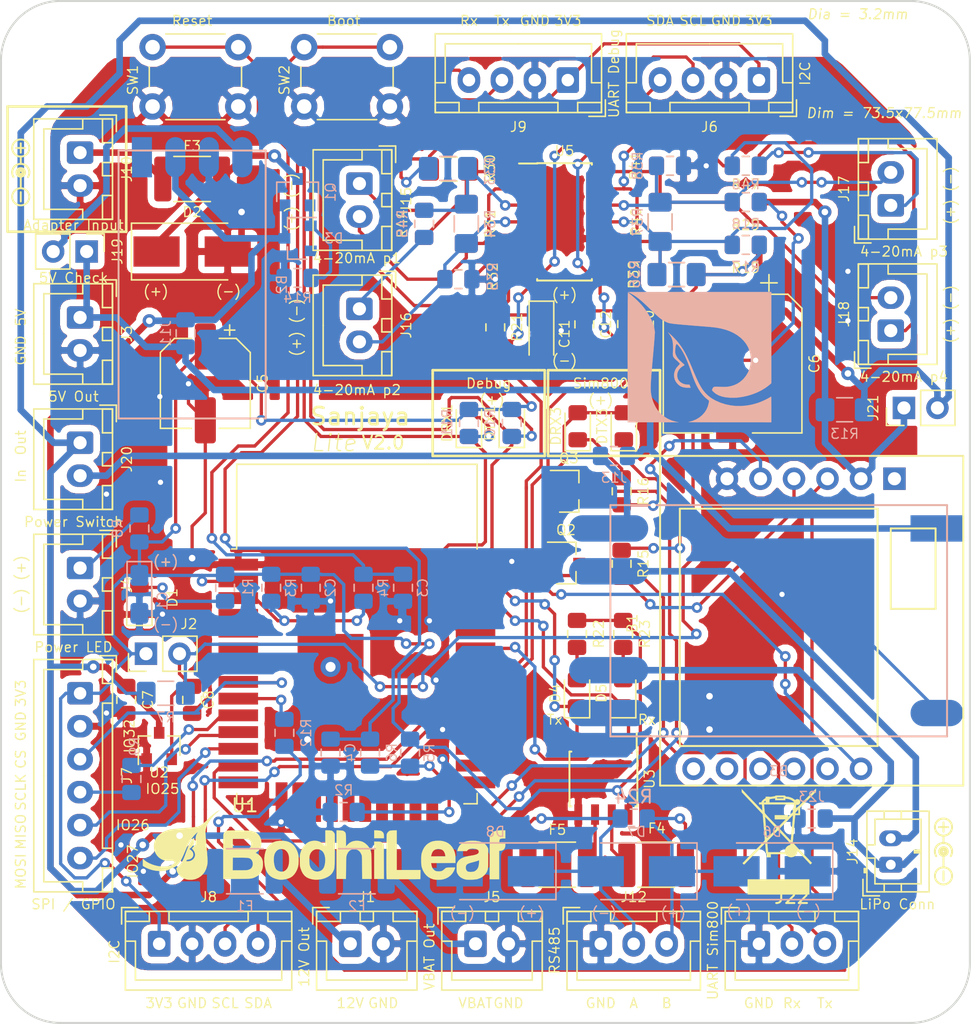
<source format=kicad_pcb>
(kicad_pcb (version 20171130) (host pcbnew 5.0.2-bee76a0~70~ubuntu16.04.1)
  (layers (0 F.Cu signal) (31 B.Cu signal hide) (34 B.Paste user hide) (35 F.Paste user) (36 B.SilkS user) (37 F.SilkS user) (38 B.Mask user hide) (39 F.Mask user) (44 Edge.Cuts user))
  (net 0 "")
  (net 1 "Net-(B1-Pad12)")
  (net 2 /GND_Supply)
  (net 3 "Net-(B1-Pad5)")
  (net 4 "Net-(B1-Pad4)")
  (net 5 /Sim800_RST)
  (net 6 /Sim800_I_Sense-)
  (net 7 /12V_Out)
  (net 8 "Net-(B2-Pad4)")
  (net 9 /5V_Out)
  (net 10 "Net-(B3-Pad4)")
  (net 11 "Net-(B3-Pad5)")
  (net 12 /Esp_I_Sense+)
  (net 13 "Net-(C3-Pad1)")
  (net 14 "Net-(C4-Pad1)")
  (net 15 /Sim800_I_Sense+)
  (net 16 /Esp_I_Sense-)
  (net 17 "Net-(D1-Pad2)")
  (net 18 "Net-(D2-Pad1)")
  (net 19 "Net-(D3-Pad2)")
  (net 20 "Net-(D4-Pad2)")
  (net 21 /rs485/DI)
  (net 22 /rs485/RO)
  (net 23 "Net-(D5-Pad2)")
  (net 24 /rs485/B)
  (net 25 /rs485/A)
  (net 26 "Net-(DRX1-Pad1)")
  (net 27 "Net-(DRX1-Pad2)")
  (net 28 "Net-(DTX1-Pad1)")
  (net 29 "Net-(DTX1-Pad2)")
  (net 30 "Net-(F1-Pad2)")
  (net 31 "Net-(F2-Pad2)")
  (net 32 "Net-(F3-Pad2)")
  (net 33 "Net-(F4-Pad2)")
  (net 34 "Net-(F5-Pad2)")
  (net 35 "Net-(J4-Pad1)")
  (net 36 /SCL)
  (net 37 /SDA)
  (net 38 /MISO_RLY1)
  (net 39 /MOSI_RLY2)
  (net 40 /CS)
  (net 41 "Net-(J15-Pad1)")
  (net 42 "Net-(J15-Pad2)")
  (net 43 "Net-(J16-Pad1)")
  (net 44 "Net-(J16-Pad2)")
  (net 45 "Net-(J17-Pad2)")
  (net 46 "Net-(J17-Pad1)")
  (net 47 "Net-(J18-Pad1)")
  (net 48 "Net-(J18-Pad2)")
  (net 49 /BOOT_IO2)
  (net 50 /EN)
  (net 51 /BOOT_IO0)
  (net 52 /SCLK)
  (net 53 "Net-(R12-Pad2)")
  (net 54 "Net-(R17-Pad1)")
  (net 55 "Net-(R19-Pad1)")
  (net 56 "Net-(R30-Pad2)")
  (net 57 "Net-(R33-Pad2)")
  (net 58 /rs485/DE)
  (net 59 "Net-(J22-Pad2)")
  (net 60 "Net-(J22-Pad3)")
  (net 61 "Net-(DRX3-Pad1)")
  (net 62 "Net-(DTX3-Pad1)")
  (net 63 "Net-(J7-Pad4)")
  (net 64 "Net-(B3-Pad6)")
  (module "Custom Silkscreens:Logo_silk_polarity_external_5x1.4mm" (layer F.Cu) (at 87 68.5 270)
    (fp_text reference G*** hide)
    (fp_text value LOGO hide)
  )
  (module "Custom Boards:ESP32-WROOM-32_Handsolder" (layer F.Cu) (at 112.5 106.5)
    (fp_text reference U1 (at -8.5 10 180) (layer F.SilkS))
    (fp_text value ESP32-WROOM-32)
    (pad "" thru_hole circle (at -2 -0.5) (size 1.524 1.524) (drill 0.762) (layers *.Cu *.Mask))
    (pad "" smd rect (at -2 -0.5) (size 5 5) (layers F.Cu F.Paste F.Mask))
    (pad 1 smd rect (at -8.5 -8.255) (size 3 0.9) (drill (offset -0.5 0)) (layers F.Cu F.Paste F.Mask) (net 2 /GND_Supply))
    (pad 2 smd rect (at -8.5 -6.985) (size 3 0.9) (drill (offset -0.5 0)) (layers F.Cu F.Paste F.Mask) (net 12 /Esp_I_Sense+))
    (pad 3 smd rect (at -8.5 -5.715) (size 3 0.9) (drill (offset -0.5 0)) (layers F.Cu F.Paste F.Mask) (net 50 /EN))
    (pad 4 smd rect (at -8.5 -4.445) (size 3 0.9) (drill (offset -0.5 0)) (layers F.Cu F.Paste F.Mask))
    (pad 5 smd rect (at -8.5 -3.175) (size 3 0.9) (drill (offset -0.5 0)) (layers F.Cu F.Paste F.Mask))
    (pad 6 smd rect (at -8.5 -1.905) (size 3 0.9) (drill (offset -0.5 0)) (layers F.Cu F.Paste F.Mask))
    (pad 7 smd rect (at -8.5 -0.635) (size 3 0.9) (drill (offset -0.5 0)) (layers F.Cu F.Paste F.Mask))
    (pad 8 smd rect (at -8.5 0.635) (size 3 0.9) (drill (offset -0.5 0)) (layers F.Cu F.Paste F.Mask) (net 40 /CS))
    (pad 9 smd rect (at -8.5 1.905) (size 3 0.9) (drill (offset -0.5 0)) (layers F.Cu F.Paste F.Mask) (net 53 "Net-(R12-Pad2)"))
    (pad 10 smd rect (at -8.5 3.175) (size 3 0.9) (drill (offset -0.5 0)) (layers F.Cu F.Paste F.Mask) (net 52 /SCLK))
    (pad 11 smd rect (at -8.5 4.445) (size 3 0.9) (drill (offset -0.5 0)) (layers F.Cu F.Paste F.Mask) (net 38 /MISO_RLY1))
    (pad 12 smd rect (at -8.5 5.715) (size 3 0.9) (drill (offset -0.5 0)) (layers F.Cu F.Paste F.Mask) (net 39 /MOSI_RLY2))
    (pad 13 smd rect (at -8.5 6.985) (size 3 0.9) (drill (offset -0.5 0)) (layers F.Cu F.Paste F.Mask) (net 60 "Net-(J22-Pad3)"))
    (pad 14 smd rect (at -8.5 8.255) (size 3 0.9) (drill (offset -0.5 0)) (layers F.Cu F.Paste F.Mask))
    (pad 15 smd rect (at -5.715 9.255 90) (size 3 0.9) (drill (offset -0.5 0)) (layers F.Cu F.Paste F.Mask) (net 2 /GND_Supply))
    (pad 16 smd rect (at -4.445 9.255 90) (size 3 0.9) (drill (offset -0.5 0)) (layers F.Cu F.Paste F.Mask) (net 59 "Net-(J22-Pad2)"))
    (pad 17 smd rect (at -3.175 9.255 90) (size 3 0.9) (drill (offset -0.5 0)) (layers F.Cu F.Paste F.Mask))
    (pad 18 smd rect (at -1.905 9.255 90) (size 3 0.9) (drill (offset -0.5 0)) (layers F.Cu F.Paste F.Mask))
    (pad 19 smd rect (at -0.635 9.255 90) (size 3 0.9) (drill (offset -0.5 0)) (layers F.Cu F.Paste F.Mask))
    (pad 20 smd rect (at 0.635 9.255 90) (size 3 0.9) (drill (offset -0.5 0)) (layers F.Cu F.Paste F.Mask))
    (pad 21 smd rect (at 1.905 9.255 90) (size 3 0.9) (drill (offset -0.5 0)) (layers F.Cu F.Paste F.Mask))
    (pad 22 smd rect (at 3.175 9.255 90) (size 3 0.9) (drill (offset -0.5 0)) (layers F.Cu F.Paste F.Mask))
    (pad 23 smd rect (at 4.445 9.255 90) (size 3 0.9) (drill (offset -0.5 0)) (layers F.Cu F.Paste F.Mask))
    (pad 24 smd rect (at 5.715 9.255 90) (size 3 0.9) (drill (offset -0.5 0)) (layers F.Cu F.Paste F.Mask) (net 49 /BOOT_IO2))
    (pad 25 smd rect (at 8.5 8.255) (size 3 0.9) (drill (offset 0.5 0)) (layers F.Cu F.Paste F.Mask) (net 51 /BOOT_IO0))
    (pad 26 smd rect (at 8.5 6.985) (size 3 0.9) (drill (offset 0.5 0)) (layers F.Cu F.Paste F.Mask))
    (pad 27 smd rect (at 8.5 5.715) (size 3 0.9) (drill (offset 0.5 0)) (layers F.Cu F.Paste F.Mask))
    (pad 28 smd rect (at 8.5 4.445) (size 3 0.9) (drill (offset 0.5 0)) (layers F.Cu F.Paste F.Mask))
    (pad 29 smd rect (at 8.5 3.175) (size 3 0.9) (drill (offset 0.5 0)) (layers F.Cu F.Paste F.Mask))
    (pad 30 smd rect (at 8.5 1.905) (size 3 0.9) (drill (offset 0.5 0)) (layers F.Cu F.Paste F.Mask) (net 37 /SDA))
    (pad 31 smd rect (at 8.5 0.635) (size 3 0.9) (drill (offset 0.5 0)) (layers F.Cu F.Paste F.Mask) (net 36 /SCL))
    (pad 32 smd rect (at 8.5 -0.635) (size 3 0.9) (drill (offset 0.5 0)) (layers F.Cu F.Paste F.Mask))
    (pad 33 smd rect (at 8.5 -1.905) (size 3 0.9) (drill (offset 0.5 0)) (layers F.Cu F.Paste F.Mask) (net 58 /rs485/DE))
    (pad 34 smd rect (at 8.5 -3.175) (size 3 0.9) (drill (offset 0.5 0)) (layers F.Cu F.Paste F.Mask) (net 26 "Net-(DRX1-Pad1)"))
    (pad 35 smd rect (at 8.5 -4.445) (size 3 0.9) (drill (offset 0.5 0)) (layers F.Cu F.Paste F.Mask) (net 28 "Net-(DTX1-Pad1)"))
    (pad 36 smd rect (at 8.5 -5.715) (size 3 0.9) (drill (offset 0.5 0)) (layers F.Cu F.Paste F.Mask) (net 22 /rs485/RO))
    (pad 37 smd rect (at 8.5 -6.985) (size 3 0.9) (drill (offset 0.5 0)) (layers F.Cu F.Paste F.Mask) (net 21 /rs485/DI))
    (pad 38 smd rect (at 8.5 -8.255) (size 3 0.9) (drill (offset 0.5 0)) (layers F.Cu F.Paste F.Mask) (net 2 /GND_Supply))
  )
  (module "Custom Boards:TP4056_Module" (layer B.Cu) (at 144.5 102.5 180)
    (fp_text reference B3 (at 0 -11.4 180) (layer B.SilkS) (effects (font (size 0.75 0.75) (thickness 0.1)) (justify mirror)))
    (fp_text value TPS4056_Board)
    (pad 6 smd oval (at 11.5 7 180) (size 6 2) (drill (offset 1.4 0)) (layers B.Cu B.Paste B.Mask) (net 64 "Net-(B3-Pad6)"))
    (pad 5 smd oval (at 11.5 3.75 180) (size 6 2) (drill (offset 1.4 0)) (layers B.Cu B.Paste B.Mask) (net 11 "Net-(B3-Pad5)"))
    (pad 4 smd oval (at 11.5 -3.75 180) (size 6 2) (drill (offset 1.4 0)) (layers B.Cu B.Paste B.Mask) (net 10 "Net-(B3-Pad4)"))
    (pad 3 smd oval (at 11.5 -7 180) (size 6 2) (drill (offset 1.4 0)) (layers B.Cu B.Paste B.Mask) (net 2 /GND_Supply))
    (pad 2 smd oval (at -11.5 -7 180) (size 4 2) (drill (offset -0.5 0)) (layers B.Cu B.Paste B.Mask) (net 2 /GND_Supply))
    (pad 1 smd rect (at -11.5 7 180) (size 4 2) (drill (offset -0.5 0)) (layers B.Cu B.Paste B.Mask) (net 9 /5V_Out))
  )
  (module "Custom Boards:Sim800L_Module" (layer F.Cu) (at 147 102.5 270)
    (fp_text reference B1 (at 0.2 13.6 270) (layer F.SilkS) (effects (font (size 0.75 0.75) (thickness 0.1))))
    (fp_text value SIM800L)
    (pad 7 thru_hole circle (at 11.23 8.96 270) (size 1.7 1.7) (drill 1) (layers *.Cu *.Mask))
    (pad 8 thru_hole circle (at 11.23 6.42 270) (size 1.7 1.7) (drill 1) (layers *.Cu *.Mask))
    (pad 9 thru_hole circle (at 11.23 3.88 270) (size 1.7 1.7) (drill 1) (layers *.Cu *.Mask))
    (pad 10 thru_hole circle (at 11.23 1.34 270) (size 1.7 1.7) (drill 1) (layers *.Cu *.Mask))
    (pad 11 thru_hole circle (at 11.23 -1.2 270) (size 1.7 1.7) (drill 1) (layers *.Cu *.Mask))
    (pad 12 thru_hole circle (at 11.23 -3.74 270) (size 1.7 1.7) (drill 1) (layers *.Cu *.Mask) (net 1 "Net-(B1-Pad12)"))
    (pad 6 thru_hole circle (at -10.77 6.42 270) (size 1.7 1.7) (drill 1) (layers *.Cu *.Mask) (net 2 /GND_Supply))
    (pad 5 thru_hole circle (at -10.77 3.88 270) (size 1.7 1.7) (drill 1) (layers *.Cu *.Mask) (net 3 "Net-(B1-Pad5)"))
    (pad 4 thru_hole circle (at -10.77 1.34 270) (size 1.7 1.7) (drill 1) (layers *.Cu *.Mask) (net 4 "Net-(B1-Pad4)"))
    (pad 3 thru_hole circle (at -10.77 -1.2 270) (size 1.7 1.7) (drill 1) (layers *.Cu *.Mask) (net 5 /Sim800_RST))
    (pad 2 thru_hole circle (at -10.77 -3.74 270) (size 1.7 1.7) (drill 1) (layers *.Cu *.Mask) (net 6 /Sim800_I_Sense-))
    (pad 1 thru_hole rect (at -10.77 -6.28 270) (size 1.7 1.7) (drill 1) (layers *.Cu *.Mask))
  )
  (module "Custom Boards:MCP2315_Module" (layer B.Cu) (at 100 77 270)
    (fp_text reference B2 (at 0 -6.8 270) (layer B.SilkS) (effects (font (size 0.75 0.75) (thickness 0.1)) (justify mirror)))
    (fp_text value MP2315_DCDC_Board)
    (pad 1 smd rect (at -8.89 3.81 270) (size 3.048 1.524) (drill (offset -0.762 0)) (layers B.Cu B.Paste B.Mask))
    (pad 2 smd oval (at -8.89 1.27 270) (size 3.048 1.524) (drill (offset -0.762 0)) (layers B.Cu B.Paste B.Mask) (net 7 /12V_Out))
    (pad 3 smd oval (at -8.89 -1.27 270) (size 3.048 1.524) (drill (offset -0.762 0)) (layers B.Cu B.Paste B.Mask) (net 2 /GND_Supply))
    (pad 4 smd oval (at -8.89 -3.81 270) (size 3.048 1.524) (drill (offset -0.762 0)) (layers B.Cu B.Paste B.Mask) (net 8 "Net-(B2-Pad4)"))
  )
  (module Capacitor_Tantalum_SMD:CP_EIA-3216-10_Kemet-I_Pad1.58x1.35mm_HandSolder (layer B.Cu) (at 96 100.5 270)
    (fp_text reference C1 (at 0.5 -1.75 270) (layer B.SilkS) (effects (font (size 0.75 0.75) (thickness 0.1)) (justify mirror)))
    (fp_text value 10uF)
    (pad 2 smd roundrect (at 1.4375 0 270) (size 1.575 1.35) (layers B.Cu B.Paste B.Mask) (roundrect_rratio 0.185185) (net 2 /GND_Supply))
    (pad 1 smd roundrect (at -1.4375 0 270) (size 1.575 1.35) (layers B.Cu B.Paste B.Mask) (roundrect_rratio 0.185185) (net 12 /Esp_I_Sense+))
  )
  (module Capacitor_SMD:C_0805_2012Metric_Pad1.15x1.40mm_HandSolder (layer B.Cu) (at 109 100 270)
    (fp_text reference C2 (at 0 -1.5 270) (layer B.SilkS) (effects (font (size 0.75 0.75) (thickness 0.1)) (justify mirror)))
    (fp_text value 0.1uF)
    (pad 1 smd roundrect (at -1.025 0 270) (size 1.15 1.4) (layers B.Cu B.Paste B.Mask) (roundrect_rratio 0.217391) (net 12 /Esp_I_Sense+))
    (pad 2 smd roundrect (at 1.025 0 270) (size 1.15 1.4) (layers B.Cu B.Paste B.Mask) (roundrect_rratio 0.217391) (net 2 /GND_Supply))
  )
  (module Capacitor_SMD:C_0805_2012Metric_Pad1.15x1.40mm_HandSolder (layer B.Cu) (at 116 100 270)
    (fp_text reference C3 (at 0 -1.5 270) (layer B.SilkS) (effects (font (size 0.75 0.75) (thickness 0.1)) (justify mirror)))
    (fp_text value 1nF)
    (pad 2 smd roundrect (at 1.025 0 270) (size 1.15 1.4) (layers B.Cu B.Paste B.Mask) (roundrect_rratio 0.217391) (net 2 /GND_Supply))
    (pad 1 smd roundrect (at -1.025 0 270) (size 1.15 1.4) (layers B.Cu B.Paste B.Mask) (roundrect_rratio 0.217391) (net 13 "Net-(C3-Pad1)"))
  )
  (module Capacitor_SMD:C_0805_2012Metric_Pad1.15x1.40mm_HandSolder (layer B.Cu) (at 110.5 112.5 270)
    (fp_text reference C4 (at 0 -1.5 270) (layer B.SilkS) (effects (font (size 0.75 0.75) (thickness 0.1)) (justify mirror)))
    (fp_text value 1nF)
    (pad 1 smd roundrect (at -1.025 0 270) (size 1.15 1.4) (layers B.Cu B.Paste B.Mask) (roundrect_rratio 0.217391) (net 14 "Net-(C4-Pad1)"))
    (pad 2 smd roundrect (at 1.025 0 270) (size 1.15 1.4) (layers B.Cu B.Paste B.Mask) (roundrect_rratio 0.217391) (net 2 /GND_Supply))
  )
  (module Capacitor_SMD:CP_Elec_6.3x5.4 (layer F.Cu) (at 101 84.5 270)
    (fp_text reference C5 (at 0 -4.35 270) (layer F.SilkS) (effects (font (size 0.75 0.75) (thickness 0.1))))
    (fp_text value 100uF)
    (pad 1 smd roundrect (at -2.8 0 270) (size 3.5 1.6) (layers F.Cu F.Paste F.Mask) (roundrect_rratio 0.15625) (net 12 /Esp_I_Sense+))
    (pad 2 smd roundrect (at 2.8 0 270) (size 3.5 1.6) (layers F.Cu F.Paste F.Mask) (roundrect_rratio 0.15625) (net 2 /GND_Supply))
  )
  (module Capacitor_SMD:CP_Elec_10x10 (layer F.Cu) (at 141 83 270)
    (fp_text reference C6 (at 0 -6.2 270) (layer F.SilkS) (effects (font (size 0.75 0.75) (thickness 0.1))))
    (fp_text value 1000uF)
    (pad 1 smd roundrect (at -4 0 270) (size 4 2.5) (layers F.Cu F.Paste F.Mask) (roundrect_rratio 0.1) (net 15 /Sim800_I_Sense+))
    (pad 2 smd roundrect (at 4 0 270) (size 4 2.5) (layers F.Cu F.Paste F.Mask) (roundrect_rratio 0.1) (net 2 /GND_Supply))
  )
  (module Capacitor_SMD:C_0805_2012Metric_Pad1.15x1.40mm_HandSolder (layer F.Cu) (at 95 108.5 270)
    (fp_text reference C7 (at 0 -1.65 270) (layer F.SilkS) (effects (font (size 0.75 0.75) (thickness 0.1))))
    (fp_text value 1uF)
    (pad 1 smd roundrect (at -1.025 0 270) (size 1.15 1.4) (layers F.Cu F.Paste F.Mask) (roundrect_rratio 0.217391) (net 15 /Sim800_I_Sense+))
    (pad 2 smd roundrect (at 1.025 0 270) (size 1.15 1.4) (layers F.Cu F.Paste F.Mask) (roundrect_rratio 0.217391) (net 2 /GND_Supply))
  )
  (module Capacitor_SMD:C_0805_2012Metric_Pad1.15x1.40mm_HandSolder (layer F.Cu) (at 100 108.5 270)
    (fp_text reference C8 (at 0 -1.25 270) (layer F.SilkS) (effects (font (size 0.75 0.75) (thickness 0.1))))
    (fp_text value 1uF)
    (pad 2 smd roundrect (at 1.025 0 270) (size 1.15 1.4) (layers F.Cu F.Paste F.Mask) (roundrect_rratio 0.217391) (net 2 /GND_Supply))
    (pad 1 smd roundrect (at -1.025 0 270) (size 1.15 1.4) (layers F.Cu F.Paste F.Mask) (roundrect_rratio 0.217391) (net 16 /Esp_I_Sense-))
  )
  (module Capacitor_Tantalum_SMD:CP_EIA-3216-10_Kemet-I_Pad1.58x1.35mm_HandSolder (layer F.Cu) (at 126.5 80.75 270)
    (fp_text reference C11 (at 0 -1.75 270) (layer F.SilkS) (effects (font (size 0.75 0.75) (thickness 0.1))))
    (fp_text value 10uF)
    (pad 1 smd roundrect (at -1.4375 0 270) (size 1.575 1.35) (layers F.Cu F.Paste F.Mask) (roundrect_rratio 0.185185) (net 12 /Esp_I_Sense+))
    (pad 2 smd roundrect (at 1.4375 0 270) (size 1.575 1.35) (layers F.Cu F.Paste F.Mask) (roundrect_rratio 0.185185) (net 2 /GND_Supply))
  )
  (module Capacitor_SMD:C_0805_2012Metric_Pad1.15x1.40mm_HandSolder (layer F.Cu) (at 129.75 80.025 270)
    (fp_text reference C12 (at 0 -1.65 270) (layer F.SilkS) (effects (font (size 0.75 0.75) (thickness 0.1))))
    (fp_text value 0.1uF)
    (pad 2 smd roundrect (at 1.025 0 270) (size 1.15 1.4) (layers F.Cu F.Paste F.Mask) (roundrect_rratio 0.217391) (net 2 /GND_Supply))
    (pad 1 smd roundrect (at -1.025 0 270) (size 1.15 1.4) (layers F.Cu F.Paste F.Mask) (roundrect_rratio 0.217391) (net 12 /Esp_I_Sense+))
  )
  (module LED_SMD:LED_0805_2012Metric_Pad1.15x1.40mm_HandSolder (layer F.Cu) (at 96 101 90)
    (fp_text reference D1 (at 0.25 2.5 90) (layer F.SilkS) (effects (font (size 0.75 0.75) (thickness 0.1))))
    (fp_text value Green)
    (pad 2 smd roundrect (at 1.025 0 90) (size 1.15 1.4) (layers F.Cu F.Paste F.Mask) (roundrect_rratio 0.217391) (net 17 "Net-(D1-Pad2)"))
    (pad 1 smd roundrect (at -1.025 0 90) (size 1.15 1.4) (layers F.Cu F.Paste F.Mask) (roundrect_rratio 0.217391) (net 2 /GND_Supply))
  )
  (module Diode_SMD:D_SMB_Handsoldering (layer F.Cu) (at 100 74.5)
    (fp_text reference D2 (at 0 -3) (layer F.SilkS) (effects (font (size 0.75 0.75) (thickness 0.1))))
    (fp_text value TVS_SMBJ30CA)
    (pad 2 smd rect (at 2.7 0) (size 3.5 2.3) (layers F.Cu F.Paste F.Mask) (net 2 /GND_Supply))
    (pad 1 smd rect (at -2.7 0) (size 3.5 2.3) (layers F.Cu F.Paste F.Mask) (net 18 "Net-(D2-Pad1)"))
  )
  (module Diode_SMD:D_SOT-23_ANK (layer B.Cu) (at 108 73.5 180)
    (fp_text reference D3 (at -2.75 0 180) (layer B.SilkS) (effects (font (size 0.75 0.75) (thickness 0.1)) (justify mirror)))
    (fp_text value Z10V)
    (pad 2 smd rect (at -1 0.95 180) (size 0.9 0.8) (layers B.Cu B.Paste B.Mask) (net 19 "Net-(D3-Pad2)"))
    (pad "" smd rect (at -1 -0.95 180) (size 0.9 0.8) (layers B.Cu B.Paste B.Mask))
    (pad 1 smd rect (at 1 0 180) (size 0.9 0.8) (layers B.Cu B.Paste B.Mask) (net 7 /12V_Out))
  )
  (module LED_SMD:LED_0805_2012Metric_Pad1.15x1.40mm_HandSolder (layer F.Cu) (at 129.2 108 90)
    (fp_text reference D4 (at 0 -1.65 90) (layer F.SilkS) (effects (font (size 0.75 0.75) (thickness 0.1))))
    (fp_text value LED_G)
    (pad 2 smd roundrect (at 1.025 0 90) (size 1.15 1.4) (layers F.Cu F.Paste F.Mask) (roundrect_rratio 0.217391) (net 20 "Net-(D4-Pad2)"))
    (pad 1 smd roundrect (at -1.025 0 90) (size 1.15 1.4) (layers F.Cu F.Paste F.Mask) (roundrect_rratio 0.217391) (net 21 /rs485/DI))
  )
  (module LED_SMD:LED_0805_2012Metric_Pad1.15x1.40mm_HandSolder (layer F.Cu) (at 132.7 108 90)
    (fp_text reference D5 (at 0 -1.65 90) (layer F.SilkS) (effects (font (size 0.75 0.75) (thickness 0.1))))
    (fp_text value LED_R)
    (pad 1 smd roundrect (at -1.025 0 90) (size 1.15 1.4) (layers F.Cu F.Paste F.Mask) (roundrect_rratio 0.217391) (net 22 /rs485/RO))
    (pad 2 smd roundrect (at 1.025 0 90) (size 1.15 1.4) (layers F.Cu F.Paste F.Mask) (roundrect_rratio 0.217391) (net 23 "Net-(D5-Pad2)"))
  )
  (module Diode_SMD:D_SMB_Handsoldering (layer B.Cu) (at 144 121.5 180)
    (fp_text reference D6 (at 0 3 180) (layer B.SilkS) (effects (font (size 0.75 0.75) (thickness 0.1)) (justify mirror)))
    (fp_text value TVS_SMBJ30CA)
    (pad 1 smd rect (at -2.7 0 180) (size 3.5 2.3) (layers B.Cu B.Paste B.Mask) (net 2 /GND_Supply))
    (pad 2 smd rect (at 2.7 0 180) (size 3.5 2.3) (layers B.Cu B.Paste B.Mask) (net 24 /rs485/B))
  )
  (module Diode_SMD:D_SMB_Handsoldering (layer B.Cu) (at 133.7 121.5 180)
    (fp_text reference D7 (at 0 3 180) (layer B.SilkS) (effects (font (size 0.75 0.75) (thickness 0.1)) (justify mirror)))
    (fp_text value TVS_SMBJ30CA)
    (pad 1 smd rect (at -2.7 0 180) (size 3.5 2.3) (layers B.Cu B.Paste B.Mask) (net 24 /rs485/B))
    (pad 2 smd rect (at 2.7 0 180) (size 3.5 2.3) (layers B.Cu B.Paste B.Mask) (net 25 /rs485/A))
  )
  (module Diode_SMD:D_SMB_Handsoldering (layer B.Cu) (at 123 121.5 180)
    (fp_text reference D8 (at 0 3 180) (layer B.SilkS) (effects (font (size 0.75 0.75) (thickness 0.1)) (justify mirror)))
    (fp_text value TVS_SMBJ30CA)
    (pad 2 smd rect (at 2.7 0 180) (size 3.5 2.3) (layers B.Cu B.Paste B.Mask) (net 2 /GND_Supply))
    (pad 1 smd rect (at -2.7 0 180) (size 3.5 2.3) (layers B.Cu B.Paste B.Mask) (net 25 /rs485/A))
  )
  (module LED_SMD:LED_0805_2012Metric_Pad1.15x1.40mm_HandSolder (layer F.Cu) (at 121 87.5 90)
    (fp_text reference DRX1 (at 0 -1.65 90) (layer F.SilkS) (effects (font (size 0.75 0.75) (thickness 0.1))))
    (fp_text value Red)
    (pad 1 smd roundrect (at -1.025 0 90) (size 1.15 1.4) (layers F.Cu F.Paste F.Mask) (roundrect_rratio 0.217391) (net 26 "Net-(DRX1-Pad1)"))
    (pad 2 smd roundrect (at 1.025 0 90) (size 1.15 1.4) (layers F.Cu F.Paste F.Mask) (roundrect_rratio 0.217391) (net 27 "Net-(DRX1-Pad2)"))
  )
  (module LED_SMD:LED_0805_2012Metric_Pad1.15x1.40mm_HandSolder (layer F.Cu) (at 129.25 87.75 90)
    (fp_text reference DRX3 (at 0 -1.65 90) (layer F.SilkS) (effects (font (size 0.75 0.75) (thickness 0.1))))
    (fp_text value Red)
    (pad 1 smd roundrect (at -1.025 0 90) (size 1.15 1.4) (layers F.Cu F.Paste F.Mask) (roundrect_rratio 0.217391) (net 61 "Net-(DRX3-Pad1)"))
    (pad 2 smd roundrect (at 1.025 0 90) (size 1.15 1.4) (layers F.Cu F.Paste F.Mask) (roundrect_rratio 0.217391) (net 1 "Net-(B1-Pad12)"))
  )
  (module LED_SMD:LED_0805_2012Metric_Pad1.15x1.40mm_HandSolder (layer F.Cu) (at 124.25 87.5 90)
    (fp_text reference DTX1 (at 0 -1.65 90) (layer F.SilkS) (effects (font (size 0.75 0.75) (thickness 0.1))))
    (fp_text value Red)
    (pad 1 smd roundrect (at -1.025 0 90) (size 1.15 1.4) (layers F.Cu F.Paste F.Mask) (roundrect_rratio 0.217391) (net 28 "Net-(DTX1-Pad1)"))
    (pad 2 smd roundrect (at 1.025 0 90) (size 1.15 1.4) (layers F.Cu F.Paste F.Mask) (roundrect_rratio 0.217391) (net 29 "Net-(DTX1-Pad2)"))
  )
  (module LED_SMD:LED_0805_2012Metric_Pad1.15x1.40mm_HandSolder (layer F.Cu) (at 132.75 87.75 90)
    (fp_text reference DTX3 (at 0 -1.65 90) (layer F.SilkS) (effects (font (size 0.75 0.75) (thickness 0.1))))
    (fp_text value Red)
    (pad 2 smd roundrect (at 1.025 0 90) (size 1.15 1.4) (layers F.Cu F.Paste F.Mask) (roundrect_rratio 0.217391) (net 1 "Net-(B1-Pad12)"))
    (pad 1 smd roundrect (at -1.025 0 90) (size 1.15 1.4) (layers F.Cu F.Paste F.Mask) (roundrect_rratio 0.217391) (net 62 "Net-(DTX3-Pad1)"))
  )
  (module Fuse:Fuse_1812_4532Metric_Pad1.30x3.40mm_HandSolder (layer B.Cu) (at 104 121.5)
    (fp_text reference F1 (at 0 2.65) (layer B.SilkS) (effects (font (size 0.75 0.75) (thickness 0.1)) (justify mirror)))
    (fp_text value 500mA)
    (pad 1 smd roundrect (at -2.225 0) (size 1.3 3.4) (layers B.Cu B.Paste B.Mask) (roundrect_rratio 0.192308) (net 7 /12V_Out))
    (pad 2 smd roundrect (at 2.225 0) (size 1.3 3.4) (layers B.Cu B.Paste B.Mask) (roundrect_rratio 0.192308) (net 30 "Net-(F1-Pad2)"))
  )
  (module Fuse:Fuse_1812_4532Metric_Pad1.30x3.40mm_HandSolder (layer B.Cu) (at 112.5 121.5)
    (fp_text reference F2 (at 0 2.65) (layer B.SilkS) (effects (font (size 0.75 0.75) (thickness 0.1)) (justify mirror)))
    (fp_text value 500mA)
    (pad 2 smd roundrect (at 2.225 0) (size 1.3 3.4) (layers B.Cu B.Paste B.Mask) (roundrect_rratio 0.192308) (net 31 "Net-(F2-Pad2)"))
    (pad 1 smd roundrect (at -2.225 0) (size 1.3 3.4) (layers B.Cu B.Paste B.Mask) (roundrect_rratio 0.192308) (net 15 /Sim800_I_Sense+))
  )
  (module Fuse:Fuse_1812_4532Metric_Pad1.30x3.40mm_HandSolder (layer F.Cu) (at 100 69 180)
    (fp_text reference F3 (at 0 2.5 180) (layer F.SilkS) (effects (font (size 0.75 0.75) (thickness 0.1))))
    (fp_text value PPTC_1A)
    (pad 1 smd roundrect (at -2.225 0 180) (size 1.3 3.4) (layers F.Cu F.Paste F.Mask) (roundrect_rratio 0.192308) (net 18 "Net-(D2-Pad1)"))
    (pad 2 smd roundrect (at 2.225 0 180) (size 1.3 3.4) (layers F.Cu F.Paste F.Mask) (roundrect_rratio 0.192308) (net 32 "Net-(F3-Pad2)"))
  )
  (module Fuse:Fuse_1812_4532Metric_Pad1.30x3.40mm_HandSolder (layer F.Cu) (at 135.2 121 180)
    (fp_text reference F4 (at -0.05 2.75 180) (layer F.SilkS) (effects (font (size 0.75 0.75) (thickness 0.1))))
    (fp_text value 500mA)
    (pad 2 smd roundrect (at 2.225 0 180) (size 1.3 3.4) (layers F.Cu F.Paste F.Mask) (roundrect_rratio 0.192308) (net 33 "Net-(F4-Pad2)"))
    (pad 1 smd roundrect (at -2.225 0 180) (size 1.3 3.4) (layers F.Cu F.Paste F.Mask) (roundrect_rratio 0.192308) (net 24 /rs485/B))
  )
  (module Fuse:Fuse_1812_4532Metric_Pad1.30x3.40mm_HandSolder (layer F.Cu) (at 127.7 121)
    (fp_text reference F5 (at 0 -2.65) (layer F.SilkS) (effects (font (size 0.75 0.75) (thickness 0.1))))
    (fp_text value 500mA)
    (pad 1 smd roundrect (at -2.225 0) (size 1.3 3.4) (layers F.Cu F.Paste F.Mask) (roundrect_rratio 0.192308) (net 25 /rs485/A))
    (pad 2 smd roundrect (at 2.225 0) (size 1.3 3.4) (layers F.Cu F.Paste F.Mask) (roundrect_rratio 0.192308) (net 34 "Net-(F5-Pad2)"))
  )
  (module Connector_JST:JST_XH_B02B-XH-A_1x02_P2.50mm_Vertical (layer F.Cu) (at 112 127)
    (fp_text reference J1 (at 1.25 -3.55) (layer F.SilkS) (effects (font (size 0.75 0.75) (thickness 0.1))))
    (fp_text value 12V_Out)
    (pad 2 thru_hole oval (at 2.5 0) (size 1.7 2) (drill 1) (layers *.Cu *.Mask) (net 2 /GND_Supply))
    (pad 1 thru_hole roundrect (at 0 0) (size 1.7 2) (drill 1) (layers *.Cu *.Mask) (roundrect_rratio 0.147059) (net 30 "Net-(F1-Pad2)"))
  )
  (module Connector_PinHeader_2.54mm:PinHeader_1x02_P2.54mm_Vertical (layer F.Cu) (at 96.5 105 90)
    (fp_text reference J2 (at 2.25 3.25 180) (layer F.SilkS) (effects (font (size 0.75 0.75) (thickness 0.1))))
    (fp_text value J_SW_Esp)
    (pad 1 thru_hole rect (at 0 0 90) (size 1.7 1.7) (drill 1) (layers *.Cu *.Mask) (net 12 /Esp_I_Sense+))
    (pad 2 thru_hole oval (at 0 2.54 90) (size 1.7 1.7) (drill 1) (layers *.Cu *.Mask) (net 16 /Esp_I_Sense-))
  )
  (module Connector_JST:JST_XH_B02B-XH-A_1x02_P2.50mm_Vertical (layer F.Cu) (at 91.5 79.5 270)
    (fp_text reference J3 (at 1.25 -3.55 270) (layer F.SilkS) (effects (font (size 0.75 0.75) (thickness 0.1))))
    (fp_text value 5V_Out)
    (pad 1 thru_hole roundrect (at 0 0 270) (size 1.7 2) (drill 1) (layers *.Cu *.Mask) (roundrect_rratio 0.147059) (net 9 /5V_Out))
    (pad 2 thru_hole oval (at 2.5 0 270) (size 1.7 2) (drill 1) (layers *.Cu *.Mask) (net 2 /GND_Supply))
  )
  (module Connector_JST:JST_XH_B02B-XH-A_1x02_P2.50mm_Vertical (layer F.Cu) (at 91.5 98.5 270)
    (fp_text reference J4 (at 1.25 -3.55 270) (layer F.SilkS) (effects (font (size 0.75 0.75) (thickness 0.1))))
    (fp_text value J_LED)
    (pad 2 thru_hole oval (at 2.5 0 270) (size 1.7 2) (drill 1) (layers *.Cu *.Mask) (net 2 /GND_Supply))
    (pad 1 thru_hole roundrect (at 0 0 270) (size 1.7 2) (drill 1) (layers *.Cu *.Mask) (roundrect_rratio 0.147059) (net 35 "Net-(J4-Pad1)"))
  )
  (module Connector_JST:JST_XH_B02B-XH-A_1x02_P2.50mm_Vertical (layer F.Cu) (at 121.5 127)
    (fp_text reference J5 (at 1.25 -3.55) (layer F.SilkS) (effects (font (size 0.75 0.75) (thickness 0.1))))
    (fp_text value VBat_Out)
    (pad 1 thru_hole roundrect (at 0 0) (size 1.7 2) (drill 1) (layers *.Cu *.Mask) (roundrect_rratio 0.147059) (net 31 "Net-(F2-Pad2)"))
    (pad 2 thru_hole oval (at 2.5 0) (size 1.7 2) (drill 1) (layers *.Cu *.Mask) (net 2 /GND_Supply))
  )
  (module Connector_JST:JST_XH_B04B-XH-A_1x04_P2.50mm_Vertical (layer F.Cu) (at 143 61.5 180)
    (fp_text reference J6 (at 3.75 -3.55 180) (layer F.SilkS) (effects (font (size 0.75 0.75) (thickness 0.1))))
    (fp_text value Conn_I2C)
    (pad 1 thru_hole roundrect (at 0 0 180) (size 1.7 1.95) (drill 0.95) (layers *.Cu *.Mask) (roundrect_rratio 0.147059) (net 12 /Esp_I_Sense+))
    (pad 2 thru_hole oval (at 2.5 0 180) (size 1.7 1.95) (drill 0.95) (layers *.Cu *.Mask) (net 2 /GND_Supply))
    (pad 3 thru_hole oval (at 5 0 180) (size 1.7 1.95) (drill 0.95) (layers *.Cu *.Mask) (net 36 /SCL))
    (pad 4 thru_hole oval (at 7.5 0 180) (size 1.7 1.95) (drill 0.95) (layers *.Cu *.Mask) (net 37 /SDA))
  )
  (module Connector_JST:JST_XH_B06B-XH-A_1x06_P2.50mm_Vertical (layer F.Cu) (at 91.5 108 270)
    (fp_text reference J7 (at 6.25 -3.55 270) (layer F.SilkS) (effects (font (size 0.75 0.75) (thickness 0.1))))
    (fp_text value Conn_SPI)
    (pad 1 thru_hole roundrect (at 0 0 270) (size 1.7 1.95) (drill 0.95) (layers *.Cu *.Mask) (roundrect_rratio 0.147059) (net 12 /Esp_I_Sense+))
    (pad 2 thru_hole oval (at 2.5 0 270) (size 1.7 1.95) (drill 0.95) (layers *.Cu *.Mask) (net 2 /GND_Supply))
    (pad 3 thru_hole oval (at 5 0 270) (size 1.7 1.95) (drill 0.95) (layers *.Cu *.Mask) (net 40 /CS))
    (pad 4 thru_hole oval (at 7.5 0 270) (size 1.7 1.95) (drill 0.95) (layers *.Cu *.Mask) (net 63 "Net-(J7-Pad4)"))
    (pad 5 thru_hole oval (at 10 0 270) (size 1.7 1.95) (drill 0.95) (layers *.Cu *.Mask) (net 38 /MISO_RLY1))
    (pad 6 thru_hole oval (at 12.5 0 270) (size 1.7 1.95) (drill 0.95) (layers *.Cu *.Mask) (net 39 /MOSI_RLY2))
  )
  (module Connector_JST:JST_XH_B04B-XH-A_1x04_P2.50mm_Vertical (layer F.Cu) (at 97.5 127)
    (fp_text reference J8 (at 3.75 -3.55) (layer F.SilkS) (effects (font (size 0.75 0.75) (thickness 0.1))))
    (fp_text value Conn_I2C)
    (pad 1 thru_hole roundrect (at 0 0) (size 1.7 1.95) (drill 0.95) (layers *.Cu *.Mask) (roundrect_rratio 0.147059) (net 12 /Esp_I_Sense+))
    (pad 2 thru_hole oval (at 2.5 0) (size 1.7 1.95) (drill 0.95) (layers *.Cu *.Mask) (net 2 /GND_Supply))
    (pad 3 thru_hole oval (at 5 0) (size 1.7 1.95) (drill 0.95) (layers *.Cu *.Mask) (net 36 /SCL))
    (pad 4 thru_hole oval (at 7.5 0) (size 1.7 1.95) (drill 0.95) (layers *.Cu *.Mask) (net 37 /SDA))
  )
  (module Connector_JST:JST_XH_B04B-XH-A_1x04_P2.50mm_Vertical (layer F.Cu) (at 128.5 61.5 180)
    (fp_text reference J9 (at 3.75 -3.55 180) (layer F.SilkS) (effects (font (size 0.75 0.75) (thickness 0.1))))
    (fp_text value J_UART_DBG)
    (pad 4 thru_hole oval (at 7.5 0 180) (size 1.7 1.95) (drill 0.95) (layers *.Cu *.Mask) (net 26 "Net-(DRX1-Pad1)"))
    (pad 3 thru_hole oval (at 5 0 180) (size 1.7 1.95) (drill 0.95) (layers *.Cu *.Mask) (net 28 "Net-(DTX1-Pad1)"))
    (pad 2 thru_hole oval (at 2.5 0 180) (size 1.7 1.95) (drill 0.95) (layers *.Cu *.Mask) (net 2 /GND_Supply))
    (pad 1 thru_hole roundrect (at 0 0 180) (size 1.7 1.95) (drill 0.95) (layers *.Cu *.Mask) (roundrect_rratio 0.147059) (net 12 /Esp_I_Sense+))
  )
  (module Connector_JST:JST_XH_B02B-XH-A_1x02_P2.50mm_Vertical (layer F.Cu) (at 91.5 67 270)
    (fp_text reference J10 (at 1.25 -3.55 270) (layer F.SilkS) (effects (font (size 0.75 0.75) (thickness 0.1))))
    (fp_text value Adap_In)
    (pad 2 thru_hole oval (at 2.5 0 270) (size 1.7 2) (drill 1) (layers *.Cu *.Mask) (net 2 /GND_Supply))
    (pad 1 thru_hole roundrect (at 0 0 270) (size 1.7 2) (drill 1) (layers *.Cu *.Mask) (roundrect_rratio 0.147059) (net 32 "Net-(F3-Pad2)"))
  )
  (module Resistor_SMD:R_0805_2012Metric_Pad1.15x1.40mm_HandSolder (layer B.Cu) (at 99.5 80.7 90)
    (fp_text reference J11 (at 0 -1.5 90) (layer B.SilkS) (effects (font (size 0.75 0.75) (thickness 0.1)) (justify mirror)))
    (fp_text value DCDC_Bypass)
    (pad 2 smd roundrect (at 1.025 0 90) (size 1.15 1.4) (layers B.Cu B.Paste B.Mask) (roundrect_rratio 0.217391) (net 7 /12V_Out))
    (pad 1 smd roundrect (at -1.025 0 90) (size 1.15 1.4) (layers B.Cu B.Paste B.Mask) (roundrect_rratio 0.217391) (net 9 /5V_Out))
  )
  (module Connector_JST:JST_XH_B03B-XH-A_1x03_P2.50mm_Vertical (layer F.Cu) (at 131 127)
    (fp_text reference J12 (at 2.5 -3.55) (layer F.SilkS) (effects (font (size 0.75 0.75) (thickness 0.1))))
    (fp_text value Conn_RS485)
    (pad 1 thru_hole roundrect (at 0 0) (size 1.7 1.95) (drill 0.95) (layers *.Cu *.Mask) (roundrect_rratio 0.147059) (net 2 /GND_Supply))
    (pad 2 thru_hole oval (at 2.5 0) (size 1.7 1.95) (drill 0.95) (layers *.Cu *.Mask) (net 25 /rs485/A))
    (pad 3 thru_hole oval (at 5 0) (size 1.7 1.95) (drill 0.95) (layers *.Cu *.Mask) (net 24 /rs485/B))
  )
  (module Resistor_SMD:R_0805_2012Metric_Pad1.15x1.40mm_HandSolder (layer B.Cu) (at 132 90)
    (fp_text reference J13 (at 0 1.65) (layer B.SilkS) (effects (font (size 0.75 0.75) (thickness 0.1)) (justify mirror)))
    (fp_text value Bat_Bypass+)
    (pad 1 smd roundrect (at -1.025 0) (size 1.15 1.4) (layers B.Cu B.Paste B.Mask) (roundrect_rratio 0.217391) (net 64 "Net-(B3-Pad6)"))
    (pad 2 smd roundrect (at 1.025 0) (size 1.15 1.4) (layers B.Cu B.Paste B.Mask) (roundrect_rratio 0.217391) (net 9 /5V_Out))
  )
  (module Connector_JST:JST_XH_B02B-XH-A_1x02_P2.50mm_Vertical (layer F.Cu) (at 112.691071 69.347614 270)
    (fp_text reference J15 (at 1.25 -3.55 270) (layer F.SilkS) (effects (font (size 0.75 0.75) (thickness 0.1))))
    (fp_text value Conn_420_1)
    (pad 1 thru_hole roundrect (at 0 0 270) (size 1.7 2) (drill 1) (layers *.Cu *.Mask) (roundrect_rratio 0.147059) (net 41 "Net-(J15-Pad1)"))
    (pad 2 thru_hole oval (at 2.5 0 270) (size 1.7 2) (drill 1) (layers *.Cu *.Mask) (net 42 "Net-(J15-Pad2)"))
  )
  (module Connector_JST:JST_XH_B02B-XH-A_1x02_P2.50mm_Vertical (layer F.Cu) (at 112.691071 78.847614 270)
    (fp_text reference J16 (at 1.25 -3.55 270) (layer F.SilkS) (effects (font (size 0.75 0.75) (thickness 0.1))))
    (fp_text value Conn_420_2)
    (pad 1 thru_hole roundrect (at 0 0 270) (size 1.7 2) (drill 1) (layers *.Cu *.Mask) (roundrect_rratio 0.147059) (net 43 "Net-(J16-Pad1)"))
    (pad 2 thru_hole oval (at 2.5 0 270) (size 1.7 2) (drill 1) (layers *.Cu *.Mask) (net 44 "Net-(J16-Pad2)"))
  )
  (module Connector_JST:JST_XH_B02B-XH-A_1x02_P2.50mm_Vertical (layer F.Cu) (at 153 71 90)
    (fp_text reference J17 (at 1.25 -3.55 90) (layer F.SilkS) (effects (font (size 0.75 0.75) (thickness 0.1))))
    (fp_text value Conn_420_3)
    (pad 2 thru_hole oval (at 2.5 0 90) (size 1.7 2) (drill 1) (layers *.Cu *.Mask) (net 45 "Net-(J17-Pad2)"))
    (pad 1 thru_hole roundrect (at 0 0 90) (size 1.7 2) (drill 1) (layers *.Cu *.Mask) (roundrect_rratio 0.147059) (net 46 "Net-(J17-Pad1)"))
  )
  (module Connector_JST:JST_XH_B02B-XH-A_1x02_P2.50mm_Vertical (layer F.Cu) (at 153 80.5 90)
    (fp_text reference J18 (at 1.25 -3.55 90) (layer F.SilkS) (effects (font (size 0.75 0.75) (thickness 0.1))))
    (fp_text value Conn_420_4)
    (pad 1 thru_hole roundrect (at 0 0 90) (size 1.7 2) (drill 1) (layers *.Cu *.Mask) (roundrect_rratio 0.147059) (net 47 "Net-(J18-Pad1)"))
    (pad 2 thru_hole oval (at 2.5 0 90) (size 1.7 2) (drill 1) (layers *.Cu *.Mask) (net 48 "Net-(J18-Pad2)"))
  )
  (module Connector_PinHeader_2.54mm:PinHeader_1x02_P2.54mm_Vertical (layer F.Cu) (at 92 74.5 270)
    (fp_text reference J19 (at 0 -2.33 270) (layer F.SilkS) (effects (font (size 0.75 0.75) (thickness 0.1))))
    (fp_text value Volt_check_5V)
    (pad 2 thru_hole oval (at 0 2.54 270) (size 1.7 1.7) (drill 1) (layers *.Cu *.Mask) (net 8 "Net-(B2-Pad4)"))
    (pad 1 thru_hole rect (at 0 0 270) (size 1.7 1.7) (drill 1) (layers *.Cu *.Mask) (net 9 /5V_Out))
  )
  (module Connector_JST:JST_XH_B02B-XH-A_1x02_P2.50mm_Vertical (layer F.Cu) (at 91.5 89 270)
    (fp_text reference J20 (at 1.25 -3.55 270) (layer F.SilkS) (effects (font (size 0.75 0.75) (thickness 0.1))))
    (fp_text value Pwr_SW)
    (pad 1 thru_hole roundrect (at 0 0 270) (size 1.7 2) (drill 1) (layers *.Cu *.Mask) (roundrect_rratio 0.147059) (net 15 /Sim800_I_Sense+))
    (pad 2 thru_hole oval (at 2.5 0 270) (size 1.7 2) (drill 1) (layers *.Cu *.Mask) (net 64 "Net-(B3-Pad6)"))
  )
  (module Connector_PinHeader_2.54mm:PinHeader_1x02_P2.54mm_Vertical (layer F.Cu) (at 154 86.36 90)
    (fp_text reference J21 (at 0 -2.33 90) (layer F.SilkS) (effects (font (size 0.75 0.75) (thickness 0.1))))
    (fp_text value J_SW_Sim800)
    (pad 1 thru_hole rect (at 0 0 90) (size 1.7 1.7) (drill 1) (layers *.Cu *.Mask) (net 6 /Sim800_I_Sense-))
    (pad 2 thru_hole oval (at 0 2.54 90) (size 1.7 1.7) (drill 1) (layers *.Cu *.Mask) (net 15 /Sim800_I_Sense+))
  )
  (module Package_TO_SOT_SMD:SOT-23 (layer B.Cu) (at 108 70 90)
    (fp_text reference Q1 (at 0 2.5 90) (layer B.SilkS) (effects (font (size 0.75 0.75) (thickness 0.1)) (justify mirror)))
    (fp_text value PMOS_SI2369DS)
    (pad 3 smd rect (at 1 0 90) (size 0.9 0.8) (layers B.Cu B.Paste B.Mask) (net 18 "Net-(D2-Pad1)"))
    (pad 2 smd rect (at -1 -0.95 90) (size 0.9 0.8) (layers B.Cu B.Paste B.Mask) (net 7 /12V_Out))
    (pad 1 smd rect (at -1 0.95 90) (size 0.9 0.8) (layers B.Cu B.Paste B.Mask) (net 19 "Net-(D3-Pad2)"))
  )
  (module Package_TO_SOT_SMD:SOT-23 (layer F.Cu) (at 128.362394 98.123546)
    (fp_text reference Q2 (at 0 -2.5) (layer F.SilkS) (effects (font (size 0.75 0.75) (thickness 0.1))))
    (fp_text value BSS138)
    (pad 3 smd rect (at 1 0) (size 0.9 0.8) (layers F.Cu F.Paste F.Mask) (net 59 "Net-(J22-Pad2)"))
    (pad 2 smd rect (at -1 0.95) (size 0.9 0.8) (layers F.Cu F.Paste F.Mask) (net 4 "Net-(B1-Pad4)"))
    (pad 1 smd rect (at -1 -0.95) (size 0.9 0.8) (layers F.Cu F.Paste F.Mask) (net 1 "Net-(B1-Pad12)"))
  )
  (module Package_TO_SOT_SMD:SOT-23 (layer F.Cu) (at 128.582394 92.683546)
    (fp_text reference Q3 (at 0 -2.5) (layer F.SilkS) (effects (font (size 0.75 0.75) (thickness 0.1))))
    (fp_text value BSS138)
    (pad 1 smd rect (at -1 -0.95) (size 0.9 0.8) (layers F.Cu F.Paste F.Mask) (net 1 "Net-(B1-Pad12)"))
    (pad 2 smd rect (at -1 0.95) (size 0.9 0.8) (layers F.Cu F.Paste F.Mask) (net 3 "Net-(B1-Pad5)"))
    (pad 3 smd rect (at 1 0) (size 0.9 0.8) (layers F.Cu F.Paste F.Mask) (net 60 "Net-(J22-Pad3)"))
  )
  (module Resistor_SMD:R_0805_2012Metric_Pad1.15x1.40mm_HandSolder (layer B.Cu) (at 102.5 100 270)
    (fp_text reference R1 (at 0 -1.75 270) (layer B.SilkS) (effects (font (size 0.75 0.75) (thickness 0.1)) (justify mirror)))
    (fp_text value 330)
    (pad 1 smd roundrect (at -1.025 0 270) (size 1.15 1.4) (layers B.Cu B.Paste B.Mask) (roundrect_rratio 0.217391) (net 12 /Esp_I_Sense+))
    (pad 2 smd roundrect (at 1.025 0 270) (size 1.15 1.4) (layers B.Cu B.Paste B.Mask) (roundrect_rratio 0.217391) (net 17 "Net-(D1-Pad2)"))
  )
  (module Resistor_SMD:R_0805_2012Metric_Pad1.15x1.40mm_HandSolder (layer B.Cu) (at 111.5 117 180)
    (fp_text reference R2 (at 0 1.65 180) (layer B.SilkS) (effects (font (size 0.75 0.75) (thickness 0.1)) (justify mirror)))
    (fp_text value 1K)
    (pad 2 smd roundrect (at 1.025 0 180) (size 1.15 1.4) (layers B.Cu B.Paste B.Mask) (roundrect_rratio 0.217391) (net 2 /GND_Supply))
    (pad 1 smd roundrect (at -1.025 0 180) (size 1.15 1.4) (layers B.Cu B.Paste B.Mask) (roundrect_rratio 0.217391) (net 49 /BOOT_IO2))
  )
  (module Resistor_SMD:R_0805_2012Metric_Pad1.15x1.40mm_HandSolder (layer B.Cu) (at 106 100 270)
    (fp_text reference R3 (at 0 -1.5 270) (layer B.SilkS) (effects (font (size 0.75 0.75) (thickness 0.1)) (justify mirror)))
    (fp_text value 10K)
    (pad 2 smd roundrect (at 1.025 0 270) (size 1.15 1.4) (layers B.Cu B.Paste B.Mask) (roundrect_rratio 0.217391) (net 50 /EN))
    (pad 1 smd roundrect (at -1.025 0 270) (size 1.15 1.4) (layers B.Cu B.Paste B.Mask) (roundrect_rratio 0.217391) (net 12 /Esp_I_Sense+))
  )
  (module Resistor_SMD:R_0805_2012Metric_Pad1.15x1.40mm_HandSolder (layer B.Cu) (at 113 100 90)
    (fp_text reference R4 (at 0 1.5 90) (layer B.SilkS) (effects (font (size 0.75 0.75) (thickness 0.1)) (justify mirror)))
    (fp_text value 470)
    (pad 1 smd roundrect (at -1.025 0 90) (size 1.15 1.4) (layers B.Cu B.Paste B.Mask) (roundrect_rratio 0.217391) (net 50 /EN))
    (pad 2 smd roundrect (at 1.025 0 90) (size 1.15 1.4) (layers B.Cu B.Paste B.Mask) (roundrect_rratio 0.217391) (net 13 "Net-(C3-Pad1)"))
  )
  (module Resistor_SMD:R_0805_2012Metric_Pad1.15x1.40mm_HandSolder (layer B.Cu) (at 116.537001 112.5 270)
    (fp_text reference R5 (at 0.032999 -1.462999 270) (layer B.SilkS) (effects (font (size 0.75 0.75) (thickness 0.1)) (justify mirror)))
    (fp_text value 10K)
    (pad 2 smd roundrect (at 1.025 0 270) (size 1.15 1.4) (layers B.Cu B.Paste B.Mask) (roundrect_rratio 0.217391) (net 51 /BOOT_IO0))
    (pad 1 smd roundrect (at -1.025 0 270) (size 1.15 1.4) (layers B.Cu B.Paste B.Mask) (roundrect_rratio 0.217391) (net 12 /Esp_I_Sense+))
  )
  (module Resistor_SMD:R_0805_2012Metric_Pad1.15x1.40mm_HandSolder (layer B.Cu) (at 113.5 112.5 90)
    (fp_text reference R6 (at 0 1.65 90) (layer B.SilkS) (effects (font (size 0.75 0.75) (thickness 0.1)) (justify mirror)))
    (fp_text value 470)
    (pad 1 smd roundrect (at -1.025 0 90) (size 1.15 1.4) (layers B.Cu B.Paste B.Mask) (roundrect_rratio 0.217391) (net 51 /BOOT_IO0))
    (pad 2 smd roundrect (at 1.025 0 90) (size 1.15 1.4) (layers B.Cu B.Paste B.Mask) (roundrect_rratio 0.217391) (net 14 "Net-(C4-Pad1)"))
  )
  (module Resistor_SMD:R_1206_3216Metric_Pad1.42x1.75mm_HandSolder (layer B.Cu) (at 98 108)
    (fp_text reference R7 (at 0 1.82) (layer B.SilkS) (effects (font (size 0.75 0.75) (thickness 0.1)) (justify mirror)))
    (fp_text value 1m)
    (pad 2 smd roundrect (at 1.4875 0) (size 1.425 1.75) (layers B.Cu B.Paste B.Mask) (roundrect_rratio 0.175439) (net 16 /Esp_I_Sense-))
    (pad 1 smd roundrect (at -1.4875 0) (size 1.425 1.75) (layers B.Cu B.Paste B.Mask) (roundrect_rratio 0.175439) (net 12 /Esp_I_Sense+))
  )
  (module Resistor_SMD:R_0805_2012Metric_Pad1.15x1.40mm_HandSolder (layer B.Cu) (at 96 95.5 270)
    (fp_text reference R8 (at 0 1.65 270) (layer B.SilkS) (effects (font (size 0.75 0.75) (thickness 0.1)) (justify mirror)))
    (fp_text value 330)
    (pad 2 smd roundrect (at 1.025 0 270) (size 1.15 1.4) (layers B.Cu B.Paste B.Mask) (roundrect_rratio 0.217391) (net 12 /Esp_I_Sense+))
    (pad 1 smd roundrect (at -1.025 0 270) (size 1.15 1.4) (layers B.Cu B.Paste B.Mask) (roundrect_rratio 0.217391) (net 35 "Net-(J4-Pad1)"))
  )
  (module Resistor_SMD:R_0805_2012Metric_Pad1.15x1.40mm_HandSolder (layer B.Cu) (at 95.4 114.5 270)
    (fp_text reference R9 (at -2.475 -0.25 270) (layer B.SilkS) (effects (font (size 0.75 0.75) (thickness 0.1)) (justify mirror)))
    (fp_text value 330orZero)
    (pad 1 smd roundrect (at -1.025 0 270) (size 1.15 1.4) (layers B.Cu B.Paste B.Mask) (roundrect_rratio 0.217391) (net 52 /SCLK))
    (pad 2 smd roundrect (at 1.025 0 270) (size 1.15 1.4) (layers B.Cu B.Paste B.Mask) (roundrect_rratio 0.217391) (net 63 "Net-(J7-Pad4)"))
  )
  (module Resistor_SMD:R_0805_2012Metric_Pad1.15x1.40mm_HandSolder (layer B.Cu) (at 124.25 87.5 270)
    (fp_text reference R10 (at 0 1.65 270) (layer B.SilkS) (effects (font (size 0.75 0.75) (thickness 0.1)) (justify mirror)))
    (fp_text value 330)
    (pad 1 smd roundrect (at -1.025 0 270) (size 1.15 1.4) (layers B.Cu B.Paste B.Mask) (roundrect_rratio 0.217391) (net 12 /Esp_I_Sense+))
    (pad 2 smd roundrect (at 1.025 0 270) (size 1.15 1.4) (layers B.Cu B.Paste B.Mask) (roundrect_rratio 0.217391) (net 29 "Net-(DTX1-Pad2)"))
  )
  (module Resistor_SMD:R_0805_2012Metric_Pad1.15x1.40mm_HandSolder (layer B.Cu) (at 121 87.5 270)
    (fp_text reference R11 (at 0 1.65 270) (layer B.SilkS) (effects (font (size 0.75 0.75) (thickness 0.1)) (justify mirror)))
    (fp_text value 330)
    (pad 1 smd roundrect (at -1.025 0 270) (size 1.15 1.4) (layers B.Cu B.Paste B.Mask) (roundrect_rratio 0.217391) (net 12 /Esp_I_Sense+))
    (pad 2 smd roundrect (at 1.025 0 270) (size 1.15 1.4) (layers B.Cu B.Paste B.Mask) (roundrect_rratio 0.217391) (net 27 "Net-(DRX1-Pad2)"))
  )
  (module Resistor_SMD:R_0805_2012Metric_Pad1.15x1.40mm_HandSolder (layer B.Cu) (at 107 111 90)
    (fp_text reference R12 (at 0 1.65 90) (layer B.SilkS) (effects (font (size 0.75 0.75) (thickness 0.1)) (justify mirror)))
    (fp_text value 0)
    (pad 1 smd roundrect (at -1.025 0 90) (size 1.15 1.4) (layers B.Cu B.Paste B.Mask) (roundrect_rratio 0.217391) (net 5 /Sim800_RST))
    (pad 2 smd roundrect (at 1.025 0 90) (size 1.15 1.4) (layers B.Cu B.Paste B.Mask) (roundrect_rratio 0.217391) (net 53 "Net-(R12-Pad2)"))
  )
  (module Resistor_SMD:R_1206_3216Metric_Pad1.42x1.75mm_HandSolder (layer B.Cu) (at 149.5 86.5)
    (fp_text reference R13 (at 0 1.82) (layer B.SilkS) (effects (font (size 0.75 0.75) (thickness 0.1)) (justify mirror)))
    (fp_text value 1m)
    (pad 1 smd roundrect (at -1.4875 0) (size 1.425 1.75) (layers B.Cu B.Paste B.Mask) (roundrect_rratio 0.175439) (net 6 /Sim800_I_Sense-))
    (pad 2 smd roundrect (at 1.4875 0) (size 1.425 1.75) (layers B.Cu B.Paste B.Mask) (roundrect_rratio 0.175439) (net 15 /Sim800_I_Sense+))
  )
  (module Resistor_SMD:R_0805_2012Metric_Pad1.15x1.40mm_HandSolder (layer B.Cu) (at 108 76.5 180)
    (fp_text reference R14 (at 0 -1.5 180) (layer B.SilkS) (effects (font (size 0.75 0.75) (thickness 0.1)) (justify mirror)))
    (fp_text value 10K)
    (pad 2 smd roundrect (at 1.025 0 180) (size 1.15 1.4) (layers B.Cu B.Paste B.Mask) (roundrect_rratio 0.217391) (net 2 /GND_Supply))
    (pad 1 smd roundrect (at -1.025 0 180) (size 1.15 1.4) (layers B.Cu B.Paste B.Mask) (roundrect_rratio 0.217391) (net 19 "Net-(D3-Pad2)"))
  )
  (module Resistor_SMD:R_0805_2012Metric_Pad1.15x1.40mm_HandSolder (layer F.Cu) (at 132.582394 98.183546 270)
    (fp_text reference R15 (at 0 -1.65 270) (layer F.SilkS) (effects (font (size 0.75 0.75) (thickness 0.1))))
    (fp_text value 330)
    (pad 2 smd roundrect (at 1.025 0 270) (size 1.15 1.4) (layers F.Cu F.Paste F.Mask) (roundrect_rratio 0.217391) (net 4 "Net-(B1-Pad4)"))
    (pad 1 smd roundrect (at -1.025 0 270) (size 1.15 1.4) (layers F.Cu F.Paste F.Mask) (roundrect_rratio 0.217391) (net 62 "Net-(DTX3-Pad1)"))
  )
  (module Resistor_SMD:R_0805_2012Metric_Pad1.15x1.40mm_HandSolder (layer F.Cu) (at 132.582394 92.683546 270)
    (fp_text reference R16 (at 0 -1.65 270) (layer F.SilkS) (effects (font (size 0.75 0.75) (thickness 0.1))))
    (fp_text value 330)
    (pad 1 smd roundrect (at -1.025 0 270) (size 1.15 1.4) (layers F.Cu F.Paste F.Mask) (roundrect_rratio 0.217391) (net 61 "Net-(DRX3-Pad1)"))
    (pad 2 smd roundrect (at 1.025 0 270) (size 1.15 1.4) (layers F.Cu F.Paste F.Mask) (roundrect_rratio 0.217391) (net 3 "Net-(B1-Pad5)"))
  )
  (module Resistor_SMD:R_0805_2012Metric_Pad1.15x1.40mm_HandSolder (layer B.Cu) (at 142 74)
    (fp_text reference R17 (at 0 1.65) (layer B.SilkS) (effects (font (size 0.75 0.75) (thickness 0.1)) (justify mirror)))
    (fp_text value 0)
    (pad 1 smd roundrect (at -1.025 0) (size 1.15 1.4) (layers B.Cu B.Paste B.Mask) (roundrect_rratio 0.217391) (net 54 "Net-(R17-Pad1)"))
    (pad 2 smd roundrect (at 1.025 0) (size 1.15 1.4) (layers B.Cu B.Paste B.Mask) (roundrect_rratio 0.217391) (net 12 /Esp_I_Sense+))
  )
  (module Resistor_SMD:R_0805_2012Metric_Pad1.15x1.40mm_HandSolder (layer B.Cu) (at 142 70.75)
    (fp_text reference R18 (at 0 1.65) (layer B.SilkS) (effects (font (size 0.75 0.75) (thickness 0.1)) (justify mirror)))
    (fp_text value 0)
    (pad 1 smd roundrect (at -1.025 0) (size 1.15 1.4) (layers B.Cu B.Paste B.Mask) (roundrect_rratio 0.217391) (net 45 "Net-(J17-Pad2)"))
    (pad 2 smd roundrect (at 1.025 0) (size 1.15 1.4) (layers B.Cu B.Paste B.Mask) (roundrect_rratio 0.217391) (net 16 /Esp_I_Sense-))
  )
  (module Resistor_SMD:R_0805_2012Metric_Pad1.15x1.40mm_HandSolder (layer F.Cu) (at 142 74)
    (fp_text reference R19 (at 0 1.75) (layer F.SilkS) (effects (font (size 0.75 0.75) (thickness 0.1))))
    (fp_text value 0)
    (pad 2 smd roundrect (at 1.025 0) (size 1.15 1.4) (layers F.Cu F.Paste F.Mask) (roundrect_rratio 0.217391) (net 15 /Sim800_I_Sense+))
    (pad 1 smd roundrect (at -1.025 0) (size 1.15 1.4) (layers F.Cu F.Paste F.Mask) (roundrect_rratio 0.217391) (net 55 "Net-(R19-Pad1)"))
  )
  (module Resistor_SMD:R_0805_2012Metric_Pad1.15x1.40mm_HandSolder (layer F.Cu) (at 133 80 270)
    (fp_text reference R20 (at 0 -1.65 270) (layer F.SilkS) (effects (font (size 0.75 0.75) (thickness 0.1))))
    (fp_text value 1K)
    (pad 1 smd roundrect (at -1.025 0 270) (size 1.15 1.4) (layers F.Cu F.Paste F.Mask) (roundrect_rratio 0.217391) (net 12 /Esp_I_Sense+))
    (pad 2 smd roundrect (at 1.025 0 270) (size 1.15 1.4) (layers F.Cu F.Paste F.Mask) (roundrect_rratio 0.217391) (net 37 /SDA))
  )
  (module Resistor_SMD:R_0805_2012Metric_Pad1.15x1.40mm_HandSolder (layer F.Cu) (at 123 80.25 270)
    (fp_text reference R21 (at 0 -1.65 270) (layer F.SilkS) (effects (font (size 0.75 0.75) (thickness 0.1))))
    (fp_text value 1K)
    (pad 2 smd roundrect (at 1.025 0 270) (size 1.15 1.4) (layers F.Cu F.Paste F.Mask) (roundrect_rratio 0.217391) (net 36 /SCL))
    (pad 1 smd roundrect (at -1.025 0 270) (size 1.15 1.4) (layers F.Cu F.Paste F.Mask) (roundrect_rratio 0.217391) (net 12 /Esp_I_Sense+))
  )
  (module Resistor_SMD:R_0805_2012Metric_Pad1.15x1.40mm_HandSolder (layer F.Cu) (at 129.2 103.5 270)
    (fp_text reference R22 (at 0 -1.65 270) (layer F.SilkS) (effects (font (size 0.75 0.75) (thickness 0.1))))
    (fp_text value 330)
    (pad 1 smd roundrect (at -1.025 0 270) (size 1.15 1.4) (layers F.Cu F.Paste F.Mask) (roundrect_rratio 0.217391) (net 12 /Esp_I_Sense+))
    (pad 2 smd roundrect (at 1.025 0 270) (size 1.15 1.4) (layers F.Cu F.Paste F.Mask) (roundrect_rratio 0.217391) (net 20 "Net-(D4-Pad2)"))
  )
  (module Resistor_SMD:R_0805_2012Metric_Pad1.15x1.40mm_HandSolder (layer F.Cu) (at 132.7 103.5 270)
    (fp_text reference R23 (at 0 -1.65 270) (layer F.SilkS) (effects (font (size 0.75 0.75) (thickness 0.1))))
    (fp_text value 1K)
    (pad 2 smd roundrect (at 1.025 0 270) (size 1.15 1.4) (layers F.Cu F.Paste F.Mask) (roundrect_rratio 0.217391) (net 23 "Net-(D5-Pad2)"))
    (pad 1 smd roundrect (at -1.025 0 270) (size 1.15 1.4) (layers F.Cu F.Paste F.Mask) (roundrect_rratio 0.217391) (net 12 /Esp_I_Sense+))
  )
  (module Resistor_SMD:R_0805_2012Metric_Pad1.15x1.40mm_HandSolder (layer F.Cu) (at 142 70.75)
    (fp_text reference R29 (at 0 1.75) (layer F.SilkS) (effects (font (size 0.75 0.75) (thickness 0.1))))
    (fp_text value 0)
    (pad 2 smd roundrect (at 1.025 0) (size 1.15 1.4) (layers F.Cu F.Paste F.Mask) (roundrect_rratio 0.217391) (net 6 /Sim800_I_Sense-))
    (pad 1 smd roundrect (at -1.025 0) (size 1.15 1.4) (layers F.Cu F.Paste F.Mask) (roundrect_rratio 0.217391) (net 48 "Net-(J18-Pad2)"))
  )
  (module Resistor_SMD:R_1206_3216Metric_Pad1.42x1.75mm_HandSolder (layer F.Cu) (at 119.5 68.25)
    (fp_text reference R30 (at 3.1 -0.05 90) (layer F.SilkS) (effects (font (size 0.75 0.75) (thickness 0.1))))
    (fp_text value 1K_1%)
    (pad 2 smd roundrect (at 1.4875 0) (size 1.425 1.75) (layers F.Cu F.Paste F.Mask) (roundrect_rratio 0.175439) (net 56 "Net-(R30-Pad2)"))
    (pad 1 smd roundrect (at -1.4875 0) (size 1.425 1.75) (layers F.Cu F.Paste F.Mask) (roundrect_rratio 0.175439) (net 12 /Esp_I_Sense+))
  )
  (module Resistor_SMD:R_1206_3216Metric_Pad1.42x1.75mm_HandSolder (layer F.Cu) (at 120.8 72.4 270)
    (fp_text reference R31 (at 0 -1.82 270) (layer F.SilkS) (effects (font (size 0.75 0.75) (thickness 0.1))))
    (fp_text value 100_1%)
    (pad 2 smd roundrect (at 1.4875 0 270) (size 1.425 1.75) (layers F.Cu F.Paste F.Mask) (roundrect_rratio 0.175439) (net 42 "Net-(J15-Pad2)"))
    (pad 1 smd roundrect (at -1.4875 0 270) (size 1.425 1.75) (layers F.Cu F.Paste F.Mask) (roundrect_rratio 0.175439) (net 56 "Net-(R30-Pad2)"))
  )
  (module Resistor_SMD:R_0805_2012Metric_Pad1.15x1.40mm_HandSolder (layer F.Cu) (at 120.2 76.6)
    (fp_text reference R32 (at 2.6 -0.2 90) (layer F.SilkS) (effects (font (size 0.75 0.75) (thickness 0.1))))
    (fp_text value 0)
    (pad 2 smd roundrect (at 1.025 0) (size 1.15 1.4) (layers F.Cu F.Paste F.Mask) (roundrect_rratio 0.217391) (net 2 /GND_Supply))
    (pad 1 smd roundrect (at -1.025 0) (size 1.15 1.4) (layers F.Cu F.Paste F.Mask) (roundrect_rratio 0.217391) (net 42 "Net-(J15-Pad2)"))
  )
  (module Resistor_SMD:R_1206_3216Metric_Pad1.42x1.75mm_HandSolder (layer B.Cu) (at 119.4 68.2)
    (fp_text reference R33 (at 3.2 0.2 270) (layer B.SilkS) (effects (font (size 0.75 0.75) (thickness 0.1)) (justify mirror)))
    (fp_text value 1K_1%)
    (pad 1 smd roundrect (at -1.4875 0) (size 1.425 1.75) (layers B.Cu B.Paste B.Mask) (roundrect_rratio 0.175439) (net 12 /Esp_I_Sense+))
    (pad 2 smd roundrect (at 1.4875 0) (size 1.425 1.75) (layers B.Cu B.Paste B.Mask) (roundrect_rratio 0.175439) (net 57 "Net-(R33-Pad2)"))
  )
  (module Resistor_SMD:R_1206_3216Metric_Pad1.42x1.75mm_HandSolder (layer B.Cu) (at 120.8 72.4 270)
    (fp_text reference R34 (at 0 -1.8 270) (layer B.SilkS) (effects (font (size 0.75 0.75) (thickness 0.1)) (justify mirror)))
    (fp_text value 100_1%)
    (pad 1 smd roundrect (at -1.4875 0 270) (size 1.425 1.75) (layers B.Cu B.Paste B.Mask) (roundrect_rratio 0.175439) (net 57 "Net-(R33-Pad2)"))
    (pad 2 smd roundrect (at 1.4875 0 270) (size 1.425 1.75) (layers B.Cu B.Paste B.Mask) (roundrect_rratio 0.175439) (net 44 "Net-(J16-Pad2)"))
  )
  (module Resistor_SMD:R_0805_2012Metric_Pad1.15x1.40mm_HandSolder (layer B.Cu) (at 120.2 76.6)
    (fp_text reference R35 (at 2.6 -0.2 90) (layer B.SilkS) (effects (font (size 0.75 0.75) (thickness 0.1)) (justify mirror)))
    (fp_text value 0)
    (pad 2 smd roundrect (at 1.025 0) (size 1.15 1.4) (layers B.Cu B.Paste B.Mask) (roundrect_rratio 0.217391) (net 2 /GND_Supply))
    (pad 1 smd roundrect (at -1.025 0) (size 1.15 1.4) (layers B.Cu B.Paste B.Mask) (roundrect_rratio 0.217391) (net 44 "Net-(J16-Pad2)"))
  )
  (module Resistor_SMD:R_1206_3216Metric_Pad1.42x1.75mm_HandSolder (layer B.Cu) (at 136.75 76.25 180)
    (fp_text reference R36 (at 3.15 0.05 270) (layer B.SilkS) (effects (font (size 0.75 0.75) (thickness 0.1)) (justify mirror)))
    (fp_text value 1K_1%)
    (pad 1 smd roundrect (at -1.4875 0 180) (size 1.425 1.75) (layers B.Cu B.Paste B.Mask) (roundrect_rratio 0.175439) (net 12 /Esp_I_Sense+))
    (pad 2 smd roundrect (at 1.4875 0 180) (size 1.425 1.75) (layers B.Cu B.Paste B.Mask) (roundrect_rratio 0.175439) (net 54 "Net-(R17-Pad1)"))
  )
  (module Resistor_SMD:R_1206_3216Metric_Pad1.42x1.75mm_HandSolder (layer B.Cu) (at 135.5 72.25 90)
    (fp_text reference R37 (at 0 -1.7 90) (layer B.SilkS) (effects (font (size 0.75 0.75) (thickness 0.1)) (justify mirror)))
    (fp_text value 100_1%)
    (pad 2 smd roundrect (at 1.4875 0 90) (size 1.425 1.75) (layers B.Cu B.Paste B.Mask) (roundrect_rratio 0.175439) (net 45 "Net-(J17-Pad2)"))
    (pad 1 smd roundrect (at -1.4875 0 90) (size 1.425 1.75) (layers B.Cu B.Paste B.Mask) (roundrect_rratio 0.175439) (net 54 "Net-(R17-Pad1)"))
  )
  (module Resistor_SMD:R_0805_2012Metric_Pad1.15x1.40mm_HandSolder (layer B.Cu) (at 136.25 68)
    (fp_text reference R38 (at -2.45 0 90) (layer B.SilkS) (effects (font (size 0.75 0.75) (thickness 0.1)) (justify mirror)))
    (fp_text value 0)
    (pad 1 smd roundrect (at -1.025 0) (size 1.15 1.4) (layers B.Cu B.Paste B.Mask) (roundrect_rratio 0.217391) (net 45 "Net-(J17-Pad2)"))
    (pad 2 smd roundrect (at 1.025 0) (size 1.15 1.4) (layers B.Cu B.Paste B.Mask) (roundrect_rratio 0.217391) (net 2 /GND_Supply))
  )
  (module Resistor_SMD:R_1206_3216Metric_Pad1.42x1.75mm_HandSolder (layer F.Cu) (at 136.75 76.25 180)
    (fp_text reference R39 (at 3.25 0 270) (layer F.SilkS) (effects (font (size 0.75 0.75) (thickness 0.1))))
    (fp_text value 1K_1%)
    (pad 2 smd roundrect (at 1.4875 0 180) (size 1.425 1.75) (layers F.Cu F.Paste F.Mask) (roundrect_rratio 0.175439) (net 55 "Net-(R19-Pad1)"))
    (pad 1 smd roundrect (at -1.4875 0 180) (size 1.425 1.75) (layers F.Cu F.Paste F.Mask) (roundrect_rratio 0.175439) (net 12 /Esp_I_Sense+))
  )
  (module Resistor_SMD:R_1206_3216Metric_Pad1.42x1.75mm_HandSolder (layer F.Cu) (at 135.5 72.25 90)
    (fp_text reference R40 (at 0 -1.82 90) (layer F.SilkS) (effects (font (size 0.75 0.75) (thickness 0.1))))
    (fp_text value 100_1%)
    (pad 1 smd roundrect (at -1.4875 0 90) (size 1.425 1.75) (layers F.Cu F.Paste F.Mask) (roundrect_rratio 0.175439) (net 55 "Net-(R19-Pad1)"))
    (pad 2 smd roundrect (at 1.4875 0 90) (size 1.425 1.75) (layers F.Cu F.Paste F.Mask) (roundrect_rratio 0.175439) (net 48 "Net-(J18-Pad2)"))
  )
  (module Resistor_SMD:R_0805_2012Metric_Pad1.15x1.40mm_HandSolder (layer F.Cu) (at 136.25 68)
    (fp_text reference R41 (at -2.65 0 90) (layer F.SilkS) (effects (font (size 0.75 0.75) (thickness 0.1))))
    (fp_text value 0)
    (pad 2 smd roundrect (at 1.025 0) (size 1.15 1.4) (layers F.Cu F.Paste F.Mask) (roundrect_rratio 0.217391) (net 2 /GND_Supply))
    (pad 1 smd roundrect (at -1.025 0) (size 1.15 1.4) (layers F.Cu F.Paste F.Mask) (roundrect_rratio 0.217391) (net 48 "Net-(J18-Pad2)"))
  )
  (module Resistor_SMD:R_0805_2012Metric_Pad1.15x1.40mm_HandSolder (layer F.Cu) (at 117.6 72.4 90)
    (fp_text reference R44 (at 0 -1.65 90) (layer F.SilkS) (effects (font (size 0.75 0.75) (thickness 0.1))))
    (fp_text value 100)
    (pad 1 smd roundrect (at -1.025 0 90) (size 1.15 1.4) (layers F.Cu F.Paste F.Mask) (roundrect_rratio 0.217391) (net 56 "Net-(R30-Pad2)"))
    (pad 2 smd roundrect (at 1.025 0 90) (size 1.15 1.4) (layers F.Cu F.Paste F.Mask) (roundrect_rratio 0.217391) (net 41 "Net-(J15-Pad1)"))
  )
  (module Resistor_SMD:R_0805_2012Metric_Pad1.15x1.40mm_HandSolder (layer B.Cu) (at 117.6 72.4 270)
    (fp_text reference R45 (at 0 1.65 270) (layer B.SilkS) (effects (font (size 0.75 0.75) (thickness 0.1)) (justify mirror)))
    (fp_text value 100)
    (pad 2 smd roundrect (at 1.025 0 270) (size 1.15 1.4) (layers B.Cu B.Paste B.Mask) (roundrect_rratio 0.217391) (net 43 "Net-(J16-Pad1)"))
    (pad 1 smd roundrect (at -1.025 0 270) (size 1.15 1.4) (layers B.Cu B.Paste B.Mask) (roundrect_rratio 0.217391) (net 57 "Net-(R33-Pad2)"))
  )
  (module Resistor_SMD:R_0805_2012Metric_Pad1.15x1.40mm_HandSolder (layer B.Cu) (at 142 68)
    (fp_text reference R46 (at 0 1.4) (layer B.SilkS) (effects (font (size 0.75 0.75) (thickness 0.1)) (justify mirror)))
    (fp_text value 100)
    (pad 1 smd roundrect (at -1.025 0) (size 1.15 1.4) (layers B.Cu B.Paste B.Mask) (roundrect_rratio 0.217391) (net 54 "Net-(R17-Pad1)"))
    (pad 2 smd roundrect (at 1.025 0) (size 1.15 1.4) (layers B.Cu B.Paste B.Mask) (roundrect_rratio 0.217391) (net 46 "Net-(J17-Pad1)"))
  )
  (module Resistor_SMD:R_0805_2012Metric_Pad1.15x1.40mm_HandSolder (layer F.Cu) (at 142 68)
    (fp_text reference R47 (at 0 1.4) (layer F.SilkS) (effects (font (size 0.75 0.75) (thickness 0.1))))
    (fp_text value 100)
    (pad 2 smd roundrect (at 1.025 0) (size 1.15 1.4) (layers F.Cu F.Paste F.Mask) (roundrect_rratio 0.217391) (net 47 "Net-(J18-Pad1)"))
    (pad 1 smd roundrect (at -1.025 0) (size 1.15 1.4) (layers F.Cu F.Paste F.Mask) (roundrect_rratio 0.217391) (net 55 "Net-(R19-Pad1)"))
  )
  (module Button_Switch_THT:SW_PUSH_6mm_H4.3mm (layer F.Cu) (at 97 59)
    (fp_text reference SW1 (at -1.5 2.5 90) (layer F.SilkS) (effects (font (size 0.75 0.75) (thickness 0.1))))
    (fp_text value SW_Reset)
    (pad 1 thru_hole circle (at 6.5 0 90) (size 2 2) (drill 1.1) (layers *.Cu *.Mask) (net 13 "Net-(C3-Pad1)"))
    (pad 2 thru_hole circle (at 6.5 4.5 90) (size 2 2) (drill 1.1) (layers *.Cu *.Mask) (net 2 /GND_Supply))
    (pad 1 thru_hole circle (at 0 0 90) (size 2 2) (drill 1.1) (layers *.Cu *.Mask) (net 13 "Net-(C3-Pad1)"))
    (pad 2 thru_hole circle (at 0 4.5 90) (size 2 2) (drill 1.1) (layers *.Cu *.Mask) (net 2 /GND_Supply))
  )
  (module Button_Switch_THT:SW_PUSH_6mm_H4.3mm (layer F.Cu) (at 108.5 59)
    (fp_text reference SW2 (at -1.5 2.5 90) (layer F.SilkS) (effects (font (size 0.75 0.75) (thickness 0.1))))
    (fp_text value SW_Boot)
    (pad 2 thru_hole circle (at 0 4.5 90) (size 2 2) (drill 1.1) (layers *.Cu *.Mask) (net 2 /GND_Supply))
    (pad 1 thru_hole circle (at 0 0 90) (size 2 2) (drill 1.1) (layers *.Cu *.Mask) (net 14 "Net-(C4-Pad1)"))
    (pad 2 thru_hole circle (at 6.5 4.5 90) (size 2 2) (drill 1.1) (layers *.Cu *.Mask) (net 2 /GND_Supply))
    (pad 1 thru_hole circle (at 6.5 0 90) (size 2 2) (drill 1.1) (layers *.Cu *.Mask) (net 14 "Net-(C4-Pad1)"))
  )
  (module Package_TO_SOT_SMD:SOT-23 (layer F.Cu) (at 97.5 112 90)
    (fp_text reference U2 (at -2 0 180) (layer F.SilkS) (effects (font (size 0.75 0.75) (thickness 0.1))))
    (fp_text value MCP1700-3302E_SOT23)
    (pad 1 smd rect (at -1 -0.95 90) (size 0.9 0.8) (layers F.Cu F.Paste F.Mask) (net 2 /GND_Supply))
    (pad 2 smd rect (at -1 0.95 90) (size 0.9 0.8) (layers F.Cu F.Paste F.Mask) (net 16 /Esp_I_Sense-))
    (pad 3 smd rect (at 1 0 90) (size 0.9 0.8) (layers F.Cu F.Paste F.Mask) (net 15 /Sim800_I_Sense+))
  )
  (module Package_SO:SOIC-8_3.9x4.9mm_P1.27mm (layer F.Cu) (at 131.2 114.5 270)
    (fp_text reference U3 (at 0 -3.5 270) (layer F.SilkS) (effects (font (size 0.75 0.75) (thickness 0.1))))
    (fp_text value SN65HVD75DR)
    (pad 1 smd rect (at -2.7 -1.905 270) (size 1.55 0.6) (layers F.Cu F.Paste F.Mask) (net 22 /rs485/RO))
    (pad 2 smd rect (at -2.7 -0.635 270) (size 1.55 0.6) (layers F.Cu F.Paste F.Mask) (net 58 /rs485/DE))
    (pad 3 smd rect (at -2.7 0.635 270) (size 1.55 0.6) (layers F.Cu F.Paste F.Mask) (net 58 /rs485/DE))
    (pad 4 smd rect (at -2.7 1.905 270) (size 1.55 0.6) (layers F.Cu F.Paste F.Mask) (net 21 /rs485/DI))
    (pad 5 smd rect (at 2.7 1.905 270) (size 1.55 0.6) (layers F.Cu F.Paste F.Mask) (net 2 /GND_Supply))
    (pad 6 smd rect (at 2.7 0.635 270) (size 1.55 0.6) (layers F.Cu F.Paste F.Mask) (net 34 "Net-(F5-Pad2)"))
    (pad 7 smd rect (at 2.7 -0.635 270) (size 1.55 0.6) (layers F.Cu F.Paste F.Mask) (net 33 "Net-(F4-Pad2)"))
    (pad 8 smd rect (at 2.7 -1.905 270) (size 1.55 0.6) (layers F.Cu F.Paste F.Mask) (net 12 /Esp_I_Sense+))
  )
  (module Package_SO:SOIC-14_3.9x8.7mm_P1.27mm (layer F.Cu) (at 128.25 72.25)
    (fp_text reference U5 (at 0 -5.375) (layer F.SilkS) (effects (font (size 0.75 0.75) (thickness 0.1))))
    (fp_text value MCP3428)
    (pad 1 smd rect (at -2.7 -3.81) (size 1.5 0.6) (layers F.Cu F.Paste F.Mask) (net 56 "Net-(R30-Pad2)"))
    (pad 2 smd rect (at -2.7 -2.54) (size 1.5 0.6) (layers F.Cu F.Paste F.Mask) (net 42 "Net-(J15-Pad2)"))
    (pad 3 smd rect (at -2.7 -1.27) (size 1.5 0.6) (layers F.Cu F.Paste F.Mask) (net 57 "Net-(R33-Pad2)"))
    (pad 4 smd rect (at -2.7 0) (size 1.5 0.6) (layers F.Cu F.Paste F.Mask) (net 44 "Net-(J16-Pad2)"))
    (pad 5 smd rect (at -2.7 1.27) (size 1.5 0.6) (layers F.Cu F.Paste F.Mask) (net 2 /GND_Supply))
    (pad 6 smd rect (at -2.7 2.54) (size 1.5 0.6) (layers F.Cu F.Paste F.Mask) (net 12 /Esp_I_Sense+))
    (pad 7 smd rect (at -2.7 3.81) (size 1.5 0.6) (layers F.Cu F.Paste F.Mask) (net 36 /SCL))
    (pad 8 smd rect (at 2.7 3.81) (size 1.5 0.6) (layers F.Cu F.Paste F.Mask) (net 37 /SDA))
    (pad 9 smd rect (at 2.7 2.54) (size 1.5 0.6) (layers F.Cu F.Paste F.Mask) (net 2 /GND_Supply))
    (pad 10 smd rect (at 2.7 1.27) (size 1.5 0.6) (layers F.Cu F.Paste F.Mask) (net 2 /GND_Supply))
    (pad 11 smd rect (at 2.7 0) (size 1.5 0.6) (layers F.Cu F.Paste F.Mask) (net 54 "Net-(R17-Pad1)"))
    (pad 12 smd rect (at 2.7 -1.27) (size 1.5 0.6) (layers F.Cu F.Paste F.Mask) (net 45 "Net-(J17-Pad2)"))
    (pad 13 smd rect (at 2.7 -2.54) (size 1.5 0.6) (layers F.Cu F.Paste F.Mask) (net 55 "Net-(R19-Pad1)"))
    (pad 14 smd rect (at 2.7 -3.81) (size 1.5 0.6) (layers F.Cu F.Paste F.Mask) (net 48 "Net-(J18-Pad2)"))
  )
  (module MountingHole:MountingHole_3.2mm_M3_DIN965 (layer F.Cu) (at 90 60)
    (fp_text reference REF** hide)
    (fp_text value M3_3.2mm)
    (pad "" np_thru_hole circle (at 0 0) (size 3.2 3.2) (drill 3.2) (layers *.Cu *.Mask))
  )
  (module MountingHole:MountingHole_3.2mm_M3_DIN965 (layer F.Cu) (at 154.5 60)
    (fp_text reference REF** hide)
    (fp_text value M3_3.2mm)
    (pad 1 np_thru_hole circle (at 0 0) (size 3.2 3.2) (drill 3.2) (layers *.Cu *.Mask))
  )
  (module MountingHole:MountingHole_3.2mm_M3_DIN965 (layer F.Cu) (at 154.5 128.5)
    (fp_text reference REF** hide)
    (fp_text value M3_3.2mm)
    (pad "" np_thru_hole circle (at 0 0) (size 3.2 3.2) (drill 3.2) (layers *.Cu *.Mask))
  )
  (module MountingHole:MountingHole_3.2mm_M3_DIN965 (layer F.Cu) (at 90 128.5)
    (fp_text reference REF** hide)
    (fp_text value M3_3.2mm)
    (pad 1 np_thru_hole circle (at 0 0) (size 3.2 3.2) (drill 3.2) (layers *.Cu *.Mask))
  )
  (module Connector_JST:JST_PH_B2B-PH-K_1x02_P2.00mm_Vertical (layer F.Cu) (at 153 121 90)
    (fp_text reference J14 (at 1 -2.9 90) (layer F.SilkS) (effects (font (size 0.75 0.75) (thickness 0.1))))
    (fp_text value J_Bat)
    (pad 1 thru_hole roundrect (at 0 0 90) (size 1.2 1.75) (drill 0.75) (layers *.Cu *.Mask) (roundrect_rratio 0.208333) (net 10 "Net-(B3-Pad4)"))
    (pad 2 thru_hole oval (at 2 0 90) (size 1.2 1.75) (drill 0.75) (layers *.Cu *.Mask) (net 11 "Net-(B3-Pad5)"))
  )
  (module Resistor_SMD:R_0805_2012Metric_Pad1.15x1.40mm_HandSolder (layer B.Cu) (at 147 117.5 180)
    (fp_text reference J23 (at 0 1.65 180) (layer B.SilkS) (effects (font (size 0.75 0.75) (thickness 0.1)) (justify mirror)))
    (fp_text value Bat_Prot_Bypass)
    (pad 1 smd roundrect (at -1.025 0 180) (size 1.15 1.4) (layers B.Cu B.Paste B.Mask) (roundrect_rratio 0.217391) (net 10 "Net-(B3-Pad4)"))
    (pad 2 smd roundrect (at 1.025 0 180) (size 1.15 1.4) (layers B.Cu B.Paste B.Mask) (roundrect_rratio 0.217391) (net 2 /GND_Supply))
  )
  (module "Custom Silkscreens:bodhileafLogoAndText" (layer F.Cu) (at 110 119.5)
    (fp_text reference G*** hide)
    (fp_text value LOGO hide)
  )
  (module Resistor_SMD:R_0805_2012Metric_Pad1.15x1.40mm_HandSolder (layer B.Cu) (at 133.5 117.5 180)
    (fp_text reference R24 (at 0 1.65 180) (layer B.SilkS) (effects (justify mirror)))
    (fp_text value 120)
    (pad 1 smd roundrect (at -1.025 0 180) (size 1.15 1.4) (layers B.Cu B.Paste B.Mask) (roundrect_rratio 0.217391) (net 24 /rs485/B))
    (pad 2 smd roundrect (at 1.025 0 180) (size 1.15 1.4) (layers B.Cu B.Paste B.Mask) (roundrect_rratio 0.217391) (net 25 /rs485/A))
  )
  (module Connector_JST:JST_XH_B03B-XH-A_1x03_P2.50mm_Vertical (layer F.Cu) (at 143 127)
    (fp_text reference J22 (at 2.5 -3.55) (layer F.SilkS))
    (fp_text value UART_Sim800)
    (pad 1 thru_hole roundrect (at 0 0) (size 1.7 1.95) (drill 0.95) (layers *.Cu *.Mask) (roundrect_rratio 0.147059) (net 2 /GND_Supply))
    (pad 2 thru_hole oval (at 2.5 0) (size 1.7 1.95) (drill 0.95) (layers *.Cu *.Mask) (net 59 "Net-(J22-Pad2)"))
    (pad 3 thru_hole oval (at 5 0) (size 1.7 1.95) (drill 0.95) (layers *.Cu *.Mask) (net 60 "Net-(J22-Pad3)"))
  )
  (module "Custom Silkscreens:Logo_silk_polarity_external_5x1.4mm" (layer F.Cu) (at 157 120 270)
    (fp_text reference G*** hide)
    (fp_text value LOGO hide)
  )
  (module Symbol:WEEE-Logo_5.6x8mm_SilkScreen (layer F.Cu) (at 144.5 119.25)
    (fp_text reference REF** hide)
    (fp_text value WEEE-Logo_5.6x8mm_SilkScreen hide)
  )
  (module "Custom Silkscreens:logo" (layer B.Cu) (at 138.5 82.5 180)
    (fp_text reference G*** hide)
    (fp_text value LOGO hide)
  )
  (gr_text "(+)" (at 98 98) (layer F.SilkS) (effects (font (size 0.75 0.75) (thickness 0.1))))
  (gr_text "Dia = 3.2mm" (at 150.5 56.5) (layer F.SilkS) (effects (font (size 0.75 0.75) (thickness 0.1) italic)))
  (gr_text "Dim = 73.5x77.5mm" (at 152.5 64) (layer F.SilkS) (effects (font (size 0.75 0.75) (thickness 0.1) italic)))
  (gr_text V2.0 (at 114.5 89) (layer F.SilkS) (effects (font (size 1 1))))
  (gr_text Lite (at 110.75 89) (layer F.SilkS) (effects (font (size 1.3 1.3) (thickness 0.1) italic)))
  (gr_text Sanjaya (at 112.75 87) (layer F.SilkS) (effects (font (size 1.3 1.3) (thickness 0.2))))
  (gr_text IO32 (at 95.25 111.25 90) (layer F.SilkS) (effects (font (size 0.75 0.75) (thickness 0.1))))
  (gr_text IO25 (at 97.75 115.25) (layer F.SilkS) (effects (font (size 0.75 0.75) (thickness 0.1))))
  (gr_text IO26 (at 95.5 118) (layer F.SilkS) (effects (font (size 0.75 0.75) (thickness 0.1))))
  (gr_text IO27 (at 95.5 120.75 90) (layer F.SilkS) (effects (font (size 0.75 0.75) (thickness 0.1))))
  (gr_text "(-)" (at 120.5 124.75 180) (layer B.SilkS) (effects (font (size 0.75 0.75) (thickness 0.1)) (justify mirror)))
  (gr_text "(+)" (at 125.75 124.75 180) (layer B.SilkS) (effects (font (size 0.75 0.75) (thickness 0.1)) (justify mirror)))
  (gr_text "(-)" (at 131.25 124.75 180) (layer B.SilkS) (effects (font (size 0.75 0.75) (thickness 0.1)) (justify mirror)))
  (gr_text "(+)" (at 136.5 124.75 180) (layer B.SilkS) (effects (font (size 0.75 0.75) (thickness 0.1)) (justify mirror)))
  (gr_text "(+)" (at 141.5 124.5) (layer B.SilkS) (effects (font (size 0.75 0.75) (thickness 0.1)) (justify mirror)))
  (gr_text "(-)" (at 146.75 124.5) (layer B.SilkS) (effects (font (size 0.75 0.75) (thickness 0.1)) (justify mirror)))
  (gr_text "(-)" (at 102.75 77.5) (layer F.SilkS) (effects (font (size 0.75 0.75) (thickness 0.1))))
  (gr_text "(+)" (at 97.25 77.5) (layer F.SilkS) (effects (font (size 0.75 0.75) (thickness 0.1))))
  (gr_text Rx (at 134.5 110) (layer F.SilkS) (effects (font (size 0.75 0.75) (thickness 0.1))))
  (gr_text Tx (at 127.5 110) (layer F.SilkS) (effects (font (size 0.75 0.75) (thickness 0.1))))
  (gr_text "(-)" (at 128.25 82.75) (layer F.SilkS) (effects (font (size 0.75 0.75) (thickness 0.1))))
  (gr_text "(+)" (at 128.25 77.75) (layer F.SilkS) (effects (font (size 0.75 0.75) (thickness 0.1))))
  (gr_text "(-)" (at 98 102.75) (layer B.SilkS) (effects (font (size 0.75 0.75) (thickness 0.1)) (justify mirror)))
  (gr_text "(+)" (at 98 98) (layer B.SilkS) (effects (font (size 0.75 0.75) (thickness 0.1)) (justify mirror)))
  (gr_text "(+)" (at 122.75 85.75) (layer F.SilkS) (effects (font (size 0.75 0.75) (thickness 0.1))))
  (gr_text "(+)" (at 131 85.75) (layer F.SilkS) (effects (font (size 0.75 0.75) (thickness 0.1))))
  (gr_line (start 134.5 83.5) (end 135 83.5) (layer F.SilkS) (width 0.2))
  (gr_line (start 135.5 90) (end 127 90) (layer F.SilkS) (width 0.2))
  (gr_line (start 135 83.5) (end 135.5 83.5) (layer F.SilkS) (width 0.2))
  (gr_line (start 127 83.75) (end 127 83.5) (layer F.SilkS) (width 0.2))
  (gr_line (start 127 83.5) (end 134.5 83.5) (layer F.SilkS) (width 0.2))
  (gr_line (start 135.5 83.5) (end 135.5 90) (layer F.SilkS) (width 0.2))
  (gr_line (start 127 86.5) (end 127 83.75) (layer F.SilkS) (width 0.2))
  (gr_line (start 127 90) (end 127 86.5) (layer F.SilkS) (width 0.2))
  (gr_line (start 118.25 90) (end 118.25 86.5) (layer F.SilkS) (width 0.2))
  (gr_line (start 126.75 90) (end 118.25 90) (layer F.SilkS) (width 0.2))
  (gr_line (start 126.75 83.5) (end 126.75 90) (layer F.SilkS) (width 0.2))
  (gr_line (start 126.25 83.5) (end 126.75 83.5) (layer F.SilkS) (width 0.2))
  (gr_line (start 125.75 83.5) (end 126.25 83.5) (layer F.SilkS) (width 0.2))
  (gr_line (start 118.25 83.5) (end 125.75 83.5) (layer F.SilkS) (width 0.2))
  (gr_line (start 118.25 83.75) (end 118.25 83.5) (layer F.SilkS) (width 0.2))
  (gr_line (start 118.25 86.5) (end 118.25 83.75) (layer F.SilkS) (width 0.2))
  (gr_text Sim800 (at 131 84.5) (layer F.SilkS) (effects (font (size 0.75 0.75) (thickness 0.1))))
  (gr_text Debug (at 122.5 84.5) (layer F.SilkS) (effects (font (size 0.75 0.75) (thickness 0.1))))
  (gr_line (start 95 63.5) (end 95 73) (layer F.SilkS) (width 0.2))
  (gr_line (start 86 63.5) (end 95 63.5) (layer F.SilkS) (width 0.2))
  (gr_line (start 86 73) (end 86 63.5) (layer F.SilkS) (width 0.2))
  (gr_line (start 95 73) (end 86 73) (layer F.SilkS) (width 0.2))
  (gr_text "Adapter Input" (at 91 72.5) (layer F.SilkS) (effects (font (size 0.75 0.75) (thickness 0.1))))
  (gr_text "5V Check" (at 91 76.5) (layer F.SilkS) (effects (font (size 0.75 0.75) (thickness 0.1))))
  (gr_text 5V (at 87 79.5 90) (layer F.SilkS) (effects (font (size 0.75 0.75) (thickness 0.1))))
  (gr_text GND (at 87 82 90) (layer F.SilkS) (effects (font (size 0.75 0.75) (thickness 0.1))))
  (gr_text "5V Out" (at 91 85.5) (layer F.SilkS) (effects (font (size 0.75 0.75) (thickness 0.1))))
  (gr_text Out (at 87 89 90) (layer F.SilkS) (effects (font (size 0.75 0.75) (thickness 0.1))))
  (gr_text In (at 87 91.5 90) (layer F.SilkS) (effects (font (size 0.75 0.75) (thickness 0.1))))
  (gr_text "Power Switch" (at 91 95) (layer F.SilkS) (effects (font (size 0.75 0.75) (thickness 0.1))))
  (gr_text "(+)" (at 87 98.5 90) (layer F.SilkS) (effects (font (size 0.75 0.75) (thickness 0.1))))
  (gr_text "(-)" (at 87 101 90) (layer F.SilkS) (effects (font (size 0.75 0.75) (thickness 0.1))))
  (gr_text "Power LED" (at 91 104.5) (layer F.SilkS) (effects (font (size 0.75 0.75) (thickness 0.1))))
  (gr_text 3V3 (at 87 108 90) (layer F.SilkS) (effects (font (size 0.75 0.75) (thickness 0.1))))
  (gr_text GND (at 87 110.5 90) (layer F.SilkS) (effects (font (size 0.75 0.75) (thickness 0.1))))
  (gr_text CS (at 87 113 90) (layer F.SilkS) (effects (font (size 0.75 0.75) (thickness 0.1))))
  (gr_text SCLK (at 87 115.5 90) (layer F.SilkS) (effects (font (size 0.75 0.75) (thickness 0.1))))
  (gr_text MISO (at 87 118.5 90) (layer F.SilkS) (effects (font (size 0.75 0.75) (thickness 0.1))))
  (gr_text MOSI (at 87 121.5 90) (layer F.SilkS) (effects (font (size 0.75 0.75) (thickness 0.1))))
  (gr_text "SPI / GPIO" (at 91 124) (layer F.SilkS) (effects (font (size 0.75 0.75) (thickness 0.1))))
  (gr_text Boot (at 111.5 57) (layer F.SilkS) (effects (font (size 0.75 0.75) (thickness 0.1))))
  (gr_text Reset (at 100 57) (layer F.SilkS) (effects (font (size 0.75 0.75) (thickness 0.1))))
  (gr_text 3V3 (at 128.5 57) (layer F.SilkS) (effects (font (size 0.75 0.75) (thickness 0.1))))
  (gr_text GND (at 126 57) (layer F.SilkS) (effects (font (size 0.75 0.75) (thickness 0.1))))
  (gr_text Tx (at 123.5 57) (layer F.SilkS) (effects (font (size 0.75 0.75) (thickness 0.1))))
  (gr_text Rx (at 121 57) (layer F.SilkS) (effects (font (size 0.75 0.75) (thickness 0.1))))
  (gr_text "UART Debug" (at 132 61 90) (layer F.SilkS) (effects (font (size 0.75 0.75) (thickness 0.1))))
  (gr_text I2C (at 146.5 61 90) (layer F.SilkS) (effects (font (size 0.75 0.75) (thickness 0.1))))
  (gr_text SCL (at 138 57) (layer F.SilkS) (effects (font (size 0.75 0.75) (thickness 0.1))))
  (gr_text 3V3 (at 143 57) (layer F.SilkS) (effects (font (size 0.75 0.75) (thickness 0.1))))
  (gr_text SDA (at 135.5 57) (layer F.SilkS) (effects (font (size 0.75 0.75) (thickness 0.1))))
  (gr_text GND (at 140.5 57) (layer F.SilkS) (effects (font (size 0.75 0.75) (thickness 0.1))))
  (gr_text "4-20mA p2" (at 112.5 85) (layer F.SilkS) (effects (font (size 0.75 0.75) (thickness 0.1))))
  (gr_text "4-20mA p1" (at 112.5 75) (layer F.SilkS) (effects (font (size 0.75 0.75) (thickness 0.1))))
  (gr_text "(-)" (at 107.5 69.5 90) (layer F.SilkS) (effects (font (size 0.75 0.75) (thickness 0.1))))
  (gr_text "(-)" (at 108 79 270) (layer F.SilkS) (effects (font (size 0.75 0.75) (thickness 0.1))))
  (gr_text "(-)" (at 157.5 69 90) (layer F.SilkS) (effects (font (size 0.75 0.75) (thickness 0.1))))
  (gr_text "(+)" (at 107.5 72 90) (layer F.SilkS) (effects (font (size 0.75 0.75) (thickness 0.1))))
  (gr_text "(+)" (at 108 81.5 270) (layer F.SilkS) (effects (font (size 0.75 0.75) (thickness 0.1))))
  (gr_text "(+)" (at 157.5 71.5 90) (layer F.SilkS) (effects (font (size 0.75 0.75) (thickness 0.1))))
  (gr_text "(-)" (at 157.5 78 90) (layer F.SilkS) (effects (font (size 0.75 0.75) (thickness 0.1))))
  (gr_text "(+)" (at 157.5 80.5 90) (layer F.SilkS) (effects (font (size 0.75 0.75) (thickness 0.1))))
  (gr_text "4-20mA p3" (at 154 74.5) (layer F.SilkS) (effects (font (size 0.75 0.75) (thickness 0.1))))
  (gr_text "4-20mA p4" (at 154 84) (layer F.SilkS) (effects (font (size 0.75 0.75) (thickness 0.1))))
  (gr_text "LiPo Conn" (at 153.5 124) (layer F.SilkS) (effects (font (size 0.75 0.75) (thickness 0.1))))
  (gr_text Tx (at 148 131.5) (layer F.SilkS) (effects (font (size 0.75 0.75) (thickness 0.1))))
  (gr_text Rx (at 145.5 131.5) (layer F.SilkS) (effects (font (size 0.75 0.75) (thickness 0.1))))
  (gr_text GND (at 143 131.5) (layer F.SilkS) (effects (font (size 0.75 0.75) (thickness 0.1))))
  (gr_text "UART Sim800" (at 139.5 127.5 90) (layer F.SilkS) (effects (font (size 0.75 0.75) (thickness 0.1))))
  (gr_text B (at 136 131.5) (layer F.SilkS) (effects (font (size 0.75 0.75) (thickness 0.1))))
  (gr_text A (at 133.5 131.5) (layer F.SilkS) (effects (font (size 0.75 0.75) (thickness 0.1))))
  (gr_text GND (at 131 131.5) (layer F.SilkS) (effects (font (size 0.75 0.75) (thickness 0.1))))
  (gr_text RS485 (at 127.5 127.5 90) (layer F.SilkS) (effects (font (size 0.75 0.75) (thickness 0.1))))
  (gr_text "VBAT Out" (at 118 128 90) (layer F.SilkS) (effects (font (size 0.75 0.75) (thickness 0.1))))
  (gr_text GND (at 124 131.5) (layer F.SilkS) (effects (font (size 0.75 0.75) (thickness 0.1))))
  (gr_text VBAT (at 121.5 131.5) (layer F.SilkS) (effects (font (size 0.75 0.75) (thickness 0.1))))
  (gr_text GND (at 114.5 131.5) (layer F.SilkS) (effects (font (size 0.75 0.75) (thickness 0.1))))
  (gr_text 12V (at 112 131.5) (layer F.SilkS) (effects (font (size 0.75 0.75) (thickness 0.1))))
  (gr_text "12V Out" (at 108.5 128 90) (layer F.SilkS) (effects (font (size 0.75 0.75) (thickness 0.1))))
  (gr_text SDA (at 105 131.5) (layer F.SilkS) (effects (font (size 0.75 0.75) (thickness 0.1))))
  (gr_text SCL (at 102.5 131.5) (layer F.SilkS) (effects (font (size 0.75 0.75) (thickness 0.1))))
  (gr_text GND (at 100 131.5) (layer F.SilkS) (effects (font (size 0.75 0.75) (thickness 0.1))))
  (gr_text 3V3 (at 97.5 131.5) (layer F.SilkS) (effects (font (size 0.75 0.75) (thickness 0.1))))
  (gr_arc (start 90 60) (end 90 55.5) (angle -90) (layer Edge.Cuts) (width 0.15))
  (gr_arc (start 90 128.5) (end 85.5 128.5) (angle -90) (layer Edge.Cuts) (width 0.15))
  (gr_line (start 85.5 128.5) (end 85.5 60) (layer Edge.Cuts) (width 0.15))
  (gr_arc (start 154.5 128.5) (end 154.5 133) (angle -90) (layer Edge.Cuts) (width 0.15))
  (gr_line (start 90 133) (end 154.5 133) (layer Edge.Cuts) (width 0.15))
  (gr_arc (start 154.5 60) (end 159 60) (angle -90) (layer Edge.Cuts) (width 0.15))
  (gr_line (start 90 55.5) (end 154.5 55.5) (layer Edge.Cuts) (width 0.15))
  (gr_line (start 159 128.5) (end 159 60) (layer Edge.Cuts) (width 0.15))
  (gr_text I2C (at 94.1 127.6 90) (layer F.SilkS) (effects (font (size 0.75 0.75) (thickness 0.1))))
  (segment (start 126.807393 92.458547) (end 127.532394 91.733546) (width 0.25) (layer F.Cu) (net 1))
  (segment (start 126.807393 95.968545) (end 126.807393 92.458547) (width 0.25) (layer F.Cu) (net 1))
  (segment (start 127.532394 91.733546) (end 127.582394 91.733546) (width 0.25) (layer F.Cu) (net 1))
  (segment (start 127.362394 96.523546) (end 126.807393 95.968545) (width 0.25) (layer F.Cu) (net 1))
  (segment (start 127.362394 97.173546) (end 127.362394 96.523546) (width 0.25) (layer F.Cu) (net 1))
  (segment (start 127.582394 91.083546) (end 128.25 90.41594) (width 0.25) (layer F.Cu) (net 1))
  (segment (start 127.582394 91.733546) (end 127.582394 91.083546) (width 0.25) (layer F.Cu) (net 1))
  (segment (start 128.626628 87.348372) (end 129.25 86.725) (width 0.25) (layer F.Cu) (net 1))
  (segment (start 128.22499 90.39093) (end 128.22499 87.75001) (width 0.25) (layer F.Cu) (net 1))
  (segment (start 128.22499 87.75001) (end 128.626628 87.348372) (width 0.25) (layer F.Cu) (net 1))
  (segment (start 128.25 90.41594) (end 128.22499 90.39093) (width 0.25) (layer F.Cu) (net 1))
  (segment (start 132.75 86.725) (end 129.25 86.725) (width 0.25) (layer F.Cu) (net 1))
  (segment (start 126.662394 97.173546) (end 126.25 97.58594) (width 0.25) (layer F.Cu) (net 1))
  (segment (start 127.362394 97.173546) (end 126.662394 97.173546) (width 0.25) (layer F.Cu) (net 1))
  (segment (start 127.353846 100.5) (end 128 100.5) (width 0.25) (layer F.Cu) (net 1))
  (via (at 128 100.5) (size 0.8) (drill 0.4) (layers F.Cu B.Cu) (net 1))
  (segment (start 126.25 97.58594) (end 126.25 99.396154) (width 0.25) (layer F.Cu) (net 1))
  (segment (start 126.25 99.396154) (end 127.353846 100.5) (width 0.25) (layer F.Cu) (net 1))
  (segment (start 128 100.5) (end 140.25 100.5) (width 0.25) (layer B.Cu) (net 1))
  (via (at 145 105.2) (size 0.8) (drill 0.4) (layers F.Cu B.Cu) (net 1))
  (segment (start 140.25 100.5) (end 144.95 105.2) (width 0.25) (layer B.Cu) (net 1))
  (segment (start 144.95 105.2) (end 145 105.2) (width 0.25) (layer B.Cu) (net 1))
  (via (at 145 107.3) (size 0.8) (drill 0.4) (layers F.Cu B.Cu) (net 1))
  (segment (start 145 105.2) (end 145 107.3) (width 0.25) (layer F.Cu) (net 1))
  (segment (start 145 107.99) (end 150.74 113.73) (width 0.25) (layer B.Cu) (net 1))
  (segment (start 145 107.3) (end 145 107.99) (width 0.25) (layer B.Cu) (net 1))
  (via (at 128 80.5) (size 0.8) (drill 0.4) (layers F.Cu B.Cu) (net 2))
  (via (at 149.75 79.75) (size 0.8) (drill 0.4) (layers F.Cu B.Cu) (net 2))
  (via (at 149.75 76) (size 0.8) (drill 0.4) (layers F.Cu B.Cu) (net 2))
  (segment (start 149.75 76) (end 149.75 79.75) (width 0.5) (layer B.Cu) (net 2))
  (via (at 124.25 98) (size 0.8) (drill 0.4) (layers F.Cu B.Cu) (net 2))
  (via (at 100 97.75) (size 1) (drill 0.5) (layers F.Cu B.Cu) (net 2))
  (segment (start 104 98.245) (end 100.495 98.245) (width 0.5) (layer F.Cu) (net 2))
  (segment (start 100.495 98.245) (end 100 97.75) (width 0.5) (layer F.Cu) (net 2))
  (segment (start 133 109.5) (end 134.5 109.5) (width 0.5) (layer B.Cu) (net 2))
  (via (at 139.25 108.225) (size 1) (drill 0.5) (layers F.Cu B.Cu) (net 2))
  (segment (start 134.5 109.5) (end 135.775 108.225) (width 0.5) (layer B.Cu) (net 2))
  (segment (start 135.775 108.225) (end 139.25 108.225) (width 0.5) (layer B.Cu) (net 2))
  (via (at 139.25 110.75) (size 1) (drill 0.5) (layers F.Cu B.Cu) (net 2))
  (segment (start 139.25 108.225) (end 139.25 110.75) (width 0.5) (layer F.Cu) (net 2))
  (segment (start 126.8 73.52) (end 130.95 73.52) (width 0.5) (layer F.Cu) (net 2))
  (segment (start 125.55 73.52) (end 126.8 73.52) (width 0.5) (layer F.Cu) (net 2))
  (via (at 119 110.75) (size 0.8) (drill 0.4) (layers F.Cu B.Cu) (net 2))
  (via (at 119 113) (size 0.8) (drill 0.4) (layers F.Cu B.Cu) (net 2))
  (segment (start 119 110.75) (end 119 113) (width 0.25) (layer F.Cu) (net 2))
  (via (at 110.5 101) (size 0.8) (drill 0.4) (layers F.Cu B.Cu) (net 2))
  (segment (start 109 101.025) (end 110.475 101.025) (width 0.25) (layer B.Cu) (net 2))
  (segment (start 110.475 101.025) (end 110.5 101) (width 0.25) (layer B.Cu) (net 2))
  (via (at 115.75 102.5) (size 0.8) (drill 0.4) (layers F.Cu B.Cu) (net 2))
  (segment (start 110.5 101) (end 114.25 101) (width 0.25) (layer F.Cu) (net 2))
  (segment (start 114.25 101) (end 115.75 102.5) (width 0.25) (layer F.Cu) (net 2))
  (segment (start 115.75 101.275) (end 116 101.025) (width 0.25) (layer B.Cu) (net 2))
  (segment (start 115.75 102.5) (end 115.75 101.275) (width 0.25) (layer B.Cu) (net 2))
  (segment (start 100 95.323002) (end 100 97.042894) (width 0.25) (layer F.Cu) (net 2))
  (segment (start 100 97.042894) (end 100 97.75) (width 0.25) (layer F.Cu) (net 2))
  (segment (start 101 94.323002) (end 100 95.323002) (width 0.25) (layer F.Cu) (net 2))
  (segment (start 101 87.3) (end 101 94.323002) (width 0.25) (layer F.Cu) (net 2))
  (segment (start 93.5 69.5) (end 91.5 69.5) (width 0.5) (layer F.Cu) (net 2))
  (segment (start 102.7 76.15) (end 101.35 77.5) (width 0.5) (layer F.Cu) (net 2))
  (segment (start 102.7 74.5) (end 102.7 76.15) (width 0.5) (layer F.Cu) (net 2))
  (segment (start 101.35 77.5) (end 95.5 77.5) (width 0.5) (layer F.Cu) (net 2))
  (segment (start 95.5 77.5) (end 94.5 76.5) (width 0.5) (layer F.Cu) (net 2))
  (segment (start 94.5 76.5) (end 94.5 70.5) (width 0.5) (layer F.Cu) (net 2))
  (segment (start 94.5 70.5) (end 93.5 69.5) (width 0.5) (layer F.Cu) (net 2))
  (via (at 103.75 71.5) (size 1) (drill 0.5) (layers F.Cu B.Cu) (net 2))
  (segment (start 101.27 68.11) (end 101.27 69.02) (width 0.5) (layer B.Cu) (net 2))
  (segment (start 101.27 69.02) (end 103.75 71.5) (width 0.5) (layer B.Cu) (net 2))
  (segment (start 103.75 73.45) (end 102.7 74.5) (width 0.5) (layer F.Cu) (net 2))
  (segment (start 103.75 71.5) (end 103.75 73.45) (width 0.5) (layer F.Cu) (net 2))
  (segment (start 156 109.5) (end 156 108.75) (width 0.25) (layer B.Cu) (net 2))
  (segment (start 156 108.75) (end 147.75 100.5) (width 0.25) (layer B.Cu) (net 2))
  (via (at 144.75 100.5) (size 0.8) (drill 0.4) (layers F.Cu B.Cu) (net 2))
  (segment (start 147.75 100.5) (end 144.75 100.5) (width 0.25) (layer B.Cu) (net 2))
  (segment (start 139.25 106) (end 144.75 100.5) (width 0.25) (layer F.Cu) (net 2))
  (segment (start 139.25 108.225) (end 139.25 106) (width 0.25) (layer F.Cu) (net 2))
  (segment (start 124.25 98) (end 119.25 98) (width 0.25) (layer B.Cu) (net 2))
  (via (at 118 102.5) (size 0.8) (drill 0.4) (layers F.Cu B.Cu) (net 2))
  (segment (start 119.25 98) (end 118 99.25) (width 0.25) (layer B.Cu) (net 2))
  (segment (start 118 99.25) (end 118 102.5) (width 0.25) (layer B.Cu) (net 2))
  (segment (start 118 102.5) (end 115.75 102.5) (width 0.25) (layer F.Cu) (net 2))
  (via (at 93.5 109.5) (size 0.8) (drill 0.4) (layers F.Cu B.Cu) (net 2))
  (via (at 99.721132 84.528868) (size 0.8) (drill 0.4) (layers F.Cu B.Cu) (net 2))
  (segment (start 101 87.3) (end 99.721132 86.021132) (width 0.25) (layer F.Cu) (net 2))
  (segment (start 99.721132 86.021132) (end 99.721132 84.528868) (width 0.25) (layer F.Cu) (net 2))
  (via (at 97.55 85.5) (size 0.8) (drill 0.4) (layers F.Cu B.Cu) (net 2))
  (segment (start 99.721132 84.528868) (end 98.521132 84.528868) (width 0.25) (layer B.Cu) (net 2))
  (segment (start 98.521132 84.528868) (end 97.55 85.5) (width 0.25) (layer B.Cu) (net 2))
  (segment (start 140.5 62.725) (end 140.5 61.5) (width 0.25) (layer B.Cu) (net 2))
  (segment (start 140.5 65.45) (end 140.5 62.725) (width 0.25) (layer B.Cu) (net 2))
  (segment (start 137.95 68) (end 140.5 65.45) (width 0.25) (layer B.Cu) (net 2))
  (segment (start 137.275 68) (end 137.95 68) (width 0.25) (layer B.Cu) (net 2))
  (via (at 139 68) (size 0.8) (drill 0.4) (layers F.Cu B.Cu) (net 2))
  (via (at 93.5 92.9) (size 0.8) (drill 0.4) (layers F.Cu B.Cu) (net 2))
  (via (at 97.6 92) (size 0.8) (drill 0.4) (layers F.Cu B.Cu) (net 2))
  (segment (start 124.305 73.52) (end 125.55 73.52) (width 0.25) (layer F.Cu) (net 2))
  (via (at 123 76.6) (size 0.8) (drill 0.4) (layers F.Cu B.Cu) (net 2))
  (segment (start 121.225 76.6) (end 123 76.6) (width 0.25) (layer B.Cu) (net 2))
  (segment (start 123 76.6) (end 123 74.825) (width 0.25) (layer F.Cu) (net 2))
  (segment (start 121.225 76.6) (end 123 74.825) (width 0.25) (layer F.Cu) (net 2))
  (segment (start 123 74.825) (end 124.305 73.52) (width 0.25) (layer F.Cu) (net 2))
  (via (at 106.75 117.75) (size 0.8) (drill 0.4) (layers F.Cu B.Cu) (net 2))
  (via (at 108.75 111.5) (size 1) (drill 0.5) (layers F.Cu B.Cu) (net 2))
  (via (at 94.6 119.5) (size 0.8) (drill 0.4) (layers F.Cu B.Cu) (net 2))
  (via (at 96.3 121.5) (size 0.8) (drill 0.4) (layers F.Cu B.Cu) (net 2))
  (segment (start 96.3 121.2) (end 96.3 121.5) (width 0.25) (layer F.Cu) (net 2))
  (segment (start 94.6 119.5) (end 96.3 121.2) (width 0.25) (layer F.Cu) (net 2))
  (via (at 118.5 107) (size 0.8) (drill 0.4) (layers F.Cu B.Cu) (net 2))
  (segment (start 101.25 108.275) (end 100 109.525) (width 0.25) (layer F.Cu) (net 2))
  (via (at 97.75 102) (size 0.8) (drill 0.4) (layers F.Cu B.Cu) (net 2))
  (segment (start 96 102.025) (end 97.725 102.025) (width 0.25) (layer F.Cu) (net 2))
  (segment (start 97.725 102.025) (end 97.75 102) (width 0.25) (layer F.Cu) (net 2))
  (segment (start 96.0625 102) (end 96 101.9375) (width 0.25) (layer B.Cu) (net 2))
  (segment (start 97.75 102) (end 96.0625 102) (width 0.25) (layer B.Cu) (net 2))
  (segment (start 127.657394 93.708546) (end 127.582394 93.633546) (width 0.25) (layer F.Cu) (net 3))
  (segment (start 132.582394 93.708546) (end 127.657394 93.708546) (width 0.25) (layer F.Cu) (net 3))
  (via (at 134.75 91) (size 0.8) (drill 0.4) (layers F.Cu B.Cu) (net 3))
  (via (at 136.2 89.25) (size 0.8) (drill 0.4) (layers F.Cu B.Cu) (net 3))
  (segment (start 134.75 91) (end 134.75 90.7) (width 0.25) (layer F.Cu) (net 3))
  (segment (start 134.75 90.7) (end 136.2 89.25) (width 0.25) (layer F.Cu) (net 3))
  (segment (start 136.599999 88.850001) (end 141.600001 88.850001) (width 0.25) (layer B.Cu) (net 3))
  (segment (start 136.2 89.25) (end 136.599999 88.850001) (width 0.25) (layer B.Cu) (net 3))
  (segment (start 143.12 90.37) (end 143.12 91.73) (width 0.25) (layer B.Cu) (net 3))
  (segment (start 141.600001 88.850001) (end 143.12 90.37) (width 0.25) (layer B.Cu) (net 3))
  (via (at 134.974847 93.775153) (size 0.8) (drill 0.4) (layers F.Cu B.Cu) (net 3))
  (segment (start 132.582394 93.708546) (end 134.90824 93.708546) (width 0.25) (layer F.Cu) (net 3))
  (segment (start 134.90824 93.708546) (end 134.974847 93.775153) (width 0.25) (layer F.Cu) (net 3))
  (segment (start 135.374846 91.624846) (end 135.149999 91.399999) (width 0.25) (layer B.Cu) (net 3))
  (segment (start 135.149999 91.399999) (end 134.75 91) (width 0.25) (layer B.Cu) (net 3))
  (segment (start 135.374846 93.375154) (end 135.374846 91.624846) (width 0.25) (layer B.Cu) (net 3))
  (segment (start 134.974847 93.775153) (end 135.374846 93.375154) (width 0.25) (layer B.Cu) (net 3))
  (segment (start 132.447394 99.073546) (end 132.582394 99.208546) (width 0.25) (layer F.Cu) (net 4))
  (segment (start 127.362394 99.073546) (end 132.447394 99.073546) (width 0.25) (layer F.Cu) (net 4))
  (segment (start 145.66 91.73) (end 145.66 94.14) (width 0.25) (layer F.Cu) (net 4))
  (via (at 138.3 101.5) (size 0.8) (drill 0.4) (layers F.Cu B.Cu) (net 4))
  (segment (start 145.66 94.14) (end 138.3 101.5) (width 0.25) (layer F.Cu) (net 4))
  (via (at 134.75 101.25) (size 0.8) (drill 0.4) (layers F.Cu B.Cu) (net 4))
  (segment (start 138.3 101.5) (end 135 101.5) (width 0.25) (layer B.Cu) (net 4))
  (segment (start 135 101.5) (end 134.75 101.25) (width 0.25) (layer B.Cu) (net 4))
  (segment (start 132.708546 99.208546) (end 132.582394 99.208546) (width 0.25) (layer F.Cu) (net 4))
  (segment (start 134.75 101.25) (end 132.708546 99.208546) (width 0.25) (layer F.Cu) (net 4))
  (segment (start 147.024999 92.905001) (end 147.024999 122.774999) (width 0.25) (layer F.Cu) (net 5))
  (segment (start 102 119.25) (end 102 117.75) (width 0.25) (layer F.Cu) (net 5))
  (segment (start 108.25 125.5) (end 102 119.25) (width 0.25) (layer F.Cu) (net 5))
  (segment (start 108.25 125.696032) (end 108.25 125.5) (width 0.25) (layer F.Cu) (net 5))
  (segment (start 149.5 129) (end 111.553968 129) (width 0.25) (layer F.Cu) (net 5))
  (segment (start 111.553968 129) (end 108.25 125.696032) (width 0.25) (layer F.Cu) (net 5))
  (segment (start 149.5 125.25) (end 149.5 129) (width 0.25) (layer F.Cu) (net 5))
  (segment (start 147.024999 122.774999) (end 149.5 125.25) (width 0.25) (layer F.Cu) (net 5))
  (segment (start 148.2 91.73) (end 147.024999 92.905001) (width 0.25) (layer F.Cu) (net 5))
  (segment (start 102 117.75) (end 102 117.75) (width 0.25) (layer F.Cu) (net 5))
  (via (at 102 117.75) (size 0.8) (drill 0.4) (layers F.Cu B.Cu) (net 5))
  (segment (start 102.399999 117.350001) (end 105.049999 117.350001) (width 0.25) (layer B.Cu) (net 5))
  (segment (start 102 117.75) (end 102.399999 117.350001) (width 0.25) (layer B.Cu) (net 5))
  (segment (start 105.049999 117.350001) (end 108.2 114.2) (width 0.25) (layer B.Cu) (net 5))
  (segment (start 108.2 113.225) (end 107 112.025) (width 0.25) (layer B.Cu) (net 5))
  (segment (start 108.2 114.2) (end 108.2 113.225) (width 0.25) (layer B.Cu) (net 5))
  (segment (start 148.0125 89.0025) (end 150.74 91.73) (width 0.5) (layer B.Cu) (net 6))
  (segment (start 148.0125 86.5) (end 148.0125 89.0025) (width 0.5) (layer B.Cu) (net 6))
  (segment (start 154 87.71) (end 151.589999 90.120001) (width 0.5) (layer B.Cu) (net 6))
  (segment (start 151.589999 90.880001) (end 150.74 91.73) (width 0.5) (layer B.Cu) (net 6))
  (segment (start 151.589999 90.120001) (end 151.589999 90.880001) (width 0.5) (layer B.Cu) (net 6))
  (segment (start 154 86.36) (end 154 87.71) (width 0.5) (layer B.Cu) (net 6))
  (via (at 148 71.5) (size 1) (drill 0.5) (layers F.Cu B.Cu) (net 6))
  (segment (start 148.0125 86.5) (end 148.0125 71.5125) (width 0.5) (layer B.Cu) (net 6))
  (segment (start 148.0125 71.5125) (end 148 71.5) (width 0.5) (layer B.Cu) (net 6))
  (segment (start 147.25 70.75) (end 143.025 70.75) (width 0.5) (layer F.Cu) (net 6))
  (segment (start 148 71.5) (end 147.25 70.75) (width 0.5) (layer F.Cu) (net 6))
  (segment (start 107.05 73.45) (end 107 73.5) (width 0.5) (layer B.Cu) (net 7))
  (segment (start 107.05 71) (end 107.05 73.45) (width 0.5) (layer B.Cu) (net 7))
  (segment (start 101.725 79.675) (end 104.5 76.9) (width 0.5) (layer B.Cu) (net 7))
  (segment (start 99.5 79.675) (end 101.725 79.675) (width 0.5) (layer B.Cu) (net 7))
  (segment (start 104.5 76.9) (end 104.5 74.75) (width 0.5) (layer B.Cu) (net 7))
  (segment (start 105.75 73.5) (end 107 73.5) (width 0.5) (layer B.Cu) (net 7))
  (segment (start 104.5 74.75) (end 105.75 73.5) (width 0.5) (layer B.Cu) (net 7))
  (segment (start 98.73 68.11) (end 98.73 69.73) (width 0.5) (layer B.Cu) (net 7))
  (segment (start 106.05 73.5) (end 107 73.5) (width 0.5) (layer B.Cu) (net 7))
  (segment (start 102.5 73.5) (end 106.05 73.5) (width 0.5) (layer B.Cu) (net 7))
  (segment (start 98.73 69.73) (end 102.5 73.5) (width 0.5) (layer B.Cu) (net 7))
  (via (at 98.525 121.5) (size 1) (drill 0.5) (layers F.Cu B.Cu) (net 7))
  (segment (start 101.775 121.5) (end 98.525 121.5) (width 0.5) (layer B.Cu) (net 7))
  (segment (start 98.525 121.5) (end 96.725 123.3) (width 0.5) (layer F.Cu) (net 7))
  (segment (start 96.725 123.3) (end 92.053666 123.3) (width 0.5) (layer F.Cu) (net 7))
  (segment (start 92.053666 123.3) (end 91.3 123.3) (width 0.5) (layer F.Cu) (net 7))
  (segment (start 91.3 123.3) (end 89.25 121.25) (width 0.5) (layer F.Cu) (net 7))
  (segment (start 89.25 121.25) (end 89.25 88) (width 0.5) (layer F.Cu) (net 7))
  (segment (start 89.25 88) (end 89.25 87.25) (width 0.5) (layer F.Cu) (net 7))
  (via (at 96.75 79.75) (size 1) (drill 0.5) (layers F.Cu B.Cu) (net 7))
  (segment (start 89.25 87.25) (end 96.75 79.75) (width 0.5) (layer F.Cu) (net 7))
  (segment (start 99.425 79.75) (end 99.5 79.675) (width 0.5) (layer B.Cu) (net 7))
  (segment (start 96.75 79.75) (end 99.425 79.75) (width 0.5) (layer B.Cu) (net 7))
  (segment (start 90.309999 73.650001) (end 89.46 74.5) (width 0.5) (layer B.Cu) (net 8))
  (segment (start 90.309999 73.319999) (end 90.309999 73.650001) (width 0.5) (layer B.Cu) (net 8))
  (segment (start 93.500001 70.129997) (end 90.309999 73.319999) (width 0.5) (layer B.Cu) (net 8))
  (segment (start 93.500001 66.581997) (end 93.500001 70.129997) (width 0.5) (layer B.Cu) (net 8))
  (segment (start 94.907999 65.173999) (end 93.500001 66.581997) (width 0.5) (layer B.Cu) (net 8))
  (segment (start 101.854882 65.173999) (end 94.907999 65.173999) (width 0.5) (layer B.Cu) (net 8))
  (segment (start 103.81 67.129117) (end 101.854882 65.173999) (width 0.5) (layer B.Cu) (net 8))
  (segment (start 103.81 68.11) (end 103.81 67.129117) (width 0.5) (layer B.Cu) (net 8))
  (segment (start 96.5 81.725) (end 99.5 81.725) (width 0.5) (layer B.Cu) (net 9))
  (segment (start 94.275 79.5) (end 91.5 79.5) (width 0.5) (layer B.Cu) (net 9))
  (segment (start 96.5 81.725) (end 94.275 79.5) (width 0.5) (layer B.Cu) (net 9))
  (segment (start 92 79) (end 91.5 79.5) (width 0.5) (layer B.Cu) (net 9))
  (segment (start 92 74.5) (end 92 79) (width 0.5) (layer B.Cu) (net 9))
  (segment (start 156 95.5) (end 140.75 95.5) (width 0.5) (layer B.Cu) (net 9))
  (segment (start 134.75 86.5) (end 133.25001 85.00001) (width 0.5) (layer B.Cu) (net 9))
  (segment (start 134.75 89.5) (end 134.75 86.5) (width 0.5) (layer B.Cu) (net 9))
  (segment (start 99.5 82.82281) (end 99.5 82.4) (width 0.5) (layer B.Cu) (net 9))
  (segment (start 140.75 95.5) (end 134.75 89.5) (width 0.5) (layer B.Cu) (net 9))
  (segment (start 99.5 82.4) (end 99.5 81.725) (width 0.5) (layer B.Cu) (net 9))
  (segment (start 101.6772 85.00001) (end 99.5 82.82281) (width 0.5) (layer B.Cu) (net 9))
  (segment (start 133.25001 85.00001) (end 101.6772 85.00001) (width 0.5) (layer B.Cu) (net 9))
  (segment (start 134.2 89.5) (end 134.75 89.5) (width 0.5) (layer B.Cu) (net 9))
  (segment (start 133.7 90) (end 134.2 89.5) (width 0.5) (layer B.Cu) (net 9))
  (segment (start 133.025 90) (end 133.7 90) (width 0.5) (layer B.Cu) (net 9))
  (segment (start 150.25 117.5) (end 148.025 117.5) (width 0.5) (layer B.Cu) (net 10))
  (segment (start 153 114.75) (end 150.25 117.5) (width 0.5) (layer B.Cu) (net 10))
  (segment (start 133 106.25) (end 146 106.25) (width 0.5) (layer B.Cu) (net 10))
  (segment (start 153 113.25) (end 153 114.75) (width 0.5) (layer B.Cu) (net 10))
  (segment (start 146 106.25) (end 153 113.25) (width 0.5) (layer B.Cu) (net 10))
  (segment (start 150.25 119.225) (end 150.25 117.5) (width 0.5) (layer B.Cu) (net 10))
  (segment (start 152.025 121) (end 150.25 119.225) (width 0.5) (layer B.Cu) (net 10))
  (segment (start 153 121) (end 152.025 121) (width 0.5) (layer B.Cu) (net 10))
  (segment (start 153.975 121) (end 153 121) (width 0.5) (layer B.Cu) (net 10))
  (segment (start 154.9 120.075) (end 153.975 121) (width 0.5) (layer B.Cu) (net 10))
  (segment (start 140 98.75) (end 140.25 98.75) (width 0.5) (layer B.Cu) (net 11))
  (segment (start 133 98.75) (end 140 98.75) (width 0.5) (layer B.Cu) (net 11))
  (segment (start 154.9 118.475) (end 154.375 119) (width 0.5) (layer B.Cu) (net 11))
  (segment (start 154.375 119) (end 153 119) (width 0.5) (layer B.Cu) (net 11))
  (segment (start 154.9 112.9) (end 154.9 118.475) (width 0.5) (layer B.Cu) (net 11))
  (segment (start 140.75 98.75) (end 154.9 112.9) (width 0.5) (layer B.Cu) (net 11))
  (segment (start 140 98.75) (end 140.75 98.75) (width 0.5) (layer B.Cu) (net 11))
  (segment (start 102.4125 99.0625) (end 102.5 98.975) (width 0.25) (layer B.Cu) (net 12))
  (segment (start 96 96.525) (end 96 99.0625) (width 0.25) (layer B.Cu) (net 12))
  (segment (start 106 98.975) (end 102.5 98.975) (width 0.25) (layer B.Cu) (net 12))
  (segment (start 106 98.975) (end 109 98.975) (width 0.25) (layer B.Cu) (net 12))
  (segment (start 98.75 86.403968) (end 98.75 95.5) (width 0.25) (layer F.Cu) (net 12))
  (via (at 98.75 95.5) (size 0.8) (drill 0.4) (layers F.Cu B.Cu) (net 12))
  (segment (start 101 81.7) (end 98.75 83.95) (width 0.25) (layer F.Cu) (net 12))
  (segment (start 98.75 83.95) (end 98.75 86.403968) (width 0.25) (layer F.Cu) (net 12))
  (segment (start 97.725 96.525) (end 96 96.525) (width 0.25) (layer B.Cu) (net 12))
  (segment (start 98.75 95.5) (end 97.725 96.525) (width 0.25) (layer B.Cu) (net 12))
  (segment (start 116.5 111.437999) (end 116.537001 111.475) (width 0.25) (layer B.Cu) (net 12))
  (segment (start 129.2 102.475) (end 132.7 102.475) (width 0.25) (layer F.Cu) (net 12))
  (segment (start 123.0875 79.3125) (end 123 79.225) (width 0.25) (layer F.Cu) (net 12))
  (segment (start 126.5 79.3125) (end 123.0875 79.3125) (width 0.25) (layer F.Cu) (net 12))
  (segment (start 129.4375 79.3125) (end 129.75 79) (width 0.25) (layer F.Cu) (net 12))
  (segment (start 126.5 79.3125) (end 129.4375 79.3125) (width 0.25) (layer F.Cu) (net 12))
  (segment (start 132.975 79) (end 133 78.975) (width 0.25) (layer F.Cu) (net 12))
  (segment (start 129.75 79) (end 132.975 79) (width 0.25) (layer F.Cu) (net 12))
  (segment (start 138.2375 77.225) (end 137.4625 78) (width 0.25) (layer F.Cu) (net 12))
  (segment (start 138.2375 76.25) (end 138.2375 77.225) (width 0.25) (layer F.Cu) (net 12))
  (segment (start 133.975 78) (end 133 78.975) (width 0.25) (layer F.Cu) (net 12))
  (segment (start 137.4625 78) (end 133.975 78) (width 0.25) (layer F.Cu) (net 12))
  (segment (start 119.211962 112.098372) (end 123.86359 116.75) (width 0.25) (layer B.Cu) (net 12))
  (segment (start 116.537001 111.475) (end 117.160373 112.098372) (width 0.25) (layer B.Cu) (net 12))
  (segment (start 117.160373 112.098372) (end 119.211962 112.098372) (width 0.25) (layer B.Cu) (net 12))
  (segment (start 123.86359 116.75) (end 125 116.75) (width 0.25) (layer B.Cu) (net 12))
  (via (at 132.25 115.361753) (size 0.8) (drill 0.4) (layers F.Cu B.Cu) (net 12))
  (segment (start 125 116.75) (end 126.388247 115.361753) (width 0.25) (layer B.Cu) (net 12))
  (segment (start 126.388247 115.361753) (end 132.25 115.361753) (width 0.25) (layer B.Cu) (net 12))
  (segment (start 133.105 116.216753) (end 133.105 117.2) (width 0.25) (layer F.Cu) (net 12))
  (segment (start 132.25 115.361753) (end 133.105 116.216753) (width 0.25) (layer F.Cu) (net 12))
  (segment (start 124.25 86.475) (end 121 86.475) (width 0.25) (layer B.Cu) (net 12))
  (segment (start 123 79.225) (end 121.5 80.725) (width 0.25) (layer F.Cu) (net 12))
  (via (at 125.75 86.25) (size 0.8) (drill 0.4) (layers F.Cu B.Cu) (net 12))
  (segment (start 121.5 80.725) (end 121.5 82) (width 0.25) (layer F.Cu) (net 12))
  (segment (start 121.5 82) (end 125.75 86.25) (width 0.25) (layer F.Cu) (net 12))
  (segment (start 124.475 86.25) (end 124.25 86.475) (width 0.25) (layer B.Cu) (net 12))
  (segment (start 125.75 86.25) (end 124.475 86.25) (width 0.25) (layer B.Cu) (net 12))
  (via (at 105.25 87.3) (size 0.8) (drill 0.4) (layers F.Cu B.Cu) (net 12))
  (segment (start 116.467002 87.3) (end 105.25 87.3) (width 0.25) (layer B.Cu) (net 12))
  (segment (start 121 86.475) (end 120.175 87.3) (width 0.25) (layer B.Cu) (net 12))
  (segment (start 120.175 87.3) (end 116.467002 87.3) (width 0.25) (layer B.Cu) (net 12))
  (segment (start 105.25 86.734315) (end 105.25 87.3) (width 0.25) (layer F.Cu) (net 12))
  (segment (start 105.25 85.05) (end 105.25 86.734315) (width 0.25) (layer F.Cu) (net 12))
  (segment (start 101.9 81.7) (end 105.25 85.05) (width 0.25) (layer F.Cu) (net 12))
  (segment (start 101 81.7) (end 101.9 81.7) (width 0.25) (layer F.Cu) (net 12))
  (segment (start 124 78.225) (end 123 79.225) (width 0.25) (layer F.Cu) (net 12))
  (segment (start 124 75.34) (end 124 78.225) (width 0.25) (layer F.Cu) (net 12))
  (segment (start 125.55 74.79) (end 124.55 74.79) (width 0.25) (layer F.Cu) (net 12))
  (segment (start 124.55 74.79) (end 124 75.34) (width 0.25) (layer F.Cu) (net 12))
  (segment (start 133.730001 103.505001) (end 133.755001 103.505001) (width 0.25) (layer F.Cu) (net 12))
  (segment (start 132.7 102.475) (end 133.730001 103.505001) (width 0.25) (layer F.Cu) (net 12))
  (segment (start 133.755001 103.505001) (end 134 103.75) (width 0.25) (layer F.Cu) (net 12))
  (segment (start 134 113.611753) (end 132.25 115.361753) (width 0.25) (layer F.Cu) (net 12))
  (segment (start 134 103.75) (end 134 113.611753) (width 0.25) (layer F.Cu) (net 12))
  (segment (start 117.241153 67.478653) (end 118.0125 68.25) (width 0.25) (layer F.Cu) (net 12))
  (segment (start 123 79.225) (end 122.376628 78.601628) (width 0.25) (layer F.Cu) (net 12))
  (segment (start 122.376628 78.601628) (end 116.851628 78.601628) (width 0.25) (layer F.Cu) (net 12))
  (segment (start 116.851628 78.601628) (end 111 72.75) (width 0.25) (layer F.Cu) (net 12))
  (segment (start 111 72.75) (end 111 68.25) (width 0.25) (layer F.Cu) (net 12))
  (segment (start 111 68.25) (end 111.771347 67.478653) (width 0.25) (layer F.Cu) (net 12))
  (via (at 141.75 76) (size 0.8) (drill 0.4) (layers F.Cu B.Cu) (net 12))
  (segment (start 138.2375 76.25) (end 141.5 76.25) (width 0.25) (layer F.Cu) (net 12))
  (segment (start 141.5 76.25) (end 141.75 76) (width 0.25) (layer F.Cu) (net 12))
  (segment (start 143.025 74.725) (end 143.025 74) (width 0.25) (layer B.Cu) (net 12))
  (segment (start 141.75 76) (end 143.025 74.725) (width 0.25) (layer B.Cu) (net 12))
  (segment (start 118.0125 67.275) (end 118.7875 66.5) (width 0.25) (layer F.Cu) (net 12))
  (segment (start 118.0125 68.25) (end 118.0125 67.275) (width 0.25) (layer F.Cu) (net 12))
  (segment (start 118.7875 66.5) (end 123.5 66.5) (width 0.25) (layer F.Cu) (net 12))
  (segment (start 123.5 66.5) (end 128.5 61.5) (width 0.25) (layer F.Cu) (net 12))
  (segment (start 117.9125 68.2) (end 117.3 68.2) (width 0.25) (layer B.Cu) (net 12))
  (via (at 116.25 69.25) (size 0.8) (drill 0.4) (layers F.Cu B.Cu) (net 12))
  (segment (start 117.3 68.2) (end 116.25 69.25) (width 0.25) (layer B.Cu) (net 12))
  (segment (start 115.850001 67.628652) (end 116 67.478653) (width 0.25) (layer F.Cu) (net 12))
  (segment (start 115.850001 68.850001) (end 115.850001 67.628652) (width 0.25) (layer F.Cu) (net 12))
  (segment (start 116.25 69.25) (end 115.850001 68.850001) (width 0.25) (layer F.Cu) (net 12))
  (segment (start 111.771347 67.478653) (end 116 67.478653) (width 0.25) (layer F.Cu) (net 12))
  (segment (start 116 67.478653) (end 117.241153 67.478653) (width 0.25) (layer F.Cu) (net 12))
  (segment (start 143 60.25) (end 143 61.5) (width 0.25) (layer F.Cu) (net 12))
  (segment (start 141.5 58.75) (end 143 60.25) (width 0.25) (layer F.Cu) (net 12))
  (segment (start 128.5 61.5) (end 131.25 58.75) (width 0.25) (layer F.Cu) (net 12))
  (segment (start 131.25 58.75) (end 141.5 58.75) (width 0.25) (layer F.Cu) (net 12))
  (via (at 100.75 99.5) (size 0.8) (drill 0.4) (layers F.Cu B.Cu) (net 12))
  (segment (start 104 99.515) (end 100.765 99.515) (width 0.25) (layer F.Cu) (net 12))
  (segment (start 100.765 99.515) (end 100.75 99.5) (width 0.25) (layer F.Cu) (net 12))
  (segment (start 100.75 99.5) (end 100.75 99.0625) (width 0.25) (layer B.Cu) (net 12))
  (segment (start 96 99.0625) (end 100.75 99.0625) (width 0.25) (layer B.Cu) (net 12))
  (segment (start 100.75 99.0625) (end 102.4125 99.0625) (width 0.25) (layer B.Cu) (net 12))
  (segment (start 109.8 98.975) (end 109.825 99) (width 0.25) (layer B.Cu) (net 12))
  (segment (start 110.75 99) (end 111.5 99.75) (width 0.25) (layer B.Cu) (net 12))
  (segment (start 109.825 99) (end 110.75 99) (width 0.25) (layer B.Cu) (net 12))
  (segment (start 109 98.975) (end 109.8 98.975) (width 0.25) (layer B.Cu) (net 12))
  (segment (start 141.5 76.25) (end 141.75 76) (width 0.25) (layer B.Cu) (net 12))
  (segment (start 138.2375 76.25) (end 141.5 76.25) (width 0.25) (layer B.Cu) (net 12))
  (segment (start 94.9375 99.0625) (end 96 99.0625) (width 0.25) (layer B.Cu) (net 12))
  (segment (start 94 100) (end 94.9375 99.0625) (width 0.25) (layer B.Cu) (net 12))
  (segment (start 94 103.6) (end 94 100) (width 0.25) (layer B.Cu) (net 12))
  (segment (start 96.5 105) (end 95.4 105) (width 0.25) (layer B.Cu) (net 12))
  (segment (start 95.4 105) (end 94 103.6) (width 0.25) (layer B.Cu) (net 12))
  (segment (start 95.4 105) (end 94 106.4) (width 0.25) (layer B.Cu) (net 12))
  (segment (start 94 106.4) (end 94 107) (width 0.25) (layer B.Cu) (net 12))
  (segment (start 93 108) (end 91.5 108) (width 0.25) (layer B.Cu) (net 12))
  (segment (start 94 107) (end 93 108) (width 0.25) (layer B.Cu) (net 12))
  (segment (start 95 108) (end 96.5125 108) (width 0.25) (layer B.Cu) (net 12))
  (segment (start 94 107) (end 95 108) (width 0.25) (layer B.Cu) (net 12))
  (segment (start 90.425 108) (end 90.02501 108.39999) (width 0.25) (layer B.Cu) (net 12))
  (segment (start 91.5 108) (end 90.425 108) (width 0.25) (layer B.Cu) (net 12))
  (segment (start 90.02501 108.39999) (end 90.02501 120.928982) (width 0.25) (layer B.Cu) (net 12))
  (segment (start 90.02501 120.928982) (end 90.771038 121.67501) (width 0.25) (layer B.Cu) (net 12))
  (segment (start 90.771038 121.67501) (end 91.096028 122) (width 0.25) (layer B.Cu) (net 12))
  (segment (start 91.096028 122) (end 92 122) (width 0.25) (layer B.Cu) (net 12))
  (via (at 93.382537 120.882537) (size 0.8) (drill 0.4) (layers F.Cu B.Cu) (net 12))
  (segment (start 92 122) (end 93.117463 120.882537) (width 0.25) (layer B.Cu) (net 12))
  (segment (start 93.117463 120.882537) (end 93.382537 120.882537) (width 0.25) (layer B.Cu) (net 12))
  (via (at 95 122.25) (size 0.8) (drill 0.4) (layers F.Cu B.Cu) (net 12))
  (segment (start 93.382537 120.882537) (end 93.632537 120.882537) (width 0.25) (layer F.Cu) (net 12))
  (segment (start 93.632537 120.882537) (end 95 122.25) (width 0.25) (layer F.Cu) (net 12))
  (segment (start 97.5 124.75) (end 97.5 127) (width 0.25) (layer B.Cu) (net 12))
  (segment (start 95 122.25) (end 97.5 124.75) (width 0.25) (layer B.Cu) (net 12))
  (via (at 118 104.25) (size 0.8) (drill 0.4) (layers F.Cu B.Cu) (net 12))
  (via (at 116.237347 104.237347) (size 0.8) (drill 0.4) (layers F.Cu B.Cu) (net 12))
  (segment (start 118 104.25) (end 116.25 104.25) (width 0.25) (layer F.Cu) (net 12))
  (segment (start 116.25 104.25) (end 116.237347 104.237347) (width 0.25) (layer F.Cu) (net 12))
  (segment (start 112.087348 103.837348) (end 111.5 103.25) (width 0.25) (layer B.Cu) (net 12))
  (segment (start 115.837348 103.837348) (end 112.087348 103.837348) (width 0.25) (layer B.Cu) (net 12))
  (segment (start 116.237347 104.237347) (end 115.837348 103.837348) (width 0.25) (layer B.Cu) (net 12))
  (segment (start 111.5 99.75) (end 111.5 103.25) (width 0.25) (layer B.Cu) (net 12))
  (segment (start 115.70001 106.54999) (end 118 104.25) (width 0.25) (layer B.Cu) (net 12))
  (segment (start 115.70001 108.6864) (end 115.70001 106.54999) (width 0.25) (layer B.Cu) (net 12))
  (segment (start 115.25 109.13641) (end 115.70001 108.6864) (width 0.25) (layer B.Cu) (net 12))
  (segment (start 116.537001 111.475) (end 115.25 110.187999) (width 0.25) (layer B.Cu) (net 12))
  (segment (start 115.25 110.187999) (end 115.25 109.13641) (width 0.25) (layer B.Cu) (net 12))
  (segment (start 113 98.975) (end 116 98.975) (width 0.25) (layer B.Cu) (net 13))
  (segment (start 97 59) (end 103.5 59) (width 0.25) (layer F.Cu) (net 13))
  (segment (start 105.025001 64.507999) (end 107.275001 66.757999) (width 0.25) (layer F.Cu) (net 13))
  (segment (start 103.5 59) (end 105.025001 60.525001) (width 0.25) (layer F.Cu) (net 13))
  (segment (start 105.025001 60.525001) (end 105.025001 64.507999) (width 0.25) (layer F.Cu) (net 13))
  (segment (start 107.275001 85.5) (end 107.275001 86.724999) (width 0.25) (layer F.Cu) (net 13))
  (segment (start 107.275001 85.5) (end 107.275001 85.724999) (width 0.25) (layer F.Cu) (net 13))
  (segment (start 107.275001 66.757999) (end 107.275001 85.5) (width 0.25) (layer F.Cu) (net 13))
  (segment (start 107.275001 86.724999) (end 104.75 89.25) (width 0.25) (layer F.Cu) (net 13))
  (segment (start 104.75 89.25) (end 103.5 89.25) (width 0.25) (layer F.Cu) (net 13))
  (segment (start 103.5 89.25) (end 101.774999 90.975001) (width 0.25) (layer F.Cu) (net 13))
  (via (at 101.5 96.25) (size 0.8) (drill 0.4) (layers F.Cu B.Cu) (net 13))
  (segment (start 101.774999 90.975001) (end 101.5 91.25) (width 0.25) (layer F.Cu) (net 13))
  (segment (start 101.5 91.25) (end 101.5 96.25) (width 0.25) (layer F.Cu) (net 13))
  (segment (start 113 98.3) (end 113 98.975) (width 0.25) (layer B.Cu) (net 13))
  (segment (start 112.2 97.5) (end 113 98.3) (width 0.25) (layer B.Cu) (net 13))
  (segment (start 102.61319 97.5) (end 112.2 97.5) (width 0.25) (layer B.Cu) (net 13))
  (segment (start 101.5 96.38681) (end 102.61319 97.5) (width 0.25) (layer B.Cu) (net 13))
  (segment (start 101.5 96.25) (end 101.5 96.38681) (width 0.25) (layer B.Cu) (net 13))
  (segment (start 109.914213 59) (end 115 59) (width 0.25) (layer F.Cu) (net 14))
  (segment (start 108.5 59) (end 109.914213 59) (width 0.25) (layer F.Cu) (net 14))
  (segment (start 108.5 59) (end 106.5 61) (width 0.25) (layer F.Cu) (net 14))
  (segment (start 106.5 61) (end 106.5 64) (width 0.25) (layer F.Cu) (net 14))
  (segment (start 106.5 64) (end 106.5 65) (width 0.25) (layer F.Cu) (net 14))
  (segment (start 106.5 65) (end 108 66.5) (width 0.25) (layer F.Cu) (net 14))
  (segment (start 108 66.5) (end 108 85.63641) (width 0.25) (layer F.Cu) (net 14))
  (segment (start 108 85.63641) (end 108 87) (width 0.25) (layer F.Cu) (net 14))
  (segment (start 108 87) (end 105.25 89.75) (width 0.25) (layer F.Cu) (net 14))
  (segment (start 105.25 89.75) (end 103.75 89.75) (width 0.25) (layer F.Cu) (net 14))
  (via (at 102.5 96.25) (size 0.8) (drill 0.4) (layers F.Cu B.Cu) (net 14))
  (segment (start 103.75 89.75) (end 102.5 91) (width 0.25) (layer F.Cu) (net 14))
  (segment (start 102.5 91) (end 102.5 96.25) (width 0.25) (layer F.Cu) (net 14))
  (segment (start 110.5 111.475) (end 113.5 111.475) (width 0.25) (layer B.Cu) (net 14))
  (segment (start 116.25 97) (end 103 97) (width 0.25) (layer B.Cu) (net 14))
  (segment (start 102.5 96.5) (end 102.5 96.25) (width 0.25) (layer B.Cu) (net 14))
  (segment (start 117.22501 97.97501) (end 116.25 97) (width 0.25) (layer B.Cu) (net 14))
  (segment (start 117.22501 99.47501) (end 117.22501 97.97501) (width 0.25) (layer B.Cu) (net 14))
  (segment (start 115.25 108.5) (end 115.25 106.25) (width 0.25) (layer B.Cu) (net 14))
  (segment (start 113.5 110.25) (end 115.25 108.5) (width 0.25) (layer B.Cu) (net 14))
  (segment (start 115.25 106.25) (end 117.25 104.25) (width 0.25) (layer B.Cu) (net 14))
  (segment (start 103 97) (end 102.5 96.5) (width 0.25) (layer B.Cu) (net 14))
  (segment (start 113.5 111.475) (end 113.5 110.25) (width 0.25) (layer B.Cu) (net 14))
  (segment (start 117.25 104.25) (end 117.25 99.5) (width 0.25) (layer B.Cu) (net 14))
  (segment (start 117.25 99.5) (end 117.22501 99.47501) (width 0.25) (layer B.Cu) (net 14))
  (segment (start 143.025 78.325) (end 143.025 74.8) (width 0.5) (layer F.Cu) (net 15))
  (segment (start 142.35 79) (end 143.025 78.325) (width 0.5) (layer F.Cu) (net 15))
  (segment (start 143.025 74.8) (end 143.025 74) (width 0.5) (layer F.Cu) (net 15))
  (segment (start 141 79) (end 142.35 79) (width 0.5) (layer F.Cu) (net 15))
  (segment (start 150.9875 85.525) (end 151 85.5125) (width 0.5) (layer B.Cu) (net 15))
  (segment (start 150.9875 86.5) (end 150.9875 85.525) (width 0.5) (layer B.Cu) (net 15))
  (segment (start 151 85.5125) (end 151 84.75) (width 0.5) (layer B.Cu) (net 15))
  (segment (start 151 84.75) (end 152.25 83.5) (width 0.5) (layer B.Cu) (net 15))
  (segment (start 152.25 83.5) (end 155 83.5) (width 0.5) (layer B.Cu) (net 15))
  (segment (start 156.54 85.04) (end 156.54 86.36) (width 0.5) (layer B.Cu) (net 15))
  (segment (start 155 83.5) (end 156.54 85.04) (width 0.5) (layer B.Cu) (net 15))
  (via (at 149.75 83.75) (size 1) (drill 0.5) (layers F.Cu B.Cu) (net 15))
  (segment (start 151 84.75) (end 150.75 84.75) (width 0.5) (layer B.Cu) (net 15))
  (segment (start 150.75 84.75) (end 149.75 83.75) (width 0.5) (layer B.Cu) (net 15))
  (segment (start 145 79) (end 141 79) (width 0.5) (layer F.Cu) (net 15))
  (segment (start 149.75 83.75) (end 145 79) (width 0.5) (layer F.Cu) (net 15))
  (segment (start 106.825001 118.800001) (end 99.050001 118.800001) (width 0.5) (layer B.Cu) (net 15))
  (segment (start 96.949999 118.800001) (end 96.25 119.5) (width 0.5) (layer F.Cu) (net 15))
  (segment (start 99.050001 118.800001) (end 96.949999 118.800001) (width 0.5) (layer F.Cu) (net 15))
  (via (at 96.25 119.5) (size 1) (drill 0.5) (layers F.Cu B.Cu) (net 15))
  (via (at 99.050001 118.800001) (size 1) (drill 0.5) (layers F.Cu B.Cu) (net 15))
  (segment (start 109.525 121.5) (end 106.825001 118.800001) (width 0.5) (layer B.Cu) (net 15))
  (segment (start 110.275 121.5) (end 109.525 121.5) (width 0.5) (layer B.Cu) (net 15))
  (segment (start 89.25 91.25) (end 91.5 89) (width 0.5) (layer B.Cu) (net 15))
  (segment (start 91 123) (end 89.25 121.25) (width 0.5) (layer B.Cu) (net 15))
  (segment (start 89.25 121.25) (end 89.25 91.25) (width 0.5) (layer B.Cu) (net 15))
  (segment (start 96.25 119.5) (end 92.75 123) (width 0.5) (layer B.Cu) (net 15))
  (segment (start 92.75 123) (end 91 123) (width 0.5) (layer B.Cu) (net 15))
  (segment (start 89.5 89) (end 91.5 89) (width 0.5) (layer B.Cu) (net 15))
  (segment (start 87 65.5) (end 87 86.5) (width 0.5) (layer B.Cu) (net 15))
  (segment (start 92 63.5) (end 89 63.5) (width 0.5) (layer B.Cu) (net 15))
  (segment (start 89 63.5) (end 87 65.5) (width 0.5) (layer B.Cu) (net 15))
  (segment (start 94.5 61) (end 92 63.5) (width 0.5) (layer B.Cu) (net 15))
  (segment (start 96 57) (end 94.5 58.5) (width 0.5) (layer B.Cu) (net 15))
  (segment (start 94.5 58.5) (end 94.5 61) (width 0.5) (layer B.Cu) (net 15))
  (segment (start 146.5 57) (end 96 57) (width 0.5) (layer B.Cu) (net 15))
  (segment (start 148 58.5) (end 146.5 57) (width 0.5) (layer B.Cu) (net 15))
  (segment (start 157.389999 85.510001) (end 157.389999 67.389999) (width 0.5) (layer B.Cu) (net 15))
  (segment (start 87 86.5) (end 89.5 89) (width 0.5) (layer B.Cu) (net 15))
  (segment (start 157.389999 67.389999) (end 154 64) (width 0.5) (layer B.Cu) (net 15))
  (segment (start 154 64) (end 152.5 64) (width 0.5) (layer B.Cu) (net 15))
  (segment (start 156.54 86.36) (end 157.389999 85.510001) (width 0.5) (layer B.Cu) (net 15))
  (segment (start 152.5 64) (end 148 59.5) (width 0.5) (layer B.Cu) (net 15))
  (segment (start 148 59.5) (end 148 58.5) (width 0.5) (layer B.Cu) (net 15))
  (segment (start 94.376628 106.851628) (end 94.351628 106.851628) (width 0.5) (layer F.Cu) (net 15))
  (segment (start 95 107.475) (end 94.376628 106.851628) (width 0.5) (layer F.Cu) (net 15))
  (via (at 92.5 106) (size 1) (drill 0.5) (layers F.Cu B.Cu) (net 15))
  (segment (start 94.351628 106.851628) (end 93.5 106) (width 0.5) (layer F.Cu) (net 15))
  (segment (start 93.5 106) (end 92.5 106) (width 0.5) (layer F.Cu) (net 15))
  (segment (start 92.5 106) (end 89.5 106) (width 0.5) (layer B.Cu) (net 15))
  (segment (start 97.5 109.975) (end 97.5 111) (width 0.5) (layer F.Cu) (net 15))
  (segment (start 95 107.475) (end 97.5 109.975) (width 0.5) (layer F.Cu) (net 15))
  (segment (start 98.45 112.3) (end 98.45 113) (width 0.25) (layer F.Cu) (net 16))
  (segment (start 98.45 108.225) (end 98.45 112.3) (width 0.25) (layer F.Cu) (net 16))
  (segment (start 99.2 107.475) (end 98.45 108.225) (width 0.25) (layer F.Cu) (net 16))
  (segment (start 100 107.475) (end 99.2 107.475) (width 0.25) (layer F.Cu) (net 16))
  (segment (start 99.04 106.515) (end 100 107.475) (width 0.25) (layer F.Cu) (net 16))
  (segment (start 99.04 105) (end 99.04 106.515) (width 0.25) (layer F.Cu) (net 16))
  (segment (start 100.242081 105) (end 100.992081 104.25) (width 0.25) (layer B.Cu) (net 16))
  (segment (start 99.04 105) (end 100.242081 105) (width 0.25) (layer B.Cu) (net 16))
  (segment (start 101.029439 104.287358) (end 111.537358 104.287358) (width 0.25) (layer B.Cu) (net 16))
  (segment (start 100.992081 104.25) (end 101.029439 104.287358) (width 0.25) (layer B.Cu) (net 16))
  (segment (start 111.537358 104.287358) (end 112.75 105.5) (width 0.25) (layer B.Cu) (net 16))
  (via (at 138.25 103.5) (size 0.8) (drill 0.4) (layers F.Cu B.Cu) (net 16))
  (via (at 144.75 71.8) (size 0.8) (drill 0.4) (layers F.Cu B.Cu) (net 16))
  (segment (start 143.025 70.75) (end 143.7 70.75) (width 0.25) (layer B.Cu) (net 16))
  (segment (start 143.7 70.75) (end 144.75 71.8) (width 0.25) (layer B.Cu) (net 16))
  (via (at 146 73.5) (size 0.8) (drill 0.4) (layers F.Cu B.Cu) (net 16))
  (segment (start 144.75 71.8) (end 144.75 72.25) (width 0.25) (layer F.Cu) (net 16))
  (segment (start 144.75 72.25) (end 146 73.5) (width 0.25) (layer F.Cu) (net 16))
  (segment (start 145.600001 73.899999) (end 145.600001 79.899999) (width 0.25) (layer B.Cu) (net 16))
  (segment (start 146 73.5) (end 145.600001 73.899999) (width 0.25) (layer B.Cu) (net 16))
  (via (at 142.75 82.75) (size 0.8) (drill 0.4) (layers F.Cu B.Cu) (net 16))
  (segment (start 145.600001 79.899999) (end 142.75 82.75) (width 0.25) (layer B.Cu) (net 16))
  (segment (start 138 97.75) (end 137.25 98.5) (width 0.25) (layer F.Cu) (net 16))
  (segment (start 137.25 102.5) (end 138.25 103.5) (width 0.25) (layer F.Cu) (net 16))
  (segment (start 137.25 98.5) (end 137.25 102.5) (width 0.25) (layer F.Cu) (net 16))
  (segment (start 138 85.25) (end 138 97.75) (width 0.25) (layer F.Cu) (net 16))
  (segment (start 142.75 82.75) (end 140.5 82.75) (width 0.25) (layer F.Cu) (net 16))
  (segment (start 140.5 82.75) (end 138 85.25) (width 0.25) (layer F.Cu) (net 16))
  (segment (start 99.4875 105.4475) (end 99.04 105) (width 0.25) (layer B.Cu) (net 16))
  (segment (start 99.4875 108) (end 99.4875 105.4475) (width 0.25) (layer B.Cu) (net 16))
  (via (at 114.25 107.5) (size 0.8) (drill 0.4) (layers F.Cu B.Cu) (net 16))
  (segment (start 112.75 105.5) (end 112.75 106) (width 0.25) (layer B.Cu) (net 16))
  (segment (start 112.75 106) (end 114.25 107.5) (width 0.25) (layer B.Cu) (net 16))
  (via (at 117.5 107.5) (size 0.8) (drill 0.4) (layers F.Cu B.Cu) (net 16))
  (segment (start 114.25 107.5) (end 117.5 107.5) (width 0.25) (layer F.Cu) (net 16))
  (segment (start 137.975001 103.774999) (end 138.25 103.5) (width 0.25) (layer B.Cu) (net 16))
  (segment (start 117.5 107.5) (end 117.5 106.5) (width 0.25) (layer B.Cu) (net 16))
  (segment (start 120.225001 103.774999) (end 137.975001 103.774999) (width 0.25) (layer B.Cu) (net 16))
  (segment (start 117.5 106.5) (end 120.225001 103.774999) (width 0.25) (layer B.Cu) (net 16))
  (via (at 97.75 100) (size 0.8) (drill 0.4) (layers F.Cu B.Cu) (net 17))
  (segment (start 96 99.975) (end 97.725 99.975) (width 0.25) (layer F.Cu) (net 17))
  (segment (start 97.725 99.975) (end 97.75 100) (width 0.25) (layer F.Cu) (net 17))
  (segment (start 101.7 101.025) (end 102.5 101.025) (width 0.25) (layer B.Cu) (net 17))
  (segment (start 98.209315 101.025) (end 101.7 101.025) (width 0.25) (layer B.Cu) (net 17))
  (segment (start 97.75 100.565685) (end 98.209315 101.025) (width 0.25) (layer B.Cu) (net 17))
  (segment (start 97.75 100) (end 97.75 100.565685) (width 0.25) (layer B.Cu) (net 17))
  (segment (start 97.3 73.925) (end 97.3 74.5) (width 0.5) (layer F.Cu) (net 18))
  (segment (start 102.225 69) (end 97.3 73.925) (width 0.5) (layer F.Cu) (net 18))
  (segment (start 102.225 69) (end 104 67.225) (width 0.5) (layer F.Cu) (net 18))
  (via (at 106.25 67.25) (size 1) (drill 0.5) (layers F.Cu B.Cu) (net 18))
  (segment (start 104 67.225) (end 106.225 67.225) (width 0.5) (layer F.Cu) (net 18))
  (segment (start 106.225 67.225) (end 106.25 67.25) (width 0.5) (layer F.Cu) (net 18))
  (segment (start 106.25 67.25) (end 108 69) (width 0.5) (layer B.Cu) (net 18))
  (segment (start 109 71.05) (end 108.95 71) (width 0.25) (layer B.Cu) (net 19))
  (segment (start 109 72.55) (end 109 71.05) (width 0.25) (layer B.Cu) (net 19))
  (segment (start 109.025 76.5) (end 110 76.5) (width 0.25) (layer B.Cu) (net 19))
  (segment (start 110 76.5) (end 110.5 76) (width 0.25) (layer B.Cu) (net 19))
  (segment (start 110.5 74) (end 109.05 72.55) (width 0.25) (layer B.Cu) (net 19))
  (segment (start 109.05 72.55) (end 109 72.55) (width 0.25) (layer B.Cu) (net 19))
  (segment (start 110.5 76) (end 110.5 74) (width 0.25) (layer B.Cu) (net 19))
  (segment (start 129.2 106.975) (end 129.2 104.525) (width 0.25) (layer F.Cu) (net 20))
  (segment (start 129.2 111.705) (end 129.295 111.8) (width 0.25) (layer F.Cu) (net 21))
  (segment (start 129.2 109.025) (end 129.2 111.705) (width 0.25) (layer F.Cu) (net 21))
  (via (at 124.5 101) (size 0.8) (drill 0.4) (layers F.Cu B.Cu) (net 21))
  (segment (start 121 99.515) (end 123.015 99.515) (width 0.25) (layer F.Cu) (net 21))
  (segment (start 123.015 99.515) (end 124.5 101) (width 0.25) (layer F.Cu) (net 21))
  (via (at 126.75 101.25) (size 0.8) (drill 0.4) (layers F.Cu B.Cu) (net 21))
  (segment (start 124.5 101) (end 126.5 101) (width 0.25) (layer B.Cu) (net 21))
  (segment (start 126.5 101) (end 126.75 101.25) (width 0.25) (layer B.Cu) (net 21))
  (via (at 127.5 105.5) (size 0.8) (drill 0.4) (layers F.Cu B.Cu) (net 21))
  (segment (start 126.75 101.25) (end 127.5 102) (width 0.25) (layer F.Cu) (net 21))
  (segment (start 127.5 102) (end 127.5 105.5) (width 0.25) (layer F.Cu) (net 21))
  (via (at 127.5 109) (size 0.8) (drill 0.4) (layers F.Cu B.Cu) (net 21))
  (segment (start 127.5 105.5) (end 127.5 109) (width 0.25) (layer B.Cu) (net 21))
  (segment (start 129.175 109) (end 129.2 109.025) (width 0.25) (layer F.Cu) (net 21))
  (segment (start 127.5 109) (end 129.175 109) (width 0.25) (layer F.Cu) (net 21))
  (segment (start 132.7 109.025) (end 132.7 109.7) (width 0.25) (layer F.Cu) (net 22))
  (segment (start 133.105 110.105) (end 133.105 111.8) (width 0.25) (layer F.Cu) (net 22))
  (segment (start 132.7 109.7) (end 133.105 110.105) (width 0.25) (layer F.Cu) (net 22))
  (via (at 124.5 102.5) (size 0.8) (drill 0.4) (layers F.Cu B.Cu) (net 22))
  (segment (start 121 100.785) (end 122.785 100.785) (width 0.25) (layer F.Cu) (net 22))
  (segment (start 122.785 100.785) (end 124.5 102.5) (width 0.25) (layer F.Cu) (net 22))
  (via (at 126.645037 102.895037) (size 0.8) (drill 0.4) (layers F.Cu B.Cu) (net 22))
  (segment (start 124.5 102.5) (end 126.25 102.5) (width 0.25) (layer B.Cu) (net 22))
  (segment (start 126.25 102.5) (end 126.645037 102.895037) (width 0.25) (layer B.Cu) (net 22))
  (segment (start 132.076628 108.401628) (end 132.7 109.025) (width 0.25) (layer F.Cu) (net 22))
  (segment (start 131.79999 108.12499) (end 132.076628 108.401628) (width 0.25) (layer F.Cu) (net 22))
  (segment (start 128.7618 108.12499) (end 131.79999 108.12499) (width 0.25) (layer F.Cu) (net 22))
  (segment (start 126.645037 106.008227) (end 128.7618 108.12499) (width 0.25) (layer F.Cu) (net 22))
  (segment (start 126.645037 102.895037) (end 126.645037 106.008227) (width 0.25) (layer F.Cu) (net 22))
  (segment (start 132.7 106.975) (end 132.7 104.525) (width 0.25) (layer F.Cu) (net 23))
  (via (at 137 117.5) (size 0.8) (drill 0.4) (layers F.Cu B.Cu) (net 24))
  (segment (start 137.425 121) (end 137.425 117.925) (width 0.25) (layer F.Cu) (net 24))
  (segment (start 137.425 117.925) (end 137 117.5) (width 0.25) (layer F.Cu) (net 24))
  (segment (start 137 117.5) (end 134.525 117.5) (width 0.25) (layer B.Cu) (net 24))
  (segment (start 138.4 121.5) (end 141.3 121.5) (width 0.25) (layer B.Cu) (net 24))
  (segment (start 136.4 121.5) (end 138.4 121.5) (width 0.25) (layer B.Cu) (net 24))
  (segment (start 136.4 126.6) (end 136 127) (width 0.25) (layer B.Cu) (net 24))
  (segment (start 136.4 121.5) (end 136.4 126.6) (width 0.25) (layer B.Cu) (net 24))
  (segment (start 136.4 119.375) (end 134.525 117.5) (width 0.25) (layer B.Cu) (net 24))
  (segment (start 136.4 121.5) (end 136.4 119.375) (width 0.25) (layer B.Cu) (net 24))
  (via (at 126.5 117.5) (size 0.8) (drill 0.4) (layers F.Cu B.Cu) (net 25))
  (segment (start 132.475 117.5) (end 126.5 117.5) (width 0.25) (layer B.Cu) (net 25))
  (segment (start 125.475 117.959315) (end 125.475 119.2) (width 0.25) (layer F.Cu) (net 25))
  (segment (start 125.475 119.2) (end 125.475 121) (width 0.25) (layer F.Cu) (net 25))
  (segment (start 125.934315 117.5) (end 125.475 117.959315) (width 0.25) (layer F.Cu) (net 25))
  (segment (start 126.5 117.5) (end 125.934315 117.5) (width 0.25) (layer F.Cu) (net 25))
  (segment (start 125.7 121.5) (end 131 121.5) (width 0.25) (layer B.Cu) (net 25))
  (segment (start 133.5 125.4) (end 133.5 127) (width 0.25) (layer B.Cu) (net 25))
  (segment (start 131 121.5) (end 131 122.9) (width 0.25) (layer B.Cu) (net 25))
  (segment (start 131 122.9) (end 133.5 125.4) (width 0.25) (layer B.Cu) (net 25))
  (segment (start 131 118.975) (end 131 121.5) (width 0.25) (layer B.Cu) (net 25))
  (segment (start 132.475 117.5) (end 131 118.975) (width 0.25) (layer B.Cu) (net 25))
  (segment (start 121 88.525) (end 122.25 89.775) (width 0.25) (layer F.Cu) (net 26))
  (segment (start 122.25 89.775) (end 122.25 96.5) (width 0.25) (layer F.Cu) (net 26))
  (segment (start 122.25 96.5) (end 122 96.75) (width 0.25) (layer F.Cu) (net 26))
  (segment (start 119.463588 96.75) (end 119 97.213588) (width 0.25) (layer F.Cu) (net 26))
  (segment (start 122 96.75) (end 119.463588 96.75) (width 0.25) (layer F.Cu) (net 26))
  (segment (start 119 102.090002) (end 120.234998 103.325) (width 0.25) (layer F.Cu) (net 26))
  (segment (start 120.234998 103.325) (end 121 103.325) (width 0.25) (layer F.Cu) (net 26))
  (segment (start 119 97.213588) (end 119 102.090002) (width 0.25) (layer F.Cu) (net 26))
  (segment (start 120.25 60.75) (end 121 61.5) (width 0.25) (layer F.Cu) (net 26))
  (segment (start 112.25 60.75) (end 120.25 60.75) (width 0.25) (layer F.Cu) (net 26))
  (segment (start 110.5 62.5) (end 112.25 60.75) (width 0.25) (layer F.Cu) (net 26))
  (segment (start 110.5 64.5) (end 110.5 62.5) (width 0.25) (layer F.Cu) (net 26))
  (segment (start 109.775 88.525) (end 108.5 87.25) (width 0.25) (layer F.Cu) (net 26))
  (segment (start 108.5 68.25) (end 108.45001 68.20001) (width 0.25) (layer F.Cu) (net 26))
  (segment (start 121 88.525) (end 109.775 88.525) (width 0.25) (layer F.Cu) (net 26))
  (segment (start 108.5 87.25) (end 108.5 68.25) (width 0.25) (layer F.Cu) (net 26))
  (segment (start 108.45001 66.54999) (end 110.5 64.5) (width 0.25) (layer F.Cu) (net 26))
  (segment (start 108.45001 68.20001) (end 108.45001 66.54999) (width 0.25) (layer F.Cu) (net 26))
  (via (at 122.5 88.5) (size 0.8) (drill 0.4) (layers F.Cu B.Cu) (net 27))
  (segment (start 121 88.525) (end 122.475 88.525) (width 0.25) (layer B.Cu) (net 27))
  (segment (start 122.475 88.525) (end 122.5 88.5) (width 0.25) (layer B.Cu) (net 27))
  (segment (start 122.5 88.5) (end 122.5 87.75) (width 0.25) (layer F.Cu) (net 27))
  (segment (start 121.848372 87.098372) (end 122.5 87.75) (width 0.25) (layer F.Cu) (net 27))
  (segment (start 121.623372 87.098372) (end 121.848372 87.098372) (width 0.25) (layer F.Cu) (net 27))
  (segment (start 121 86.475) (end 121.623372 87.098372) (width 0.25) (layer F.Cu) (net 27))
  (segment (start 119.474999 101.295001) (end 120.234998 102.055) (width 0.25) (layer F.Cu) (net 28))
  (segment (start 119.474999 97.374999) (end 119.474999 101.295001) (width 0.25) (layer F.Cu) (net 28))
  (segment (start 124.25 89.2) (end 122.75 90.7) (width 0.25) (layer F.Cu) (net 28))
  (segment (start 120.234998 102.055) (end 121 102.055) (width 0.25) (layer F.Cu) (net 28))
  (segment (start 122.75 97) (end 122.5 97.25) (width 0.25) (layer F.Cu) (net 28))
  (segment (start 122.75 90.7) (end 122.75 97) (width 0.25) (layer F.Cu) (net 28))
  (segment (start 122.5 97.25) (end 119.599998 97.25) (width 0.25) (layer F.Cu) (net 28))
  (segment (start 124.25 88.525) (end 124.25 89.2) (width 0.25) (layer F.Cu) (net 28))
  (segment (start 119.599998 97.25) (end 119.474999 97.374999) (width 0.25) (layer F.Cu) (net 28))
  (segment (start 123.5 61.625) (end 123.5 61.5) (width 0.25) (layer F.Cu) (net 28))
  (segment (start 122.5 86.38681) (end 121.68818 85.57499) (width 0.25) (layer F.Cu) (net 28))
  (segment (start 122.125 63) (end 123.5 61.625) (width 0.25) (layer F.Cu) (net 28))
  (segment (start 109 66.63641) (end 111 64.63641) (width 0.25) (layer F.Cu) (net 28))
  (segment (start 122.5 86.775) (end 122.5 86.38681) (width 0.25) (layer F.Cu) (net 28))
  (segment (start 124.25 88.525) (end 122.5 86.775) (width 0.25) (layer F.Cu) (net 28))
  (segment (start 119.5 87.75) (end 119.25 88) (width 0.25) (layer F.Cu) (net 28))
  (segment (start 111 64.63641) (end 111 62.63641) (width 0.25) (layer F.Cu) (net 28))
  (segment (start 110 88) (end 109 87) (width 0.25) (layer F.Cu) (net 28))
  (segment (start 118.25 61.25) (end 120 63) (width 0.25) (layer F.Cu) (net 28))
  (segment (start 119.67501 85.57499) (end 119.5 85.75) (width 0.25) (layer F.Cu) (net 28))
  (segment (start 121.68818 85.57499) (end 119.67501 85.57499) (width 0.25) (layer F.Cu) (net 28))
  (segment (start 111 62.63641) (end 112.38641 61.25) (width 0.25) (layer F.Cu) (net 28))
  (segment (start 109 87) (end 109 66.63641) (width 0.25) (layer F.Cu) (net 28))
  (segment (start 120 63) (end 122.125 63) (width 0.25) (layer F.Cu) (net 28))
  (segment (start 119.5 85.75) (end 119.5 87.75) (width 0.25) (layer F.Cu) (net 28))
  (segment (start 119.25 88) (end 110 88) (width 0.25) (layer F.Cu) (net 28))
  (segment (start 112.38641 61.25) (end 118.25 61.25) (width 0.25) (layer F.Cu) (net 28))
  (via (at 125.75 88.5) (size 0.8) (drill 0.4) (layers F.Cu B.Cu) (net 29))
  (segment (start 124.25 86.475) (end 125.75 87.975) (width 0.25) (layer F.Cu) (net 29))
  (segment (start 125.75 87.975) (end 125.75 88.5) (width 0.25) (layer F.Cu) (net 29))
  (segment (start 124.275 88.5) (end 124.25 88.525) (width 0.25) (layer B.Cu) (net 29))
  (segment (start 125.75 88.5) (end 124.275 88.5) (width 0.25) (layer B.Cu) (net 29))
  (segment (start 111.725 127) (end 112 127) (width 0.5) (layer B.Cu) (net 30))
  (segment (start 106.225 121.5) (end 111.725 127) (width 0.5) (layer B.Cu) (net 30))
  (segment (start 114.725 121.5) (end 118 124.775) (width 0.5) (layer B.Cu) (net 31))
  (segment (start 118 124.775) (end 118 125.5) (width 0.5) (layer B.Cu) (net 31))
  (segment (start 119.5 127) (end 121.5 127) (width 0.5) (layer B.Cu) (net 31))
  (segment (start 118 125.5) (end 119.5 127) (width 0.5) (layer B.Cu) (net 31))
  (segment (start 95.775 67) (end 97.775 69) (width 0.5) (layer F.Cu) (net 32))
  (segment (start 91.5 67) (end 95.775 67) (width 0.5) (layer F.Cu) (net 32))
  (segment (start 131.835 119.86) (end 132.975 121) (width 0.25) (layer F.Cu) (net 33))
  (segment (start 131.835 117.2) (end 131.835 119.86) (width 0.25) (layer F.Cu) (net 33))
  (segment (start 130.565 120.36) (end 129.925 121) (width 0.25) (layer F.Cu) (net 34))
  (segment (start 130.565 117.2) (end 130.565 120.36) (width 0.25) (layer F.Cu) (net 34))
  (segment (start 91.975 98.5) (end 91.5 98.5) (width 0.25) (layer B.Cu) (net 35))
  (segment (start 96 94.475) (end 91.975 98.5) (width 0.25) (layer B.Cu) (net 35))
  (segment (start 121 107.135) (end 122.765002 107.135) (width 0.25) (layer F.Cu) (net 36))
  (via (at 124.75 78) (size 0.8) (drill 0.4) (layers F.Cu B.Cu) (net 36))
  (segment (start 125.55 76.06) (end 125.55 77.2) (width 0.25) (layer F.Cu) (net 36))
  (segment (start 125.55 77.2) (end 124.75 78) (width 0.25) (layer F.Cu) (net 36))
  (via (at 124.75 80.75) (size 0.8) (drill 0.4) (layers F.Cu B.Cu) (net 36))
  (segment (start 124.75 78) (end 124.75 80.75) (width 0.25) (layer B.Cu) (net 36))
  (segment (start 124.225 81.275) (end 123 81.275) (width 0.25) (layer F.Cu) (net 36))
  (segment (start 124.75 80.75) (end 124.225 81.275) (width 0.25) (layer F.Cu) (net 36))
  (segment (start 123.365 107.135) (end 121 107.135) (width 0.25) (layer F.Cu) (net 36))
  (segment (start 125.34998 105.15002) (end 123.365 107.135) (width 0.25) (layer F.Cu) (net 36))
  (segment (start 126.475001 90.774999) (end 125.34998 91.90002) (width 0.25) (layer F.Cu) (net 36))
  (segment (start 125.34998 92.5) (end 125.34998 105.15002) (width 0.25) (layer F.Cu) (net 36))
  (segment (start 125.34998 92.34998) (end 125.34998 92.5) (width 0.25) (layer F.Cu) (net 36))
  (segment (start 125.34998 91.90002) (end 125.34998 92.5) (width 0.25) (layer F.Cu) (net 36))
  (segment (start 124.225 83.651998) (end 126.475001 85.901999) (width 0.25) (layer F.Cu) (net 36))
  (segment (start 124.225 81.275) (end 124.225 83.651998) (width 0.25) (layer F.Cu) (net 36))
  (segment (start 126.475001 86.225001) (end 126.475001 86.25) (width 0.25) (layer F.Cu) (net 36))
  (segment (start 126.475001 85.901999) (end 126.475001 86.25) (width 0.25) (layer F.Cu) (net 36))
  (segment (start 126.475001 86.25) (end 126.475001 90.774999) (width 0.25) (layer F.Cu) (net 36))
  (segment (start 126 76.06) (end 125.55 76.06) (width 0.25) (layer F.Cu) (net 36))
  (via (at 105.67321 113.139965) (size 0.8) (drill 0.4) (layers F.Cu B.Cu) (net 36))
  (segment (start 105.5 113.313175) (end 105.67321 113.139965) (width 0.25) (layer B.Cu) (net 36))
  (segment (start 120.234998 107.135) (end 121 107.135) (width 0.25) (layer F.Cu) (net 36))
  (segment (start 105.67321 113.139965) (end 106.238895 113.139965) (width 0.25) (layer F.Cu) (net 36))
  (segment (start 106.238895 113.139965) (end 106.37886 113) (width 0.25) (layer F.Cu) (net 36))
  (segment (start 106.37886 113) (end 114.75 113) (width 0.25) (layer F.Cu) (net 36))
  (segment (start 114.75 113) (end 119.25 108.5) (width 0.25) (layer F.Cu) (net 36))
  (segment (start 119.25 108.5) (end 119.25 108.119998) (width 0.25) (layer F.Cu) (net 36))
  (segment (start 119.25 108.119998) (end 120.234998 107.135) (width 0.25) (layer F.Cu) (net 36))
  (segment (start 137.475 59.75) (end 138 60.275) (width 0.25) (layer F.Cu) (net 36))
  (segment (start 135 59.75) (end 137.475 59.75) (width 0.25) (layer F.Cu) (net 36))
  (segment (start 126.44 76.06) (end 126.5 76) (width 0.25) (layer F.Cu) (net 36))
  (segment (start 125.55 76.06) (end 126.44 76.06) (width 0.25) (layer F.Cu) (net 36))
  (segment (start 138 60.275) (end 138 61.5) (width 0.25) (layer F.Cu) (net 36))
  (segment (start 126.5 76) (end 126.75 76) (width 0.25) (layer F.Cu) (net 36))
  (segment (start 126.75 76) (end 127.5 75.25) (width 0.25) (layer F.Cu) (net 36))
  (segment (start 127.5 67.25) (end 135 59.75) (width 0.25) (layer F.Cu) (net 36))
  (via (at 127.5 75.25) (size 0.8) (drill 0.4) (layers F.Cu B.Cu) (net 36))
  (segment (start 127.5 75.25) (end 127.5 74.684315) (width 0.25) (layer B.Cu) (net 36))
  (via (at 127.5 67.25) (size 0.8) (drill 0.4) (layers F.Cu B.Cu) (net 36))
  (segment (start 127.5 74.684315) (end 127.5 67.25) (width 0.25) (layer B.Cu) (net 36))
  (segment (start 102.5 125.775) (end 102.5 127) (width 0.25) (layer F.Cu) (net 36))
  (segment (start 100.1 117.365685) (end 100.1 118.85) (width 0.25) (layer F.Cu) (net 36))
  (segment (start 103.5 122.25) (end 103.5 124.775) (width 0.25) (layer F.Cu) (net 36))
  (segment (start 103.5 124.775) (end 102.5 125.775) (width 0.25) (layer F.Cu) (net 36))
  (segment (start 100.1 118.85) (end 103.5 122.25) (width 0.25) (layer F.Cu) (net 36))
  (via (at 100.045178 115.025798) (size 0.8) (drill 0.4) (layers F.Cu B.Cu) (net 36))
  (segment (start 100.1 117.365685) (end 100.1 115.08062) (width 0.25) (layer F.Cu) (net 36))
  (segment (start 100.1 115.08062) (end 100.045178 115.025798) (width 0.25) (layer F.Cu) (net 36))
  (segment (start 105.107525 113.139965) (end 105.67321 113.139965) (width 0.25) (layer B.Cu) (net 36))
  (segment (start 101.365326 113.139965) (end 105.107525 113.139965) (width 0.25) (layer B.Cu) (net 36))
  (segment (start 100.045178 114.460113) (end 101.365326 113.139965) (width 0.25) (layer B.Cu) (net 36))
  (segment (start 100.045178 115.025798) (end 100.045178 114.460113) (width 0.25) (layer B.Cu) (net 36))
  (via (at 131.25 78) (size 0.8) (drill 0.4) (layers F.Cu B.Cu) (net 37))
  (segment (start 130.95 76.06) (end 130.95 77.7) (width 0.25) (layer F.Cu) (net 37))
  (segment (start 130.95 77.7) (end 131.25 78) (width 0.25) (layer F.Cu) (net 37))
  (via (at 131.25 80.25) (size 0.8) (drill 0.4) (layers F.Cu B.Cu) (net 37))
  (segment (start 131.25 78) (end 131.25 80.25) (width 0.25) (layer B.Cu) (net 37))
  (segment (start 132.025 81.025) (end 133 81.025) (width 0.25) (layer F.Cu) (net 37))
  (segment (start 131.25 80.25) (end 132.025 81.025) (width 0.25) (layer F.Cu) (net 37))
  (segment (start 133 84.25) (end 133 81.025) (width 0.25) (layer F.Cu) (net 37))
  (segment (start 132.25 85) (end 133 84.25) (width 0.25) (layer F.Cu) (net 37))
  (segment (start 128.5 85) (end 132.25 85) (width 0.25) (layer F.Cu) (net 37))
  (segment (start 121 108.405) (end 122.765002 108.405) (width 0.25) (layer F.Cu) (net 37))
  (segment (start 125.79999 105.370012) (end 125.79999 92.20001) (width 0.25) (layer F.Cu) (net 37))
  (segment (start 125.79999 92.20001) (end 127 91) (width 0.25) (layer F.Cu) (net 37))
  (segment (start 127 91) (end 127 86.5) (width 0.25) (layer F.Cu) (net 37))
  (segment (start 122.765002 108.405) (end 125.79999 105.370012) (width 0.25) (layer F.Cu) (net 37))
  (segment (start 127 86.5) (end 128.5 85) (width 0.25) (layer F.Cu) (net 37))
  (segment (start 129.95 76.06) (end 129.25 75.36) (width 0.25) (layer F.Cu) (net 37))
  (segment (start 130.95 76.06) (end 129.95 76.06) (width 0.25) (layer F.Cu) (net 37))
  (segment (start 135.5 61.625) (end 135.5 61.5) (width 0.25) (layer F.Cu) (net 37))
  (segment (start 129.25 67.875) (end 135.5 61.625) (width 0.25) (layer F.Cu) (net 37))
  (via (at 106.245499 113.96002) (size 0.8) (drill 0.4) (layers F.Cu B.Cu) (net 37))
  (segment (start 120.234998 108.405) (end 121 108.405) (width 0.25) (layer F.Cu) (net 37))
  (segment (start 115.079977 113.560021) (end 120.234998 108.405) (width 0.25) (layer F.Cu) (net 37))
  (segment (start 106.645498 113.560021) (end 115.079977 113.560021) (width 0.25) (layer F.Cu) (net 37))
  (segment (start 106.245499 113.96002) (end 106.645498 113.560021) (width 0.25) (layer F.Cu) (net 37))
  (via (at 129.25 75.36) (size 0.8) (drill 0.4) (layers F.Cu B.Cu) (net 37))
  (via (at 129.25 67.875) (size 0.8) (drill 0.4) (layers F.Cu B.Cu) (net 37))
  (segment (start 129.25 75.36) (end 129.25 67.875) (width 0.25) (layer B.Cu) (net 37))
  (segment (start 104.98641 123.1) (end 105 123.1) (width 0.25) (layer F.Cu) (net 37))
  (segment (start 105 123.1) (end 105 127) (width 0.25) (layer F.Cu) (net 37))
  (segment (start 101 116.8) (end 101 119.11359) (width 0.25) (layer F.Cu) (net 37))
  (segment (start 101 119.11359) (end 104.98641 123.1) (width 0.25) (layer F.Cu) (net 37))
  (via (at 100.949999 114.6) (size 0.8) (drill 0.4) (layers F.Cu B.Cu) (net 37))
  (segment (start 101 116.8) (end 101 114.650001) (width 0.25) (layer F.Cu) (net 37))
  (segment (start 101 114.650001) (end 100.949999 114.6) (width 0.25) (layer F.Cu) (net 37))
  (segment (start 105.605519 114.6) (end 106.245499 113.96002) (width 0.25) (layer B.Cu) (net 37))
  (segment (start 100.949999 114.6) (end 105.605519 114.6) (width 0.25) (layer B.Cu) (net 37))
  (via (at 99.5 112.25) (size 0.8) (drill 0.4) (layers F.Cu B.Cu) (net 38))
  (segment (start 100.54999 111.20001) (end 99.5 112.25) (width 0.25) (layer F.Cu) (net 38))
  (segment (start 104 110.945) (end 103.74499 111.20001) (width 0.25) (layer F.Cu) (net 38))
  (segment (start 103.74499 111.20001) (end 100.54999 111.20001) (width 0.25) (layer F.Cu) (net 38))
  (segment (start 92.725 118) (end 91.5 118) (width 0.25) (layer B.Cu) (net 38))
  (segment (start 99.5 112.25) (end 98.934315 112.25) (width 0.25) (layer B.Cu) (net 38))
  (segment (start 98 113.184315) (end 98 116.5) (width 0.25) (layer B.Cu) (net 38))
  (segment (start 97.5 117) (end 93.725 117) (width 0.25) (layer B.Cu) (net 38))
  (segment (start 98.934315 112.25) (end 98 113.184315) (width 0.25) (layer B.Cu) (net 38))
  (segment (start 98 116.5) (end 97.5 117) (width 0.25) (layer B.Cu) (net 38))
  (segment (start 93.725 117) (end 92.725 118) (width 0.25) (layer B.Cu) (net 38))
  (via (at 101 112.5) (size 0.8) (drill 0.4) (layers F.Cu B.Cu) (net 39))
  (segment (start 104 112.215) (end 101.285 112.215) (width 0.25) (layer F.Cu) (net 39))
  (segment (start 101.285 112.215) (end 101 112.5) (width 0.25) (layer F.Cu) (net 39))
  (segment (start 92.725 120.5) (end 91.5 120.5) (width 0.25) (layer B.Cu) (net 39))
  (segment (start 93.5 119.725) (end 92.725 120.5) (width 0.25) (layer B.Cu) (net 39))
  (segment (start 101 112.5) (end 99 114.5) (width 0.25) (layer B.Cu) (net 39))
  (segment (start 99 114.5) (end 99 117) (width 0.25) (layer B.Cu) (net 39))
  (segment (start 98 118) (end 94.5 118) (width 0.25) (layer B.Cu) (net 39))
  (segment (start 93.5 119) (end 93.5 119.725) (width 0.25) (layer B.Cu) (net 39))
  (segment (start 99 117) (end 98 118) (width 0.25) (layer B.Cu) (net 39))
  (segment (start 94.5 118) (end 93.5 119) (width 0.25) (layer B.Cu) (net 39))
  (segment (start 91.625 113) (end 95.125 109.5) (width 0.25) (layer B.Cu) (net 40))
  (segment (start 91.5 113) (end 91.625 113) (width 0.25) (layer B.Cu) (net 40))
  (segment (start 100 109.5) (end 100.5 109.5) (width 0.25) (layer B.Cu) (net 40))
  (segment (start 100 109.5) (end 100.2 109.5) (width 0.25) (layer B.Cu) (net 40))
  (segment (start 95.125 109.5) (end 100 109.5) (width 0.25) (layer B.Cu) (net 40))
  (via (at 106.8 107.2) (size 0.8) (drill 0.4) (layers F.Cu B.Cu) (net 40))
  (segment (start 100.2 109.5) (end 102.5 107.2) (width 0.25) (layer B.Cu) (net 40))
  (segment (start 102.5 107.2) (end 106.8 107.2) (width 0.25) (layer B.Cu) (net 40))
  (segment (start 104.065 107.2) (end 104 107.135) (width 0.25) (layer F.Cu) (net 40))
  (segment (start 106.8 107.2) (end 104.065 107.2) (width 0.25) (layer F.Cu) (net 40))
  (segment (start 114.718457 71.375) (end 112.691071 69.347614) (width 0.25) (layer F.Cu) (net 41))
  (segment (start 117.6 71.375) (end 114.718457 71.375) (width 0.25) (layer F.Cu) (net 41))
  (segment (start 118.5 76.6) (end 119.175 76.6) (width 0.25) (layer F.Cu) (net 42))
  (segment (start 116.343457 76.6) (end 118.5 76.6) (width 0.25) (layer F.Cu) (net 42))
  (segment (start 112.691071 72.947614) (end 116.343457 76.6) (width 0.25) (layer F.Cu) (net 42))
  (segment (start 112.691071 71.847614) (end 112.691071 72.947614) (width 0.25) (layer F.Cu) (net 42))
  (segment (start 124.55 69.71) (end 124.51 69.75) (width 0.25) (layer F.Cu) (net 42))
  (segment (start 125.55 69.71) (end 124.55 69.71) (width 0.25) (layer F.Cu) (net 42))
  (segment (start 124.51 69.75) (end 123 69.75) (width 0.25) (layer F.Cu) (net 42))
  (segment (start 123 69.75) (end 122.5 70.25) (width 0.25) (layer F.Cu) (net 42))
  (segment (start 122.5 70.25) (end 122.5 73.5) (width 0.25) (layer F.Cu) (net 42))
  (segment (start 122.1125 73.8875) (end 120.8 73.8875) (width 0.25) (layer F.Cu) (net 42))
  (segment (start 122.5 73.5) (end 122.1125 73.8875) (width 0.25) (layer F.Cu) (net 42))
  (segment (start 120.8 74.975) (end 119.175 76.6) (width 0.25) (layer F.Cu) (net 42))
  (segment (start 120.8 73.8875) (end 120.8 74.975) (width 0.25) (layer F.Cu) (net 42))
  (segment (start 112.691071 78.333929) (end 112.691071 78.847614) (width 0.25) (layer B.Cu) (net 43))
  (segment (start 117.6 73.425) (end 112.691071 78.333929) (width 0.25) (layer B.Cu) (net 43))
  (segment (start 114.427386 81.347614) (end 119.175 76.6) (width 0.25) (layer B.Cu) (net 44))
  (segment (start 112.691071 81.347614) (end 114.427386 81.347614) (width 0.25) (layer B.Cu) (net 44))
  (segment (start 119.175 75.5125) (end 120.8 73.8875) (width 0.25) (layer B.Cu) (net 44))
  (segment (start 119.175 76.6) (end 119.175 75.5125) (width 0.25) (layer B.Cu) (net 44))
  (via (at 123.75 72.25) (size 0.8) (drill 0.4) (layers F.Cu B.Cu) (net 44))
  (segment (start 125.55 72.25) (end 123.75 72.25) (width 0.25) (layer F.Cu) (net 44))
  (segment (start 122.4375 72.25) (end 120.8 73.8875) (width 0.25) (layer B.Cu) (net 44))
  (segment (start 123.75 72.25) (end 122.4375 72.25) (width 0.25) (layer B.Cu) (net 44))
  (via (at 132.75 71) (size 0.8) (drill 0.4) (layers F.Cu B.Cu) (net 45))
  (segment (start 130.95 70.98) (end 132.73 70.98) (width 0.25) (layer F.Cu) (net 45))
  (segment (start 132.73 70.98) (end 132.75 71) (width 0.25) (layer F.Cu) (net 45))
  (segment (start 135.2625 71) (end 135.5 70.7625) (width 0.25) (layer B.Cu) (net 45))
  (segment (start 132.75 71) (end 135.2625 71) (width 0.25) (layer B.Cu) (net 45))
  (segment (start 135.225 70.4875) (end 135.5 70.7625) (width 0.25) (layer B.Cu) (net 45))
  (segment (start 135.225 68) (end 135.225 70.4875) (width 0.25) (layer B.Cu) (net 45))
  (segment (start 140.9625 70.7625) (end 140.975 70.75) (width 0.25) (layer B.Cu) (net 45))
  (segment (start 135.5 70.7625) (end 140.9625 70.7625) (width 0.25) (layer B.Cu) (net 45))
  (segment (start 140.975 70.75) (end 142.475 69.25) (width 0.25) (layer B.Cu) (net 45))
  (via (at 146.25 69.25) (size 0.8) (drill 0.4) (layers F.Cu B.Cu) (net 45))
  (segment (start 142.475 69.25) (end 146.25 69.25) (width 0.25) (layer B.Cu) (net 45))
  (via (at 147.75 69.25) (size 0.8) (drill 0.4) (layers F.Cu B.Cu) (net 45))
  (segment (start 146.25 69.25) (end 147.75 69.25) (width 0.25) (layer F.Cu) (net 45))
  (segment (start 152.25 69.25) (end 153 68.5) (width 0.25) (layer B.Cu) (net 45))
  (segment (start 147.75 69.25) (end 152.25 69.25) (width 0.25) (layer B.Cu) (net 45))
  (segment (start 154.1 71) (end 155 70.1) (width 0.25) (layer B.Cu) (net 46))
  (segment (start 153 71) (end 154.1 71) (width 0.25) (layer B.Cu) (net 46))
  (segment (start 155 70.1) (end 155 67.5) (width 0.25) (layer B.Cu) (net 46))
  (segment (start 155 67.5) (end 154.5 67) (width 0.25) (layer B.Cu) (net 46))
  (segment (start 154.5 67) (end 146.775306 67) (width 0.25) (layer B.Cu) (net 46))
  (via (at 146.762653 66.987347) (size 0.8) (drill 0.4) (layers F.Cu B.Cu) (net 46))
  (segment (start 146.775306 67) (end 146.762653 66.987347) (width 0.25) (layer B.Cu) (net 46))
  (via (at 144.5 67) (size 0.8) (drill 0.4) (layers F.Cu B.Cu) (net 46))
  (segment (start 146.762653 66.987347) (end 144.512653 66.987347) (width 0.25) (layer F.Cu) (net 46))
  (segment (start 144.512653 66.987347) (end 144.5 67) (width 0.25) (layer F.Cu) (net 46))
  (segment (start 144.025 67) (end 143.025 68) (width 0.25) (layer B.Cu) (net 46))
  (segment (start 144.5 67) (end 144.025 67) (width 0.25) (layer B.Cu) (net 46))
  (segment (start 154.1 80.5) (end 154.75 79.85) (width 0.25) (layer F.Cu) (net 47))
  (segment (start 153 80.5) (end 154.1 80.5) (width 0.25) (layer F.Cu) (net 47))
  (segment (start 154.75 79.85) (end 154.75 67.5) (width 0.25) (layer F.Cu) (net 47))
  (segment (start 154.75 67.5) (end 153.5 66.25) (width 0.25) (layer F.Cu) (net 47))
  (segment (start 143.025 67.2) (end 143.025 68) (width 0.25) (layer F.Cu) (net 47))
  (segment (start 143.975 66.25) (end 143.025 67.2) (width 0.25) (layer F.Cu) (net 47))
  (segment (start 143.975 66.25) (end 153.5 66.25) (width 0.25) (layer F.Cu) (net 47))
  (segment (start 134.785 68.44) (end 135.225 68) (width 0.25) (layer F.Cu) (net 48))
  (segment (start 130.95 68.44) (end 134.785 68.44) (width 0.25) (layer F.Cu) (net 48))
  (segment (start 135.5 68.275) (end 135.225 68) (width 0.25) (layer F.Cu) (net 48))
  (segment (start 135.5 70.7625) (end 135.5 68.275) (width 0.25) (layer F.Cu) (net 48))
  (segment (start 140.9625 70.7625) (end 140.975 70.75) (width 0.25) (layer F.Cu) (net 48))
  (segment (start 135.5 70.7625) (end 140.9625 70.7625) (width 0.25) (layer F.Cu) (net 48))
  (segment (start 153 78) (end 152.85 78) (width 0.25) (layer F.Cu) (net 48))
  (segment (start 142.475 72.25) (end 140.975 70.75) (width 0.25) (layer F.Cu) (net 48))
  (segment (start 151.75 78) (end 153 78) (width 0.25) (layer F.Cu) (net 48))
  (segment (start 148.896032 78) (end 151.75 78) (width 0.25) (layer F.Cu) (net 48))
  (segment (start 143.146032 72.25) (end 148.896032 78) (width 0.25) (layer F.Cu) (net 48))
  (segment (start 142.475 72.25) (end 143.146032 72.25) (width 0.25) (layer F.Cu) (net 48))
  (via (at 119.5 117) (size 0.8) (drill 0.4) (layers F.Cu B.Cu) (net 49))
  (segment (start 112.525 117) (end 119.5 117) (width 0.25) (layer B.Cu) (net 49))
  (segment (start 119.5 117) (end 119.5 116) (width 0.25) (layer F.Cu) (net 49))
  (segment (start 119.255 115.755) (end 118.215 115.755) (width 0.25) (layer F.Cu) (net 49))
  (segment (start 119.5 116) (end 119.255 115.755) (width 0.25) (layer F.Cu) (net 49))
  (segment (start 106 101.025) (end 106 101.75) (width 0.25) (layer B.Cu) (net 50))
  (segment (start 104 100.785) (end 104.785 100.785) (width 0.25) (layer F.Cu) (net 50))
  (segment (start 104.785 100.785) (end 106.5 102.5) (width 0.25) (layer F.Cu) (net 50))
  (via (at 112.5 102.5) (size 0.8) (drill 0.4) (layers F.Cu B.Cu) (net 50))
  (segment (start 112.5 102.5) (end 113 102) (width 0.25) (layer B.Cu) (net 50))
  (segment (start 113 102) (end 113 101.025) (width 0.25) (layer B.Cu) (net 50))
  (segment (start 106 101.5) (end 107 102.5) (width 0.25) (layer B.Cu) (net 50))
  (segment (start 106 101.025) (end 106 101.5) (width 0.25) (layer B.Cu) (net 50))
  (segment (start 106.5 102.5) (end 107 102.5) (width 0.25) (layer F.Cu) (net 50))
  (via (at 107 102.5) (size 0.8) (drill 0.4) (layers F.Cu B.Cu) (net 50))
  (segment (start 107 102.5) (end 112.5 102.5) (width 0.25) (layer F.Cu) (net 50))
  (segment (start 114.3 113.525) (end 116.537001 113.525) (width 0.25) (layer B.Cu) (net 51))
  (segment (start 113.5 113.525) (end 114.3 113.525) (width 0.25) (layer B.Cu) (net 51))
  (via (at 118 113.5) (size 0.8) (drill 0.4) (layers F.Cu B.Cu) (net 51))
  (segment (start 116.537001 113.525) (end 117.975 113.525) (width 0.25) (layer B.Cu) (net 51))
  (segment (start 117.975 113.525) (end 118 113.5) (width 0.25) (layer B.Cu) (net 51))
  (segment (start 119.255 114.755) (end 121 114.755) (width 0.25) (layer F.Cu) (net 51))
  (segment (start 118 113.5) (end 119.255 114.755) (width 0.25) (layer F.Cu) (net 51))
  (via (at 99.75 110.75) (size 0.8) (drill 0.4) (layers F.Cu B.Cu) (net 52))
  (segment (start 95.4 113.475) (end 97.025 113.475) (width 0.25) (layer B.Cu) (net 52))
  (segment (start 97.025 113.475) (end 99.75 110.75) (width 0.25) (layer B.Cu) (net 52))
  (segment (start 102.234998 109.675) (end 104 109.675) (width 0.25) (layer F.Cu) (net 52))
  (segment (start 101.159998 110.75) (end 102.234998 109.675) (width 0.25) (layer F.Cu) (net 52))
  (segment (start 99.75 110.75) (end 101.159998 110.75) (width 0.25) (layer F.Cu) (net 52))
  (via (at 106.75 108.5) (size 0.8) (drill 0.4) (layers F.Cu B.Cu) (net 53))
  (segment (start 104 108.405) (end 106.655 108.405) (width 0.25) (layer F.Cu) (net 53))
  (segment (start 106.655 108.405) (end 106.75 108.5) (width 0.25) (layer F.Cu) (net 53))
  (segment (start 106.75 109.725) (end 107 109.975) (width 0.25) (layer B.Cu) (net 53))
  (segment (start 106.75 108.5) (end 106.75 109.725) (width 0.25) (layer B.Cu) (net 53))
  (segment (start 135.5 76.0125) (end 135.2625 76.25) (width 0.25) (layer B.Cu) (net 54))
  (segment (start 135.5 73.7375) (end 135.5 76.0125) (width 0.25) (layer B.Cu) (net 54))
  (segment (start 140.7125 73.7375) (end 140.975 74) (width 0.25) (layer B.Cu) (net 54))
  (segment (start 135.5 73.7375) (end 140.7125 73.7375) (width 0.25) (layer B.Cu) (net 54))
  (segment (start 147 68.25) (end 147 70.75) (width 0.25) (layer B.Cu) (net 54))
  (segment (start 147 70.75) (end 145 72.75) (width 0.25) (layer B.Cu) (net 54))
  (segment (start 145 66.25) (end 147 68.25) (width 0.25) (layer B.Cu) (net 54))
  (segment (start 141.925 66.25) (end 145 66.25) (width 0.25) (layer B.Cu) (net 54))
  (segment (start 140.975 67.2) (end 141.925 66.25) (width 0.25) (layer B.Cu) (net 54))
  (segment (start 140.975 68) (end 140.975 67.2) (width 0.25) (layer B.Cu) (net 54))
  (segment (start 140.975 74) (end 140.975 73.275) (width 0.25) (layer B.Cu) (net 54))
  (segment (start 140.975 73.275) (end 141.5 72.75) (width 0.25) (layer B.Cu) (net 54))
  (segment (start 141.5 72.75) (end 145 72.75) (width 0.25) (layer B.Cu) (net 54))
  (via (at 132.75 72.25) (size 0.8) (drill 0.4) (layers F.Cu B.Cu) (net 54))
  (segment (start 130.95 72.25) (end 132.75 72.25) (width 0.25) (layer F.Cu) (net 54))
  (segment (start 134.0125 72.25) (end 135.5 73.7375) (width 0.25) (layer B.Cu) (net 54))
  (segment (start 132.75 72.25) (end 134.0125 72.25) (width 0.25) (layer B.Cu) (net 54))
  (segment (start 140.7125 73.7375) (end 140.975 74) (width 0.25) (layer F.Cu) (net 55))
  (segment (start 135.5 73.7375) (end 140.7125 73.7375) (width 0.25) (layer F.Cu) (net 55))
  (segment (start 135.5 76.0125) (end 135.2625 76.25) (width 0.25) (layer F.Cu) (net 55))
  (segment (start 135.5 73.7375) (end 135.5 76.0125) (width 0.25) (layer F.Cu) (net 55))
  (segment (start 131.4 69.71) (end 131.44 69.75) (width 0.25) (layer F.Cu) (net 55))
  (segment (start 130.95 69.71) (end 131.4 69.71) (width 0.25) (layer F.Cu) (net 55))
  (segment (start 133.25 69.75) (end 133.75 70.25) (width 0.25) (layer F.Cu) (net 55))
  (segment (start 133.75 70.25) (end 133.75 73.5) (width 0.25) (layer F.Cu) (net 55))
  (segment (start 133.9875 73.7375) (end 135.5 73.7375) (width 0.25) (layer F.Cu) (net 55))
  (segment (start 133.75 73.5) (end 133.9875 73.7375) (width 0.25) (layer F.Cu) (net 55))
  (segment (start 140.3 68) (end 138.55 66.25) (width 0.25) (layer F.Cu) (net 55))
  (segment (start 140.975 68) (end 140.3 68) (width 0.25) (layer F.Cu) (net 55))
  (segment (start 138.55 66.25) (end 133.75 66.25) (width 0.25) (layer F.Cu) (net 55))
  (via (at 132.75 67.25) (size 0.8) (drill 0.4) (layers F.Cu B.Cu) (net 55))
  (segment (start 133.75 66.25) (end 132.75 67.25) (width 0.25) (layer F.Cu) (net 55))
  (via (at 132.75 69.165) (size 0.8) (drill 0.4) (layers F.Cu B.Cu) (net 55))
  (segment (start 132.75 67.25) (end 132.75 69.165) (width 0.25) (layer B.Cu) (net 55))
  (segment (start 131.44 69.75) (end 132.75 69.75) (width 0.25) (layer F.Cu) (net 55))
  (segment (start 132.75 69.165) (end 132.75 69.75) (width 0.25) (layer F.Cu) (net 55))
  (segment (start 132.75 69.75) (end 133.25 69.75) (width 0.25) (layer F.Cu) (net 55))
  (segment (start 121.1775 68.44) (end 120.9875 68.25) (width 0.25) (layer F.Cu) (net 56))
  (segment (start 125.55 68.44) (end 121.1775 68.44) (width 0.25) (layer F.Cu) (net 56))
  (segment (start 120.8 68.4375) (end 120.9875 68.25) (width 0.25) (layer F.Cu) (net 56))
  (segment (start 120.8 70.9125) (end 120.8 68.4375) (width 0.25) (layer F.Cu) (net 56))
  (segment (start 120.1125 70.9125) (end 120.8 70.9125) (width 0.25) (layer F.Cu) (net 56))
  (segment (start 117.6 73.425) (end 120.1125 70.9125) (width 0.25) (layer F.Cu) (net 56))
  (via (at 123.75 71) (size 0.8) (drill 0.4) (layers F.Cu B.Cu) (net 57))
  (segment (start 125.55 70.98) (end 123.77 70.98) (width 0.25) (layer F.Cu) (net 57))
  (segment (start 123.77 70.98) (end 123.75 71) (width 0.25) (layer F.Cu) (net 57))
  (segment (start 120.95 68.2) (end 120.8875 68.2) (width 0.25) (layer B.Cu) (net 57))
  (segment (start 123.75 71) (end 120.95 68.2) (width 0.25) (layer B.Cu) (net 57))
  (segment (start 120.8875 70.825) (end 120.8 70.9125) (width 0.25) (layer B.Cu) (net 57))
  (segment (start 120.8875 68.2) (end 120.8875 70.825) (width 0.25) (layer B.Cu) (net 57))
  (segment (start 120.3375 71.375) (end 120.8 70.9125) (width 0.25) (layer B.Cu) (net 57))
  (segment (start 117.6 71.375) (end 120.3375 71.375) (width 0.25) (layer B.Cu) (net 57))
  (segment (start 130.565 111.8) (end 131.835 111.8) (width 0.25) (layer F.Cu) (net 58))
  (segment (start 120.234998 104.595) (end 121 104.595) (width 0.25) (layer F.Cu) (net 58))
  (via (at 124.5 104.5) (size 0.8) (drill 0.4) (layers F.Cu B.Cu) (net 58))
  (segment (start 121 104.595) (end 124.405 104.595) (width 0.25) (layer F.Cu) (net 58))
  (segment (start 124.405 104.595) (end 124.5 104.5) (width 0.25) (layer F.Cu) (net 58))
  (segment (start 124.5 104.5) (end 126 106) (width 0.25) (layer B.Cu) (net 58))
  (via (at 126 112.25) (size 0.8) (drill 0.4) (layers F.Cu B.Cu) (net 58))
  (segment (start 126 106) (end 126 112.25) (width 0.25) (layer B.Cu) (net 58))
  (segment (start 126 112.25) (end 126.75 113) (width 0.25) (layer F.Cu) (net 58))
  (segment (start 130.565 112.275) (end 130.565 111.8) (width 0.25) (layer F.Cu) (net 58))
  (segment (start 129.84 113) (end 130.565 112.275) (width 0.25) (layer F.Cu) (net 58))
  (segment (start 126.75 113) (end 129.84 113) (width 0.25) (layer F.Cu) (net 58))
  (segment (start 108.055 117.520002) (end 109.284998 118.75) (width 0.25) (layer F.Cu) (net 59))
  (segment (start 108.055 115.755) (end 108.055 117.520002) (width 0.25) (layer F.Cu) (net 59))
  (via (at 124.25 115) (size 0.8) (drill 0.4) (layers F.Cu B.Cu) (net 59))
  (segment (start 109.284998 118.75) (end 120.5 118.75) (width 0.25) (layer F.Cu) (net 59))
  (segment (start 120.5 118.75) (end 124.25 115) (width 0.25) (layer F.Cu) (net 59))
  (segment (start 124.25 115) (end 124.649999 114.600001) (width 0.25) (layer B.Cu) (net 59))
  (segment (start 124.649999 114.600001) (end 125.75 113.5) (width 0.25) (layer B.Cu) (net 59))
  (via (at 135.75 111) (size 0.8) (drill 0.4) (layers F.Cu B.Cu) (net 59))
  (segment (start 125.75 113.5) (end 133.25 113.5) (width 0.25) (layer B.Cu) (net 59))
  (segment (start 133.25 113.5) (end 135.75 111) (width 0.25) (layer B.Cu) (net 59))
  (segment (start 130.062394 98.123546) (end 129.362394 98.123546) (width 0.25) (layer F.Cu) (net 59))
  (segment (start 135.75 100.75) (end 133.123546 98.123546) (width 0.25) (layer F.Cu) (net 59))
  (segment (start 133.123546 98.123546) (end 130.062394 98.123546) (width 0.25) (layer F.Cu) (net 59))
  (segment (start 135.75 111) (end 135.75 100.75) (width 0.25) (layer F.Cu) (net 59))
  (segment (start 141.944999 122.219999) (end 141.944999 112.944999) (width 0.25) (layer F.Cu) (net 59))
  (segment (start 145.5 127) (end 145.5 125.775) (width 0.25) (layer F.Cu) (net 59))
  (segment (start 145.5 125.775) (end 141.944999 122.219999) (width 0.25) (layer F.Cu) (net 59))
  (segment (start 141.944999 112.944999) (end 141.5 112.5) (width 0.25) (layer F.Cu) (net 59))
  (segment (start 135.75 111.565685) (end 135.75 111) (width 0.25) (layer F.Cu) (net 59))
  (segment (start 136.684315 112.5) (end 135.75 111.565685) (width 0.25) (layer F.Cu) (net 59))
  (segment (start 141.5 112.5) (end 136.684315 112.5) (width 0.25) (layer F.Cu) (net 59))
  (segment (start 126 114.636753) (end 133.613247 114.636753) (width 0.25) (layer B.Cu) (net 60))
  (via (at 136.75 111) (size 0.8) (drill 0.4) (layers F.Cu B.Cu) (net 60))
  (segment (start 133.613247 114.636753) (end 136.75 111.5) (width 0.25) (layer B.Cu) (net 60))
  (segment (start 136.75 111.5) (end 136.75 111) (width 0.25) (layer B.Cu) (net 60))
  (segment (start 148 126.875) (end 148 127) (width 0.25) (layer F.Cu) (net 60))
  (segment (start 144.484999 123.359999) (end 148 126.875) (width 0.25) (layer F.Cu) (net 60))
  (segment (start 144.484999 113.355997) (end 144.484999 123.359999) (width 0.25) (layer F.Cu) (net 60))
  (segment (start 143.178992 112.04999) (end 144.484999 113.355997) (width 0.25) (layer F.Cu) (net 60))
  (segment (start 137.234305 112.04999) (end 143.178992 112.04999) (width 0.25) (layer F.Cu) (net 60))
  (segment (start 136.75 111.565685) (end 137.234305 112.04999) (width 0.25) (layer F.Cu) (net 60))
  (segment (start 136.75 111) (end 136.75 111.565685) (width 0.25) (layer F.Cu) (net 60))
  (segment (start 101.674999 114.044999) (end 101.674999 115.924999) (width 0.25) (layer F.Cu) (net 60))
  (segment (start 104.950009 119.200009) (end 121.436744 119.200009) (width 0.25) (layer F.Cu) (net 60))
  (segment (start 102.234998 113.485) (end 101.674999 114.044999) (width 0.25) (layer F.Cu) (net 60))
  (segment (start 121.436744 119.200009) (end 124.804701 115.832052) (width 0.25) (layer F.Cu) (net 60))
  (segment (start 101.674999 115.924999) (end 104.950009 119.200009) (width 0.25) (layer F.Cu) (net 60))
  (via (at 124.804701 115.832052) (size 0.8) (drill 0.4) (layers F.Cu B.Cu) (net 60))
  (segment (start 104 113.485) (end 102.234998 113.485) (width 0.25) (layer F.Cu) (net 60))
  (segment (start 126 114.636753) (end 124.804701 115.832052) (width 0.25) (layer B.Cu) (net 60))
  (segment (start 136.75 104.017002) (end 136.75 111) (width 0.25) (layer F.Cu) (net 60))
  (segment (start 136.224999 103.492001) (end 136.75 104.017002) (width 0.25) (layer F.Cu) (net 60))
  (segment (start 136.224999 93.724999) (end 136.224999 103.492001) (width 0.25) (layer F.Cu) (net 60))
  (segment (start 129.582394 92.683546) (end 135.183546 92.683546) (width 0.25) (layer F.Cu) (net 60))
  (segment (start 135.183546 92.683546) (end 136.224999 93.724999) (width 0.25) (layer F.Cu) (net 60))
  (segment (start 130.05 88.775) (end 129.25 88.775) (width 0.25) (layer F.Cu) (net 61))
  (segment (start 130.373848 88.775) (end 130.05 88.775) (width 0.25) (layer F.Cu) (net 61))
  (segment (start 132.582394 90.983546) (end 130.373848 88.775) (width 0.25) (layer F.Cu) (net 61))
  (segment (start 132.582394 91.658546) (end 132.582394 90.983546) (width 0.25) (layer F.Cu) (net 61))
  (segment (start 135 97) (end 132.74094 97) (width 0.25) (layer F.Cu) (net 62))
  (segment (start 132.74094 97) (end 132.582394 97.158546) (width 0.25) (layer F.Cu) (net 62))
  (via (at 135 97) (size 0.8) (drill 0.4) (layers F.Cu B.Cu) (net 62))
  (segment (start 132.75 90.073002) (end 134.401999 91.725001) (width 0.25) (layer F.Cu) (net 62))
  (segment (start 132.75 88.775) (end 132.75 90.073002) (width 0.25) (layer F.Cu) (net 62))
  (segment (start 134.401999 91.725001) (end 135.175001 91.725001) (width 0.25) (layer F.Cu) (net 62))
  (segment (start 135.175001 91.725001) (end 136.2 92.75) (width 0.25) (layer F.Cu) (net 62))
  (via (at 137 97) (size 0.8) (drill 0.4) (layers F.Cu B.Cu) (net 62))
  (segment (start 135 97) (end 137 97) (width 0.25) (layer B.Cu) (net 62))
  (segment (start 137 93.55) (end 136.2 92.75) (width 0.25) (layer F.Cu) (net 62))
  (segment (start 137 97) (end 137 93.55) (width 0.25) (layer F.Cu) (net 62))
  (segment (start 95.375 115.5) (end 95.4 115.525) (width 0.25) (layer B.Cu) (net 63))
  (segment (start 91.5 115.5) (end 95.375 115.5) (width 0.25) (layer B.Cu) (net 63))
  (segment (start 133 92.025) (end 130.975 90) (width 0.5) (layer B.Cu) (net 64))
  (segment (start 133 94.59999) (end 133 92.025) (width 0.5) (layer B.Cu) (net 64))
  (segment (start 93.5 91.5) (end 91.5 91.5) (width 0.5) (layer B.Cu) (net 64))
  (segment (start 130.975 90) (end 95 90) (width 0.5) (layer B.Cu) (net 64))
  (segment (start 95 90) (end 93.5 91.5) (width 0.5) (layer B.Cu) (net 64))
  (zone (net 2) (net_name /GND_Supply) (layer B.Cu) (connect_pads (clearance 0.508)) (min_thickness 0.254) (fill yes (arc_segments 16) (thermal_gap 0.508) (thermal_bridge_width 0.508) (smoothing fillet) (radius 2))
    (polygon (pts (xy 89.25 65) (xy 89.25 122.5) (xy 95.75 129) (xy 149.75 129) (xy 155 123.75) (xy 155 66) (xy 148.75 59.75) (xy 95.25 59.75) (xy 94 59.75)))
  )
  (zone (net 2) (net_name /GND_Supply) (layer F.Cu) (connect_pads (clearance 0.508)) (min_thickness 0.254) (fill yes (arc_segments 16) (thermal_gap 0.508) (thermal_bridge_width 0.508) (smoothing fillet) (radius 2))
    (polygon (pts (xy 89.25 65) (xy 89.25 122.5) (xy 95.75 129) (xy 149.75 129) (xy 155 123.75) (xy 155 66) (xy 148.75 59.75) (xy 95.25 59.75) (xy 94 59.75)))
  )
  (zone (net 2) (net_name /GND_Supply) (layer F.Cu) (connect_pads (clearance 0.508)) (min_thickness 0.254) (fill yes (arc_segments 16) (thermal_gap 0.508) (thermal_bridge_width 0.508) (smoothing fillet) (radius 2))
    (polygon (pts (xy 89.25 65) (xy 89.25 122.5) (xy 95.75 129) (xy 149.75 129) (xy 155 123.75) (xy 155 66) (xy 148.75 59.75) (xy 95.25 59.75) (xy 94 59.75)))
  )
  (zone (net 2) (net_name /GND_Supply) (layer F.Cu) (connect_pads (clearance 0.508)) (min_thickness 0.254) (fill yes (arc_segments 16) (thermal_gap 0.508) (thermal_bridge_width 0.508) (smoothing fillet) (radius 2))
    (polygon (pts (xy 89.25 65) (xy 89.25 122.5) (xy 95.75 129) (xy 149.75 129) (xy 155 123.75) (xy 155 66) (xy 148.75 59.75) (xy 95.25 59.75) (xy 94 59.75)))
  )
  (zone (net 0) (net_name "") (layers F&B.Cu) (connect_pads (clearance 0.508)) (min_thickness 0.254)
    (keepout (tracks allowed) (vias allowed) (copperpour not_allowed))
    (fill (arc_segments 16) (thermal_gap 0.508) (thermal_bridge_width 0.508))
    (polygon (pts (xy 98.5 85.75) (xy 126.5 85.75) (xy 126.5 96.5) (xy 98.75 96.5) (xy 98.5 96.5) (xy 98.5 86.25)))
  )
  (zone (net 0) (net_name "") (layers F&B.Cu) (connect_pads (clearance 0.508)) (min_thickness 0.254)
    (keepout (tracks allowed) (vias allowed) (copperpour not_allowed))
    (fill (arc_segments 16) (thermal_gap 0.508) (thermal_bridge_width 0.508))
    (polygon (pts (xy 98.5 96.5) (xy 98.5 97) (xy 114 97) (xy 126.5 97) (xy 126.5 96.5)))
  )
  (zone (net 0) (net_name "") (layers F&B.Cu) (connect_pads (clearance 0.508)) (min_thickness 0.254)
    (keepout (tracks allowed) (vias allowed) (copperpour not_allowed))
    (fill (arc_segments 16) (thermal_gap 0.508) (thermal_bridge_width 0.508))
    (polygon (pts (xy 151.75 90) (xy 158.75 90) (xy 158.75 100.25) (xy 158.75 101.75) (xy 158.75 115) (xy 151.75 115)))
  )
)
</source>
